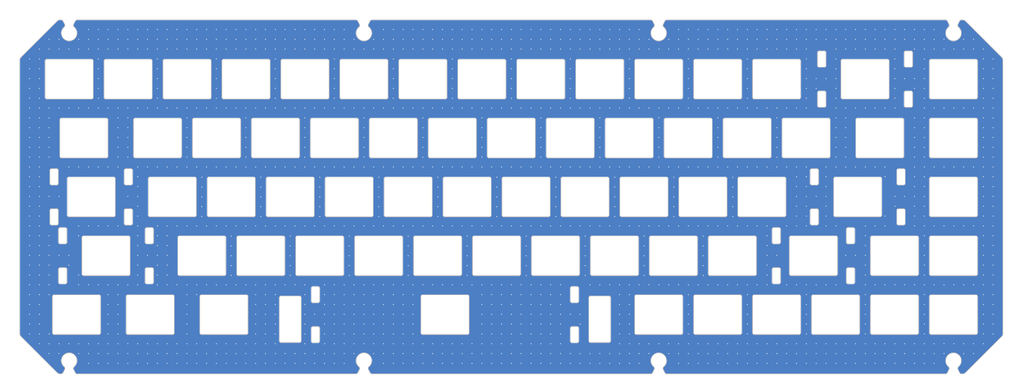
<source format=kicad_pcb>
(kicad_pcb (version 20240108) (generator "pcbnew") (generator_version "8.0")
  (layers (0 "F.Cu" signal) (31 "B.Cu" signal) (34 "B.Paste" user) (35 "F.Paste" user) (36 "B.SilkS" user "B.Silkscreen") (37 "F.SilkS" user "F.Silkscreen") (38 "B.Mask" user) (39 "F.Mask" user) (44 "Edge.Cuts" user))
  (net 0 "")
  (net 1 "GND")
  (gr_line (start 307.25 126.9213) (end 307.25 138.7213) (stroke (width 0.2)) (layer "Edge.Cuts"))
  (gr_arc (start 116.0375 101.1213) (mid 115.683947 100.974853) (end 115.5375 100.6213) (stroke (width 0.2)) (layer "Edge.Cuts"))
  (gr_arc (start 299.39375 101.1213) (mid 299.040229 100.974836) (end 298.89375 100.6213) (stroke (width 0.2)) (layer "Edge.Cuts"))
  (gr_arc (start 92.4375 88.3213) (mid 92.791053 88.467747) (end 92.9375 88.8213) (stroke (width 0.2)) (layer "Edge.Cuts"))
  (gr_line (start 330.35 101.1213) (end 344.85 101.1213) (stroke (width 0.2)) (layer "Edge.Cuts"))
  (gr_arc (start 301.775 63.0213) (mid 301.421447 62.874853) (end 301.275 62.5213) (stroke (width 0.2)) (layer "Edge.Cuts"))
  (gr_arc (start 130.59875 128.9464) (mid 130.245229 128.799936) (end 130.09875 128.4464) (stroke (width 0.2)) (layer "Edge.Cuts"))
  (gr_arc (start 235.8125 119.6713) (mid 235.666053 120.024853) (end 235.3125 120.1713) (stroke (width 0.2)) (layer "Edge.Cuts"))
  (gr_line (start 295.86 52.7463) (end 294.19 52.7463) (stroke (width 0.2)) (layer "Edge.Cuts"))
  (gr_line (start 353.6 50.5426) (end 353.6 138.9) (stroke (width 0.2)) (layer "Edge.Cuts"))
  (gr_arc (start 71.82875 98.5963) (mid 72.182271 98.742764) (end 72.32875 99.0963) (stroke (width 0.2)) (layer "Edge.Cuts"))
  (gr_arc (start 50.435699 38.892911) (mid 50.49919 39.381228) (end 50.246122 39.80365) (stroke (width 0.2)) (layer "Edge.Cuts"))
  (gr_line (start 71.50625 107.8713) (end 71.50625 119.6713) (stroke (width 0.2)) (layer "Edge.Cuts"))
  (gr_line (start 319.80875 103.8063) (end 321.47875 103.8063) (stroke (width 0.2)) (layer "Edge.Cuts"))
  (gr_arc (start 326.3 138.7213) (mid 326.153553 139.074853) (end 325.8 139.2213) (stroke (width 0.2)) (layer "Edge.Cuts"))
  (gr_line (start 125.5625 107.3713) (end 140.0625 107.3713) (stroke (width 0.2)) (layer "Edge.Cuts"))
  (gr_line (start 299.39375 101.1213) (end 313.89375 101.1213) (stroke (width 0.2)) (layer "Edge.Cuts"))
  (gr_line (start 353.161 139.9607) (end 341.54 151.5819) (stroke (width 0.2)) (layer "Edge.Cuts"))
  (gr_arc (start 106.0125 107.8713) (mid 106.158947 107.517747) (end 106.5125 107.3713) (stroke (width 0.2)) (layer "Edge.Cuts"))
  (gr_arc (start 150.0875 100.6213) (mid 149.941053 100.974853) (end 149.5875 101.1213) (stroke (width 0.2)) (layer "Edge.Cuts"))
  (gr_line (start 69.65875 99.0963) (end 69.65875 103.3063) (stroke (width 0.2)) (layer "Edge.Cuts"))
  (gr_line (start 49.236 152.0213) (end 48.971 152.0213) (stroke (width 0.2)) (layer "Edge.Cuts"))
  (gr_arc (start 44.1 50.7213) (mid 44.246447 50.367747) (end 44.6 50.2213) (stroke (width 0.2)) (layer "Edge.Cuts"))
  (gr_arc (start 319.80875 90.8463) (mid 319.455229 90.699836) (end 319.30875 90.3463) (stroke (width 0.2)) (layer "Edge.Cuts"))
  (gr_line (start 273.2 63.0213) (end 287.7 63.0213) (stroke (width 0.2)) (layer "Edge.Cuts"))
  (gr_line (start 253.65 126.9213) (end 253.65 138.7213) (stroke (width 0.2)) (layer "Edge.Cuts"))
  (gr_line (start 329.85 107.8713) (end 329.85 119.6713) (stroke (width 0.2)) (layer "Edge.Cuts"))
  (gr_arc (start 121.5125 119.6713) (mid 121.366053 120.024853) (end 121.0125 120.1713) (stroke (width 0.2)) (layer "Edge.Cuts"))
  (gr_arc (start 35.85042 50.5426) (mid 35.964559 49.96876) (end 36.2896 49.482274) (stroke (width 0.2)) (layer "Edge.Cuts"))
  (gr_arc (start 220.8125 120.1713) (mid 220.458947 120.024853) (end 220.3125 119.6713) (stroke (width 0.2)) (layer "Edge.Cuts"))
  (gr_line (start 229.8375 88.8213) (end 229.8375 100.6213) (stroke (width 0.2)) (layer "Edge.Cuts"))
  (gr_line (start 300.10625 107.8713) (end 300.10625 119.6713) (stroke (width 0.2)) (layer "Edge.Cuts"))
  (gr_arc (start 279.02125 105.1863) (mid 279.167694 104.832729) (end 279.52125 104.6863) (stroke (width 0.2)) (layer "Edge.Cuts"))
  (gr_arc (start 273.2 63.0213) (mid 272.846447 62.874853) (end 272.7 62.5213) (stroke (width 0.2)) (layer "Edge.Cuts"))
  (gr_line (start 163.6625 120.1713) (end 178.1625 120.1713) (stroke (width 0.2)) (layer "Edge.Cuts"))
  (gr_line (start 70.15875 103.8063) (end 71.82875 103.8063) (stroke (width 0.2)) (layer "Edge.Cuts"))
  (gr_line (start 330.35 107.3713) (end 344.85 107.3713) (stroke (width 0.2)) (layer "Edge.Cuts"))
  (gr_line (start 76.92125 117.6463) (end 78.59125 117.6463) (stroke (width 0.2)) (layer "Edge.Cuts"))
  (gr_line (start 53.264 38.8927) (end 53.793 37.8357) (stroke (width 0.2)) (layer "Edge.Cuts"))
  (gr_line (start 196.5 50.7213) (end 196.5 62.5213) (stroke (width 0.2)) (layer "Edge.Cuts"))
  (gr_arc (start 149.5875 88.3213) (mid 149.941053 88.467747) (end 150.0875 88.8213) (stroke (width 0.2)) (layer "Edge.Cuts"))
  (gr_arc (start 229.8375 88.8213) (mid 229.983947 88.467747) (end 230.3375 88.3213) (stroke (width 0.2)) (layer "Edge.Cuts"))
  (gr_arc (start 154.1375 101.1213) (mid 153.783947 100.974853) (end 153.6375 100.6213) (stroke (width 0.2)) (layer "Edge.Cuts"))
  (gr_arc (start 145.15732 151.606711) (mid 144.880798 151.909288) (end 144.4865 152.0213) (stroke (width 0.2)) (layer "Edge.Cuts"))
  (gr_arc (start 244.8375 88.3213) (mid 245.191053 88.467747) (end 245.3375 88.8213) (stroke (width 0.2)) (layer "Edge.Cuts"))
  (gr_arc (start 63.15 50.7213) (mid 63.296447 50.367747) (end 63.65 50.2213) (stroke (width 0.2)) (layer "Edge.Cuts"))
  (gr_arc (start 234.6 50.7213) (mid 234.746447 50.367747) (end 235.1 50.2213) (stroke (width 0.2)) (layer "Edge.Cuts"))
  (gr_line (start 191.7375 88.8213) (end 191.7375 100.6213) (stroke (width 0.2)) (layer "Edge.Cuts"))
  (gr_line (start 166.04375 139.2213) (end 180.54375 139.2213) (stroke (width 0.2)) (layer "Edge.Cuts"))
  (gr_arc (start 325.8 126.4213) (mid 326.153553 126.567747) (end 326.3 126.9213) (stroke (width 0.2)) (layer "Edge.Cuts"))
  (gr_arc (start 192.95 62.5213) (mid 192.803553 62.874853) (end 192.45 63.0213) (stroke (width 0.2)) (layer "Edge.Cuts"))
  (gr_arc (start 311.3 139.2213) (mid 310.946447 139.074853) (end 310.8 138.7213) (stroke (width 0.2)) (layer "Edge.Cuts"))
  (gr_arc (start 244.9635 152.0213) (mid 244.569196 151.909284) (end 244.292673 151.606698) (stroke (width 0.2)) (layer "Edge.Cuts"))
  (gr_arc (start 214.31875 141.9063) (mid 213.965229 141.759836) (end 213.81875 141.4063) (stroke (width 0.2)) (layer "Edge.Cuts"))
  (gr_arc (start 234.6 126.9213) (mid 234.746447 126.567747) (end 235.1 126.4213) (stroke (width 0.2)) (layer "Edge.Cuts"))
  (gr_arc (start 47.82875 98.5963) (mid 48.182303 98.742747) (end 48.32875 99.0963) (stroke (width 0.2)) (layer "Edge.Cuts"))
  (gr_line (start 263.175 69.7713) (end 263.175 81.5713) (stroke (width 0.2)) (layer "Edge.Cuts"))
  (gr_arc (start 76.42125 105.1863) (mid 76.567694 104.832729) (end 76.92125 104.6863) (stroke (width 0.2)) (layer "Edge.Cuts"))
  (gr_arc (start 310.8 107.8713) (mid 310.946447 107.517747) (end 311.3 107.3713) (stroke (width 0.2)) (layer "Edge.Cuts"))
  (gr_line (start 211.2875 101.1213) (end 225.7875 101.1213) (stroke (width 0.2)) (layer "Edge.Cuts"))
  (gr_arc (start 287.7 50.2213) (mid 288.053553 50.367747) (end 288.2 50.7213) (stroke (width 0.2)) (layer "Edge.Cuts"))
  (gr_arc (start 168.6375 88.3213) (mid 168.991053 88.467747) (end 169.1375 88.8213) (stroke (width 0.2)) (layer "Edge.Cuts"))
  (gr_arc (start 70.79375 139.2213) (mid 70.440229 139.074836) (end 70.29375 138.7213) (stroke (width 0.2)) (layer "Edge.Cuts"))
  (gr_arc (start 263.8875 88.3213) (mid 264.241053 88.467747) (end 264.3875 88.8213) (stroke (width 0.2)) (layer "Edge.Cuts"))
  (gr_line (start 330.35 120.1713) (end 344.85 120.1713) (stroke (width 0.2)) (layer "Edge.Cuts"))
  (gr_line (start 82.2 50.7213) (end 82.2 62.5213) (stroke (width 0.2)) (layer "Edge.Cuts"))
  (gr_arc (start 216.2625 107.3713) (mid 216.616053 107.517747) (end 216.7625 107.8713) (stroke (width 0.2)) (layer "Edge.Cuts"))
  (gr_arc (start 66.74375 100.6213) (mid 66.597306 100.974871) (end 66.24375 101.1213) (stroke (width 0.2)) (layer "Edge.Cuts"))
  (gr_line (start 78.59125 104.6863) (end 76.92125 104.6863) (stroke (width 0.2)) (layer "Edge.Cuts"))
  (gr_arc (start 282.9375 88.3213) (mid 283.291053 88.467747) (end 283.4375 88.8213) (stroke (width 0.2)) (layer "Edge.Cuts"))
  (gr_arc (start 145.325 81.5713) (mid 145.178553 81.924853) (end 144.825 82.0713) (stroke (width 0.2)) (layer "Edge.Cuts"))
  (gr_line (start 267.9375 88.8213) (end 267.9375 100.6213) (stroke (width 0.2)) (layer "Edge.Cuts"))
  (gr_arc (start 178.1625 107.3713) (mid 178.516053 107.517747) (end 178.6625 107.8713) (stroke (width 0.2)) (layer "Edge.Cuts"))
  (gr_arc (start 50.59125 117.6463) (mid 50.944771 117.792764) (end 51.09125 118.1463) (stroke (width 0.2)) (layer "Edge.Cuts"))
  (gr_line (start 101.25 50.7213) (end 101.25 62.5213) (stroke (width 0.2)) (layer "Edge.Cuts"))
  (gr_line (start 56.00625 107.8713) (end 56.00625 119.6713) (stroke (width 0.2)) (layer "Edge.Cuts"))
  (gr_line (start 44.6 50.2213) (end 59.1 50.2213) (stroke (width 0.2)) (layer "Edge.Cuts"))
  (gr_arc (start 258.9125 120.1713) (mid 258.558947 120.024853) (end 258.4125 119.6713) (stroke (width 0.2)) (layer "Edge.Cuts"))
  (gr_line (start 121.5125 107.8713) (end 121.5125 119.6713) (stroke (width 0.2)) (layer "Edge.Cuts"))
  (gr_line (start 319.30875 90.3463) (end 319.30875 86.1363) (stroke (width 0.2)) (layer "Edge.Cuts"))
  (gr_line (start 220.29375 141.8213) (end 226.29375 141.8213) (stroke (width 0.2)) (layer "Edge.Cuts"))
  (gr_line (start 94.60625 126.4213) (end 109.10625 126.4213) (stroke (width 0.2)) (layer "Edge.Cuts"))
  (gr_line (start 248.8875 88.8213) (end 248.8875 100.6213) (stroke (width 0.2)) (layer "Edge.Cuts"))
  (gr_line (start 239.7365 152.0213) (end 149.7135 152.0213) (stroke (width 0.2)) (layer "Edge.Cuts"))
  (gr_arc (start 51.09125 109.3963) (mid 50.944806 109.749871) (end 50.59125 109.8963) (stroke (width 0.2)) (layer "Edge.Cuts"))
  (gr_line (start 119.79375 127.3213) (end 119.79375 141.3213) (stroke (width 0.2)) (layer "Edge.Cuts"))
  (gr_line (start 132.26875 128.9464) (end 130.59875 128.9464) (stroke (width 0.2)) (layer "Edge.Cuts"))
  (gr_arc (start 180.54375 126.4213) (mid 180.897271 126.567764) (end 181.04375 126.9213) (stroke (width 0.2)) (layer "Edge.Cuts"))
  (gr_line (start 330.35 126.4213) (end 344.85 126.4213) (stroke (width 0.2)) (layer "Edge.Cuts"))
  (gr_arc (start 268.65 50.2213) (mid 269.003553 50.367747) (end 269.15 50.7213) (stroke (width 0.2)) (layer "Edge.Cuts"))
  (gr_line (start 66.74375 88.8213) (end 66.74375 100.6213) (stroke (width 0.2)) (layer "Edge.Cuts"))
  (gr_line (start 213.81875 128.4464) (end 213.81875 124.2364) (stroke (width 0.2)) (layer "Edge.Cuts"))
  (gr_line (start 139.85 50.2213) (end 154.35 50.2213) (stroke (width 0.2)) (layer "Edge.Cuts"))
  (gr_arc (start 169.1375 100.6213) (mid 168.991053 100.974853) (end 168.6375 101.1213) (stroke (width 0.2)) (layer "Edge.Cuts"))
  (gr_arc (start 322.19 65.7063) (mid 321.836447 65.559853) (end 321.69 65.2063) (stroke (width 0.2)) (layer "Edge.Cuts"))
  (gr_line (start 56.50625 107.3713) (end 71.00625 107.3713) (stroke (width 0.2)) (layer "Edge.Cuts"))
  (gr_arc (start 240.575 81.5713) (mid 240.428553 81.924853) (end 240.075 82.0713) (stroke (width 0.2)) (layer "Edge.Cuts"))
  (gr_arc (start 263.175 69.7713) (mid 263.321447 69.417747) (end 263.675 69.2713) (stroke (width 0.2)) (layer "Edge.Cuts"))
  (gr_arc (start 132.26875 136.6963) (mid 132.622271 136.842764) (end 132.76875 137.1963) (stroke (width 0.2)) (layer "Edge.Cuts"))
  (gr_arc (start 86.9625 107.8713) (mid 87.108947 107.517747) (end 87.4625 107.3713) (stroke (width 0.2)) (layer "Edge.Cuts"))
  (gr_arc (start 339.014355 150.549761) (mid 338.950706 150.061314) (end 339.203792 149.638727) (stroke (width 0.2)) (layer "Edge.Cuts"))
  (gr_line (start 231.05 50.7213) (end 231.05 62.5213) (stroke (width 0.2)) (layer "Edge.Cuts"))
  (gr_line (start 48.42125 118.1463) (end 48.42125 122.3563) (stroke (width 0.2)) (layer "Edge.Cuts"))
  (gr_arc (start 79.09125 122.3563) (mid 78.944806 122.709871) (end 78.59125 122.8563) (stroke (width 0.2)) (layer "Edge.Cuts"))
  (gr_line (start 306.5375 69.2713) (end 321.0375 69.2713) (stroke (width 0.2)) (layer "Edge.Cuts"))
  (gr_arc (start 321.69 48.0363) (mid 321.836447 47.682747) (end 322.19 47.5363) (stroke (width 0.2)) (layer "Edge.Cuts"))
  (gr_arc (start 78.59125 104.6863) (mid 78.944771 104.832764) (end 79.09125 105.1863) (stroke (width 0.2)) (layer "Edge.Cuts"))
  (gr_arc (start 279.52125 109.8963) (mid 279.167729 109.749836) (end 279.02125 109.3963) (stroke (width 0.2)) (layer "Edge.Cuts"))
  (gr_arc (start 254.15 63.0213) (mid 253.796447 62.874853) (end 253.65 62.5213) (stroke (width 0.2)) (layer "Edge.Cuts"))
  (gr_arc (start 70.15875 103.8063) (mid 69.805229 103.659836) (end 69.65875 103.3063) (stroke (width 0.2)) (layer "Edge.Cuts"))
  (gr_arc (start 97.2 50.2213) (mid 97.553553 50.367747) (end 97.7 50.7213) (stroke (width 0.2)) (layer "Edge.Cuts"))
  (gr_line (start 163.6625 107.3713) (end 178.1625 107.3713) (stroke (width 0.2)) (layer "Edge.Cuts"))
  (gr_arc (start 295.86 60.4963) (mid 296.213553 60.642747) (end 296.36 60.9963) (stroke (width 0.2)) (layer "Edge.Cuts"))
  (gr_arc (start 226.2875 100.6213) (mid 226.141053 100.974853) (end 225.7875 101.1213) (stroke (width 0.2)) (layer "Edge.Cuts"))
  (gr_arc (start 59.1 50.2213) (mid 59.453553 50.367747) (end 59.6 50.7213) (stroke (width 0.2)) (layer "Edge.Cuts"))
  (gr_arc (start 196.5 50.7213) (mid 196.646447 50.367747) (end 197 50.2213) (stroke (width 0.2)) (layer "Edge.Cuts"))
  (gr_line (start 106.5125 120.1713) (end 121.0125 120.1713) (stroke (width 0.2)) (layer "Edge.Cuts"))
  (gr_arc (start 71.00625 107.3713) (mid 71.359771 107.517764) (end 71.50625 107.8713) (stroke (width 0.2)) (layer "Edge.Cuts"))
  (gr_arc (start 298.89375 88.8213) (mid 299.040194 88.467729) (end 299.39375 88.3213) (stroke (width 0.2)) (layer "Edge.Cuts"))
  (gr_line (start 56.50625 120.1713) (end 71.00625 120.1713) (stroke (width 0.2)) (layer "Edge.Cuts"))
  (gr_line (start 148.5142 38.8929) (end 149.0427 37.8359) (stroke (width 0.2)) (layer "Edge.Cuts"))
  (gr_line (start 145.1573 37.8359) (end 145.6858 38.8929) (stroke (width 0.2)) (layer "Edge.Cuts"))
  (gr_arc (start 273.9125 119.6713) (mid 273.766053 120.024853) (end 273.4125 120.1713) (stroke (width 0.2)) (layer "Edge.Cuts"))
  (gr_line (start 201.7625 120.1713) (end 216.2625 120.1713) (stroke (width 0.2)) (layer "Edge.Cuts"))
  (gr_line (start 294.19 60.4963) (end 295.86 60.4963) (stroke (width 0.2)) (layer "Edge.Cuts"))
  (gr_line (start 243.7642 38.8929) (end 244.2927 37.8359) (stroke (width 0.2)) (layer "Edge.Cuts"))
  (gr_line (start 48.8625 69.7713) (end 48.8625 81.5713) (stroke (width 0.2)) (layer "Edge.Cuts"))
  (gr_arc (start 306.75 126.4213) (mid 307.103553 126.567747) (end 307.25 126.9213) (stroke (width 0.2)) (layer "Edge.Cuts"))
  (gr_arc (start 281.69125 109.3963) (mid 281.544806 109.749871) (end 281.19125 109.8963) (stroke (width 0.2)) (layer "Edge.Cuts"))
  (gr_arc (start 305.19125 117.6463) (mid 305.544771 117.792764) (end 305.69125 118.1463) (stroke (width 0.2)) (layer "Edge.Cuts"))
  (gr_arc (start 213.81875 137.1963) (mid 213.965194 136.842729) (end 214.31875 136.6963) (stroke (width 0.2)) (layer "Edge.Cuts"))
  (gr_line (start 126.79375 127.3213) (end 126.79375 141.3213) (stroke (width 0.2)) (layer "Edge.Cuts"))
  (gr_arc (start 187.6875 88.3213) (mid 188.041053 88.467747) (end 188.1875 88.8213) (stroke (width 0.2)) (layer "Edge.Cuts"))
  (gr_arc (start 120.3 50.7213) (mid 120.446447 50.367747) (end 120.8 50.2213) (stroke (width 0.2)) (layer "Edge.Cuts"))
  (gr_line (start 303.02125 109.3963) (end 303.02125 105.1863) (stroke (width 0.2)) (layer "Edge.Cuts"))
  (gr_arc (start 239.8625 120.1713) (mid 239.508947 120.024853) (end 239.3625 119.6713) (stroke (width 0.2)) (layer "Edge.Cuts"))
  (gr_arc (start 291.75 126.9213) (mid 291.896447 126.567747) (end 292.25 126.4213) (stroke (width 0.2)) (layer "Edge.Cuts"))
  (gr_arc (start 322.19 52.7463) (mid 321.836447 52.599853) (end 321.69 52.2463) (stroke (width 0.2)) (layer "Edge.Cuts"))
  (gr_line (start 345.35 69.7713) (end 345.35 81.5713) (stroke (width 0.2)) (layer "Edge.Cuts"))
  (gr_arc (start 166.04375 139.2213) (mid 165.690229 139.074836) (end 165.54375 138.7213) (stroke (width 0.2)) (layer "Edge.Cuts"))
  (gr_line (start 281.69125 109.3963) (end 281.69125 105.1863) (stroke (width 0.2)) (layer "Edge.Cuts"))
  (gr_arc (start 145.496159 149.638986) (mid 145.749247 150.061391) (end 145.68582 150.549711) (stroke (width 0.2)) (layer "Edge.Cuts"))
  (gr_arc (start 132.76875 128.4464) (mid 132.622306 128.799971) (end 132.26875 128.9464) (stroke (width 0.2)) (layer "Edge.Cuts"))
  (gr_arc (start 177.95 63.0213) (mid 177.596447 62.874853) (end 177.45 62.5213) (stroke (width 0.2)) (layer "Edge.Cuts"))
  (gr_arc (start 159.1125 107.3713) (mid 159.466053 107.517747) (end 159.6125 107.8713) (stroke (width 0.2)) (layer "Edge.Cuts"))
  (gr_line (start 319.80875 98.5963) (end 321.47875 98.5963) (stroke (width 0.2)) (layer "Edge.Cuts"))
  (gr_line (start 187.475 69.2713) (end 201.975 69.2713) (stroke (width 0.2)) (layer "Edge.Cuts"))
  (gr_line (start 149.0427 151.6067) (end 148.5142 150.5497) (stroke (width 0.2)) (layer "Edge.Cuts"))
  (gr_line (start 293.47875 90.8463) (end 291.80875 90.8463) (stroke (width 0.2)) (layer "Edge.Cuts"))
  (gr_line (start 49.3625 69.2713) (end 63.8625 69.2713) (stroke (width 0.2)) (layer "Edge.Cuts"))
  (gr_arc (start 335.65674 151.60687) (mid 335.380222 151.909335) (end 334.986 152.0213) (stroke (width 0.2)) (layer "Edge.Cuts"))
  (gr_arc (start 259.625 81.5713) (mid 259.478553 81.924853) (end 259.125 82.0713) (stroke (width 0.2)) (layer "Edge.Cuts"))
  (gr_line (start 235.8125 107.8713) (end 235.8125 119.6713) (stroke (width 0.2)) (layer "Edge.Cuts"))
  (gr_line (start 115.5375 88.8213) (end 115.5375 100.6213) (stroke (width 0.2)) (layer "Edge.Cuts"))
  (gr_arc (start 48.42125 118.1463) (mid 48.567697 117.792747) (end 48.92125 117.6463) (stroke (width 0.2)) (layer "Edge.Cuts"))
  (gr_line (start 235.1 50.2213) (end 249.6 50.2213) (stroke (width 0.2)) (layer "Edge.Cuts"))
  (gr_arc (start 63.65 63.0213) (mid 63.296447 62.874853) (end 63.15 62.5213) (stroke (width 0.2)) (layer "Edge.Cuts"))
  (gr_arc (start 148.703869 39.803604) (mid 148.45078 39.381212) (end 148.514203 38.892902) (stroke (width 0.2)) (layer "Edge.Cuts"))
  (gr_arc (start 96.4875 88.8213) (mid 96.633947 88.467747) (end 96.9875 88.3213) (stroke (width 0.2)) (layer "Edge.Cuts"))
  (gr_line (start 206.525 82.0713) (end 221.025 82.0713) (stroke (width 0.2)) (layer "Edge.Cuts"))
  (gr_line (start 61.98125 126.9213) (end 61.98125 138.7213) (stroke (width 0.2)) (layer "Edge.Cuts"))
  (gr_arc (start 303.52125 109.8963) (mid 303.167729 109.749836) (end 303.02125 109.3963) (stroke (width 0.2)) (layer "Edge.Cuts"))
  (gr_line (start 173.9 50.7213) (end 173.9 62.5213) (stroke (width 0.2)) (layer "Edge.Cuts"))
  (gr_line (start 288.2 126.9213) (end 288.2 138.7213) (stroke (width 0.2)) (layer "Edge.Cuts"))
  (gr_arc (start 330.35 101.1213) (mid 329.996447 100.974853) (end 329.85 100.6213) (stroke (width 0.2)) (layer "Edge.Cuts"))
  (gr_line (start 132.26875 123.7364) (end 130.59875 123.7364) (stroke (width 0.2)) (layer "Edge.Cuts"))
  (gr_arc (start 254.8625 119.6713) (mid 254.716053 120.024853) (end 254.3625 120.1713) (stroke (width 0.2)) (layer "Edge.Cuts"))
  (gr_line (start 311.3 120.1713) (end 325.8 120.1713) (stroke (width 0.2)) (layer "Edge.Cuts"))
  (gr_line (start 166.04375 126.4213) (end 180.54375 126.4213) (stroke (width 0.2)) (layer "Edge.Cuts"))
  (gr_line (start 129.825 69.7713) (end 129.825 81.5713) (stroke (width 0.2)) (layer "Edge.Cuts"))
  (gr_arc (start 94.10625 126.9213) (mid 94.252694 126.567729) (end 94.60625 126.4213) (stroke (width 0.2)) (layer "Edge.Cuts"))
  (gr_arc (start 126.79375 141.3213) (mid 126.647306 141.674871) (end 126.29375 141.8213) (stroke (width 0.2)) (layer "Edge.Cuts"))
  (gr_line (start 329.85 88.8213) (end 329.85 100.6213) (stroke (width 0.2)) (layer "Edge.Cuts"))
  (gr_arc (start 49.3625 82.0713) (mid 49.008947 81.924853) (end 48.8625 81.5713) (stroke (width 0.2)) (layer "Edge.Cuts"))
  (gr_line (start 177.95 63.0213) (end 192.45 63.0213) (stroke (width 0.2)) (layer "Edge.Cuts"))
  (gr_line (start 87.4625 107.3713) (end 101.9625 107.3713) (stroke (width 0.2)) (layer "Edge.Cuts"))
  (gr_line (start 281.19125 104.6863) (end 279.52125 104.6863) (stroke (width 0.2)) (layer "Edge.Cuts"))
  (gr_line (start 120.8 50.2213) (end 135.3 50.2213) (stroke (width 0.2)) (layer "Edge.Cuts"))
  (gr_arc (start 272.7 50.7213) (mid 272.846447 50.367747) (end 273.2 50.2213) (stroke (width 0.2)) (layer "Edge.Cuts"))
  (gr_line (start 53.793 151.6069) (end 53.264 150.5497) (stroke (width 0.2)) (layer "Edge.Cuts"))
  (gr_arc (start 323.86 60.4963) (mid 324.213553 60.642747) (end 324.36 60.9963) (stroke (width 0.2)) (layer "Edge.Cuts"))
  (gr_line (start 106.5125 107.3713) (end 121.0125 107.3713) (stroke (width 0.2)) (layer "Edge.Cuts"))
  (gr_line (start 202.475 69.7713) (end 202.475 81.5713) (stroke (width 0.2)) (layer "Edge.Cuts"))
  (gr_arc (start 339.203903 39.803659) (mid 337.59998 44.22127) (end 335.996127 39.803634) (stroke (width 0.2)) (layer "Edge.Cuts"))
  (gr_line (start 44.1 50.7213) (end 44.1 62.5213) (stroke (width 0.2)) (layer "Edge.Cuts"))
  (gr_line (start 120.29375 141.8213) (end 126.29375 141.8213) (stroke (width 0.2)) (layer "Edge.Cuts"))
  (gr_arc (start 92.9375 100.6213) (mid 92.791053 100.974853) (end 92.4375 101.1213) (stroke (width 0.2)) (layer "Edge.Cuts"))
  (gr_line (start 285.10625 120.1713) (end 299.60625 120.1713) (stroke (width 0.2)) (layer "Edge.Cuts"))
  (gr_arc (start 297.725 81.5713) (mid 297.578553 81.924853) (end 297.225 82.0713) (stroke (width 0.2)) (layer "Edge.Cuts"))
  (gr_line (start 88.175 69.7713) (end 88.175 81.5713) (stroke (width 0.2)) (layer "Edge.Cuts"))
  (gr_arc (start 254.3625 107.3713) (mid 254.716053 107.517747) (end 254.8625 107.8713) (stroke (width 0.2)) (layer "Edge.Cuts"))
  (gr_arc (start 72.32875 90.3463) (mid 72.182306 90.699871) (end 71.82875 90.8463) (stroke (width 0.2)) (layer "Edge.Cuts"))
  (gr_line (start 321.69 60.9963) (end 321.69 65.2063) (stroke (width 0.2)) (layer "Edge.Cuts"))
  (gr_arc (start 115.5375 88.8213) (mid 115.683947 88.467747) (end 116.0375 88.3213) (stroke (width 0.2)) (layer "Edge.Cuts"))
  (gr_line (start 295.86 47.5363) (end 294.19 47.5363) (stroke (width 0.2)) (layer "Edge.Cuts"))
  (gr_arc (start 295.86 47.5363) (mid 296.213553 47.682747) (end 296.36 48.0363) (stroke (width 0.2)) (layer "Edge.Cuts"))
  (gr_arc (start 336.185642 38.892873) (mid 336.249162 39.38119) (end 335.996102 39.803622) (stroke (width 0.2)) (layer "Edge.Cuts"))
  (gr_arc (start 130.09875 124.2364) (mid 130.245194 123.882829) (end 130.59875 123.7364) (stroke (width 0.2)) (layer "Edge.Cuts"))
  (gr_arc (start 201.2625 107.8713) (mid 201.408947 107.517747) (end 201.7625 107.3713) (stroke (width 0.2)) (layer "Edge.Cuts"))
  (gr_arc (start 140.0625 107.3713) (mid 140.416053 107.517747) (end 140.5625 107.8713) (stroke (width 0.2)) (layer "Edge.Cuts"))
  (gr_line (start 51.74375 101.1213) (end 66.24375 101.1213) (stroke (width 0.2)) (layer "Edge.Cuts"))
  (gr_arc (start 240.935836 38.892872) (mid 240.99927 39.381206) (end 240.746179 39.803626) (stroke (width 0.2)) (layer "Edge.Cuts"))
  (gr_arc (start 56.00625 107.8713) (mid 56.152694 107.517729) (end 56.50625 107.3713) (stroke (width 0.2)) (layer "Edge.Cuts"))
  (gr_arc (start 330.35 82.0713) (mid 329.996447 81.924853) (end 329.85 81.5713) (stroke (width 0.2)) (layer "Edge.Cuts"))
  (gr_line (start 76.42125 109.3963) (end 76.42125 105.1863) (stroke (width 0.2)) (layer "Edge.Cuts"))
  (gr_line (start 329.85 126.9213) (end 329.85 138.7213) (stroke (width 0.2)) (layer "Edge.Cuts"))
  (gr_line (start 323.86 52.7463) (end 322.19 52.7463) (stroke (width 0.2)) (layer "Edge.Cuts"))
  (gr_arc (start 299.60625 107.3713) (mid 299.959771 107.517764) (end 300.10625 107.8713) (stroke (width 0.2)) (layer "Edge.Cuts"))
  (gr_arc (start 325.8 107.3713) (mid 326.153553 107.517747) (end 326.3 107.8713) (stroke (width 0.2)) (layer "Edge.Cuts"))
  (gr_line (start 197.7125 107.8713) (end 197.7125 119.6713) (stroke (width 0.2)) (layer "Edge.Cuts"))
  (gr_arc (start 110.775 69.7713) (mid 110.921447 69.417747) (end 111.275 69.2713) (stroke (width 0.2)) (layer "Edge.Cuts"))
  (gr_arc (start 254.15 139.2213) (mid 253.796447 139.074853) (end 253.65 138.7213) (stroke (width 0.2)) (layer "Edge.Cuts"))
  (gr_line (start 258.9125 107.3713) (end 273.4125 107.3713) (stroke (width 0.2)) (layer "Edge.Cuts"))
  (gr_line (start 49.3625 82.0713) (end 63.8625 82.0713) (stroke (width 0.2)) (layer "Edge.Cuts"))
  (gr_arc (start 310.8 126.9213) (mid 310.946447 126.567747) (end 311.3 126.4213) (stroke (width 0.2)) (layer "Edge.Cuts"))
  (gr_line (start 254.15 50.2213) (end 268.65 50.2213) (stroke (width 0.2)) (layer "Edge.Cuts"))
  (gr_arc (start 85.79375 138.7213) (mid 85.647306 139.074871) (end 85.29375 139.2213) (stroke (width 0.2)) (layer "Edge.Cuts"))
  (gr_arc (start 173.4 50.2213) (mid 173.753553 50.367747) (end 173.9 50.7213) (stroke (width 0.2)) (layer "Edge.Cuts"))
  (gr_arc (start 211.2875 101.1213) (mid 210.933947 100.974853) (end 210.7875 100.6213) (stroke (width 0.2)) (layer "Edge.Cuts"))
  (gr_line (start 158.9 63.0213) (end 173.4 63.0213) (stroke (width 0.2)) (layer "Edge.Cuts"))
  (gr_line (start 164.375 69.7713) (end 164.375 81.5713) (stroke (width 0.2)) (layer "Edge.Cuts"))
  (gr_line (start 132.76875 128.4464) (end 132.76875 124.2364) (stroke (width 0.2)) (layer "Edge.Cuts"))
  (gr_arc (start 272.7 126.9213) (mid 272.846447 126.567747) (end 273.2 126.4213) (stroke (width 0.2)) (layer "Edge.Cuts"))
  (gr_arc (start 305.19125 104.6863) (mid 305.544771 104.832764) (end 305.69125 105.1863) (stroke (width 0.2)) (layer "Edge.Cuts"))
  (gr_arc (start 178.6625 119.6713) (mid 178.516053 120.024853) (end 178.1625 120.1713) (stroke (width 0.2)) (layer "Edge.Cuts"))
  (gr_line (start 330.35 82.0713) (end 344.85 82.0713) (stroke (width 0.2)) (layer "Edge.Cuts"))
  (gr_arc (start 281.69125 122.3563) (mid 281.544806 122.709871) (end 281.19125 122.8563) (stroke (width 0.2)) (layer "Edge.Cuts"))
  (gr_line (start 258.4125 107.8713) (end 258.4125 119.6713) (stroke (width 0.2)) (layer "Edge.Cuts"))
  (gr_arc (start 46.15875 103.8063) (mid 45.805197 103.659853) (end 45.65875 103.3063) (stroke (width 0.2)) (layer "Edge.Cuts"))
  (gr_line (start 341.54 37.8607) (end 353.161 49.4819) (stroke (width 0.2)) (layer "Edge.Cuts"))
  (gr_line (start 148.875 69.7713) (end 148.875 81.5713) (stroke (width 0.2)) (layer "Edge.Cuts"))
  (gr_line (start 323.86 47.5363) (end 322.19 47.5363) (stroke (width 0.2)) (layer "Edge.Cuts"))
  (gr_line (start 86.9625 107.8713) (end 86.9625 119.6713) (stroke (width 0.2)) (layer "Edge.Cuts"))
  (gr_line (start 51.09125 118.1463) (end 51.09125 122.3563) (stroke (width 0.2)) (layer "Edge.Cuts"))
  (gr_line (start 321.47875 90.8463) (end 319.80875 90.8463) (stroke (width 0.2)) (layer "Edge.Cuts"))
  (gr_line (start 215.98875 128.9464) (end 214.31875 128.9464) (stroke (width 0.2)) (layer "Edge.Cuts"))
  (gr_line (start 282.225 69.7713) (end 282.225 81.5713) (stroke (width 0.2)) (layer "Edge.Cuts"))
  (gr_line (start 188.1875 88.8213) (end 188.1875 100.6213) (stroke (width 0.2)) (layer "Edge.Cuts"))
  (gr_arc (start 279.02125 118.1463) (mid 279.167694 117.792729) (end 279.52125 117.6463) (stroke (width 0.2)) (layer "Edge.Cuts"))
  (gr_arc (start 135.8 62.5213) (mid 135.653553 62.874853) (end 135.3 63.0213) (stroke (width 0.2)) (layer "Edge.Cuts"))
  (gr_line (start 322.19 65.7063) (end 323.86 65.7063) (stroke (width 0.2)) (layer "Edge.Cuts"))
  (gr_arc (start 82.7 63.0213) (mid 82.346447 62.874853) (end 82.2 62.5213) (stroke (width 0.2)) (layer "Edge.Cuts"))
  (gr_arc (start 158.9 63.0213) (mid 158.546447 62.874853) (end 158.4 62.5213) (stroke (width 0.2)) (layer "Edge.Cuts"))
  (gr_arc (start 197.7125 119.6713) (mid 197.566053 120.024853) (end 197.2125 120.1713) (stroke (width 0.2)) (layer "Edge.Cuts"))
  (gr_line (start 211.2875 88.3213) (end 225.7875 88.3213) (stroke (width 0.2)) (layer "Edge.Cuts"))
  (gr_line (start 254.15 139.2213) (end 268.65 139.2213) (stroke (width 0.2)) (layer "Edge.Cuts"))
  (gr_line (start 220.8125 107.3713) (end 235.3125 107.3713) (stroke (width 0.2)) (layer "Edge.Cuts"))
  (gr_line (start 250.1 126.9213) (end 250.1 138.7213) (stroke (width 0.2)) (layer "Edge.Cuts"))
  (gr_line (start 145.6858 150.5497) (end 145.1573 151.6067) (stroke (width 0.2)) (layer "Edge.Cuts"))
  (gr_line (start 173.1875 101.1213) (end 187.6875 101.1213) (stroke (width 0.2)) (layer "Edge.Cuts"))
  (gr_line (start 177.45 50.7213) (end 177.45 62.5213) (stroke (width 0.2)) (layer "Edge.Cuts"))
  (gr_line (start 140.5625 107.8713) (end 140.5625 119.6713) (stroke (width 0.2)) (layer "Edge.Cuts"))
  (gr_line (start 168.425 69.2713) (end 182.925 69.2713) (stroke (width 0.2)) (layer "Edge.Cuts"))
  (gr_line (start 70.79375 126.4213) (end 85.29375 126.4213) (stroke (width 0.2)) (layer "Edge.Cuts"))
  (gr_arc (start 48.92125 122.8563) (mid 48.567697 122.709853) (end 48.42125 122.3563) (stroke (width 0.2)) (layer "Edge.Cuts"))
  (gr_arc (start 300.10625 119.6713) (mid 299.959806 120.024871) (end 299.60625 120.1713) (stroke (width 0.2)) (layer "Edge.Cuts"))
  (gr_line (start 294.19 65.7063) (end 295.86 65.7063) (stroke (width 0.2)) (layer "Edge.Cuts"))
  (gr_line (start 292.25 126.4213) (end 306.75 126.4213) (stroke (width 0.2)) (layer "Edge.Cuts"))
  (gr_line (start 48.42125 109.3963) (end 48.42125 105.1863) (stroke (width 0.2)) (layer "Edge.Cuts"))
  (gr_line (start 340.479 152.0213) (end 340.214 152.0213) (stroke (width 0.2)) (layer "Edge.Cuts"))
  (gr_line (start 330.35 50.2213) (end 344.85 50.2213) (stroke (width 0.2)) (layer "Edge.Cuts"))
  (gr_line (start 163.1625 107.8713) (end 163.1625 119.6713) (stroke (width 0.2)) (layer "Edge.Cuts"))
  (gr_arc (start 293.47875 98.5963) (mid 293.832271 98.742764) (end 293.97875 99.0963) (stroke (width 0.2)) (layer "Edge.Cuts"))
  (gr_line (start 314.39375 88.8213) (end 314.39375 100.6213) (stroke (width 0.2)) (layer "Edge.Cuts"))
  (gr_line (start 214.31875 141.9063) (end 215.98875 141.9063) (stroke (width 0.2)) (layer "Edge.Cuts"))
  (gr_arc (start 131.0375 100.6213) (mid 130.891053 100.974853) (end 130.5375 101.1213) (stroke (width 0.2)) (layer "Edge.Cuts"))
  (gr_line (start 226.79375 127.3213) (end 226.79375 141.3213) (stroke (width 0.2)) (layer "Edge.Cuts"))
  (gr_line (start 259.625 69.7713) (end 259.625 81.5713) (stroke (width 0.2)) (layer "Edge.Cuts"))
  (gr_arc (start 206.7375 88.3213) (mid 207.091053 88.467747) (end 207.2375 88.8213) (stroke (width 0.2)) (layer "Edge.Cuts"))
  (gr_arc (start 48.970974 152.02128) (mid 48.396946 151.907086) (end 47.910317 151.581909) (stroke (width 0.2)) (layer "Edge.Cuts"))
  (gr_arc (start 263.675 82.0713) (mid 263.321447 81.924853) (end 263.175 81.5713) (stroke (width 0.2)) (layer "Edge.Cuts"))
  (gr_arc (start 85.29375 126.4213) (mid 85.647271 126.567764) (end 85.79375 126.9213) (stroke (width 0.2)) (layer "Edge.Cuts"))
  (gr_line (start 78.59125 109.8963) (end 76.92125 109.8963) (stroke (width 0.2)) (layer "Edge.Cuts"))
  (gr_arc (start 321.69 60.9963) (mid 321.836447 60.642747) (end 322.19 60.4963) (stroke (width 0.2)) (layer "Edge.Cuts"))
  (gr_arc (start 106.725 69.2713) (mid 107.078553 69.417747) (end 107.225 69.7713) (stroke (width 0.2)) (layer "Edge.Cuts"))
  (gr_arc (start 214.31875 128.9464) (mid 213.965229 128.799936) (end 213.81875 128.4464) (stroke (width 0.2)) (layer "Edge.Cuts"))
  (gr_arc (start 92.225 82.0713) (mid 91.871447 81.924853) (end 91.725 81.5713) (stroke (width 0.2)) (layer "Edge.Cuts"))
  (gr_line (start 96.9875 88.3213) (end 111.4875 88.3213) (stroke (width 0.2)) (layer "Edge.Cuts"))
  (gr_arc (start 314.39375 100.6213) (mid 314.247306 100.974871) (end 313.89375 101.1213) (stroke (width 0.2)) (layer "Edge.Cuts"))
  (gr_arc (start 148.875 69.7713) (mid 149.021447 69.417747) (end 149.375 69.2713) (stroke (width 0.2)) (layer "Edge.Cuts"))
  (gr_arc (start 135.3 50.2213) (mid 135.653553 50.367747) (end 135.8 50.7213) (stroke (width 0.2)) (layer "Edge.Cuts"))
  (gr_line (start 76.92125 122.8563) (end 78.59125 122.8563) (stroke (width 0.2)) (layer "Edge.Cuts"))
  (gr_line (start 340.214 37.4213) (end 340.479 37.4213) (stroke (width 0.2)) (layer "Edge.Cuts"))
  (gr_line (start 210.7875 88.8213) (end 210.7875 100.6213) (stroke (width 0.2)) (layer "Edge.Cuts"))
  (gr_line (start 268.4375 88.3213) (end 282.9375 88.3213) (stroke (width 0.2)) (layer "Edge.Cuts"))
  (gr_line (start 282.725 82.0713) (end 297.225 82.0713) (stroke (width 0.2)) (layer "Edge.Cuts"))
  (gr_arc (start 109.10625 126.4213) (mid 109.459771 126.567764) (end 109.60625 126.9213) (stroke (width 0.2)) (layer "Edge.Cuts"))
  (gr_arc (start 240.746162 149.638988) (mid 240.999249 150.061396) (end 240.935817 150.549717) (stroke (width 0.2)) (layer "Edge.Cuts"))
  (gr_line (start 293.97875 90.3463) (end 293.97875 86.1363) (stroke (width 0.2)) (layer "Edge.Cuts"))
  (gr_arc (start 293.47875 85.6363) (mid 293.832271 85.782764) (end 293.97875 86.1363) (stroke (width 0.2)) (layer "Edge.Cuts"))
  (gr_line (start 321.47875 85.6363) (end 319.80875 85.6363) (stroke (width 0.2)) (layer "Edge.Cuts"))
  (gr_line (start 169.1375 88.8213) (end 169.1375 100.6213) (stroke (width 0.2)) (layer "Edge.Cuts"))
  (gr_line (start 154.85 50.7213) (end 154.85 62.5213) (stroke (width 0.2)) (layer "Edge.Cuts"))
  (gr_arc (start 53.264337 150.54975) (mid 53.200807 150.061414) (end 53.453872 149.638962) (stroke (width 0.2)) (layer "Edge.Cuts"))
  (gr_arc (start 216.48875 141.4063) (mid 216.342306 141.759871) (end 215.98875 141.9063) (stroke (width 0.2)) (layer "Edge.Cuts"))
  (gr_arc (start 69.65875 86.1363) (mid 69.805194 85.782729) (end 70.15875 85.6363) (stroke (width 0.2)) (layer "Edge.Cuts"))
  (gr_line (start 310.8 126.9213) (end 310.8 138.7213) (stroke (width 0.2)) (layer "Edge.Cuts"))
  (gr_arc (start 49.235949 37.421196) (mid 49.630278 37.533177) (end 49.906857 37.835731) (stroke (width 0.2)) (layer "Edge.Cuts"))
  (gr_arc (start 48.42125 105.1863) (mid 48.567697 104.832747) (end 48.92125 104.6863) (stroke (width 0.2)) (layer "Edge.Cuts"))
  (gr_line (start 301.775 63.0213) (end 316.275 63.0213) (stroke (width 0.2)) (layer "Edge.Cuts"))
  (gr_arc (start 220.29375 141.8213) (mid 219.940229 141.674836) (end 219.79375 141.3213) (stroke (width 0.2)) (layer "Edge.Cuts"))
  (gr_line (start 293.47875 85.6363) (end 291.80875 85.6363) (stroke (width 0.2)) (layer "Edge.Cuts"))
  (gr_line (start 70.15875 98.5963) (end 71.82875 98.5963) (stroke (width 0.2)) (layer "Edge.Cuts"))
  (gr_arc (start 82.2 50.7213) (mid 82.346447 50.367747) (end 82.7 50.2213) (stroke (width 0.2)) (layer "Edge.Cuts"))
  (gr_line (start 182.7125 107.3713) (end 197.2125 107.3713) (stroke (width 0.2)) (layer "Edge.Cuts"))
  (gr_arc (start 288.2 138.7213) (mid 288.053553 139.074853) (end 287.7 139.2213) (stroke (width 0.2)) (layer "Edge.Cuts"))
  (gr_line (start 235.1 139.2213) (end 249.6 139.2213) (stroke (width 0.2)) (layer "Edge.Cuts"))
  (gr_arc (start 51.74375 101.1213) (mid 51.390229 100.974836) (end 51.24375 100.6213) (stroke (width 0.2)) (layer "Edge.Cuts"))
  (gr_arc (start 244.125 69.7713) (mid 244.271447 69.417747) (end 244.625 69.2713) (stroke (width 0.2)) (layer "Edge.Cuts"))
  (gr_arc (start 54.464 152.0213) (mid 54.069785 151.90934) (end 53.793267 151.606885) (stroke (width 0.2)) (layer "Edge.Cuts"))
  (gr_line (start 177.95 50.2213) (end 192.45 50.2213) (stroke (width 0.2)) (layer "Edge.Cuts"))
  (gr_line (start 135.8 50.7213) (end 135.8 62.5213) (stroke (width 0.2)) (layer "Edge.Cuts"))
  (gr_line (start 107.225 69.7713) (end 107.225 81.5713) (stroke (width 0.2)) (layer "Edge.Cuts"))
  (gr_line (start 326.3 107.8713) (end 326.3 119.6713) (stroke (width 0.2)) (layer "Edge.Cuts"))
  (gr_line (start 130.59875 141.9063) (end 132.26875 141.9063) (stroke (width 0.2)) (layer "Edge.Cuts"))
  (gr_arc (start 345.35 81.5713) (mid 345.203553 81.924853) (end 344.85 82.0713) (stroke (width 0.2)) (layer "Edge.Cuts"))
  (gr_arc (start 307.25 138.7213) (mid 307.103553 139.074853) (end 306.75 139.2213) (stroke (width 0.2)) (layer "Edge.Cuts"))
  (gr_arc (start 201.7625 120.1713) (mid 201.408947 120.024853) (end 201.2625 119.6713) (stroke (width 0.2)) (layer "Edge.Cuts"))
  (gr_arc (start 215.55 50.7213) (mid 215.696447 50.367747) (end 216.05 50.2213) (stroke (width 0.2)) (layer "Edge.Cuts"))
  (gr_arc (start 125.0625 107.8713) (mid 125.208947 107.517747) (end 125.5625 107.3713) (stroke (width 0.2)) (layer "Edge.Cuts"))
  (gr_arc (start 181.04375 138.7213) (mid 180.897306 139.074871) (end 180.54375 139.2213) (stroke (width 0.2)) (layer "Edge.Cuts"))
  (gr_line (start 173.1875 88.3213) (end 187.6875 88.3213) (stroke (width 0.2)) (layer "Edge.Cuts"))
  (gr_arc (start 101.25 50.7213) (mid 101.396447 50.367747) (end 101.75 50.2213) (stroke (width 0.2)) (layer "Edge.Cuts"))
  (gr_line (start 272.7 50.7213) (end 272.7 62.5213) (stroke (width 0.2)) (layer "Edge.Cuts"))
  (gr_arc (start 353.60002 138.9) (mid 353.485841 139.474026) (end 353.160685 139.960663) (stroke (width 0.2)) (layer "Edge.Cuts"))
  (gr_arc (start 278.175 69.2713) (mid 278.528553 69.417747) (end 278.675 69.7713) (stroke (width 0.2)) (layer "Edge.Cuts"))
  (gr_arc (start 243.953848 39.803608) (mid 243.700762 39.381209) (end 243.764187 38.892894) (stroke (width 0.2)) (layer "Edge.Cuts"))
  (gr_line (start 149.375 82.0713) (end 163.875 82.0713) (stroke (width 0.2)) (layer "Edge.Cuts"))
  (gr_line (start 46.15875 103.8063) (end 47.82875 103.8063) (stroke (width 0.2)) (layer "Edge.Cuts"))
  (gr_line (start 212 50.7213) (end 212 62.5213) (stroke (width 0.2)) (layer "Edge.Cuts"))
  (gr_arc (start 264.3875 100.6213) (mid 264.241053 100.974853) (end 263.8875 101.1213) (stroke (width 0.2)) (layer "Edge.Cuts"))
  (gr_line (start 149.375 69.2713) (end 163.875 69.2713) (stroke (width 0.2)) (layer "Edge.Cuts"))
  (gr_line (start 234.6 126.9213) (end 234.6 138.7213) (stroke (width 0.2)) (layer "Edge.Cuts"))
  (gr_arc (start 329.85 69.7713) (mid 329.996447 69.417747) (end 330.35 69.2713) (stroke (width 0.2)) (layer "Edge.Cuts"))
  (gr_line (start 216.7625 107.8713) (end 216.7625 119.6713) (stroke (width 0.2)) (layer "Edge.Cuts"))
  (gr_arc (start 106.5125 120.1713) (mid 106.158947 120.024853) (end 106.0125 119.6713) (stroke (width 0.2)) (layer "Edge.Cuts"))
  (gr_arc (start 130.325 82.0713) (mid 129.971447 81.924853) (end 129.825 81.5713) (stroke (width 0.2)) (layer "Edge.Cuts"))
  (gr_arc (start 345.35 100.6213) (mid 345.203553 100.974853) (end 344.85 101.1213) (stroke (width 0.2)) (layer "Edge.Cuts"))
  (gr_arc (start 244.292679 37.83589) (mid 244.569201 37.533312) (end 244.9635 37.4213) (stroke (width 0.2)) (layer "Edge.Cuts"))
  (gr_line (start 192.2375 101.1213) (end 206.7375 101.1213) (stroke (width 0.2)) (layer "Edge.Cuts"))
  (gr_line (start 279.02125 109.3963) (end 279.02125 105.1863) (stroke (width 0.2)) (layer "Edge.Cuts"))
  (gr_arc (start 182.7125 120.1713) (mid 182.358947 120.024853) (end 182.2125 119.6713) (stroke (width 0.2)) (layer "Edge.Cuts"))
  (gr_arc (start 235.1 63.0213) (mid 234.746447 62.874853) (end 234.6 62.5213) (stroke (width 0.2)) (layer "Edge.Cuts"))
  (gr_line (start 330.35 69.2713) (end 344.85 69.2713) (stroke (width 0.2)) (layer "Edge.Cuts"))
  (gr_arc (start 207.2375 100.6213) (mid 207.091053 100.974853) (end 206.7375 101.1213) (stroke (width 0.2)) (layer "Edge.Cuts"))
  (gr_arc (start 167.925 69.7713) (mid 168.071447 69.417747) (end 168.425 69.2713) (stroke (width 0.2)) (layer "Edge.Cuts"))
  (gr_arc (start 230.3375 101.1213) (mid 229.983947 100.974853) (end 229.8375 100.6213) (stroke (width 0.2)) (layer "Edge.Cuts"))
  (gr_arc (start 225.7875 88.3213) (mid 226.141053 88.467747) (end 226.2875 88.8213) (stroke (width 0.2)) (layer "Edge.Cuts"))
  (gr_line (start 273.2 50.2213) (end 287.7 50.2213) (stroke (width 0.2)) (layer "Edge.Cuts"))
  (gr_arc (start 329.85 50.7213) (mid 329.996447 50.367747) (end 330.35 50.2213) (stroke (width 0.2)) (layer "Edge.Cuts"))
  (gr_line (start 220.3125 107.8713) (end 220.3125 119.6713) (stroke (width 0.2)) (layer "Edge.Cuts"))
  (gr_arc (start 305.69125 109.3963) (mid 305.544806 109.749871) (end 305.19125 109.8963) (stroke (width 0.2)) (layer "Edge.Cuts"))
  (gr_arc (start 48.32875 90.3463) (mid 48.182303 90.699853) (end 47.82875 90.8463) (stroke (width 0.2)) (layer "Edge.Cuts"))
  (gr_arc (start 76.42125 118.1463) (mid 76.567694 117.792729) (end 76.92125 117.6463) (stroke (width 0.2)) (layer "Edge.Cuts"))
  (gr_arc (start 97.7 62.5213) (mid 97.553553 62.874853) (end 97.2 63.0213) (stroke (width 0.2)) (layer "Edge.Cuts"))
  (gr_line (start 182.2125 107.8713) (end 182.2125 119.6713) (stroke (width 0.2)) (layer "Edge.Cuts"))
  (gr_arc (start 344.85 69.2713) (mid 345.203553 69.417747) (end 345.35 69.7713) (stroke (width 0.2)) (layer "Edge.Cuts"))
  (gr_arc (start 215.98875 136.6963) (mid 216.342271 136.842764) (end 216.48875 137.1963) (stroke (width 0.2)) (layer "Edge.Cuts"))
  (gr_line (start 158.9 50.2213) (end 173.4 50.2213) (stroke (width 0.2)) (layer "Edge.Cuts"))
  (gr_line (start 135.0875 101.1213) (end 149.5875 101.1213) (stroke (width 0.2)) (layer "Edge.Cuts"))
  (gr_line (start 235.1 63.0213) (end 249.6 63.0213) (stroke (width 0.2)) (layer "Edge.Cuts"))
  (gr_arc (start 59.6 62.5213) (mid 59.453553 62.874853) (end 59.1 63.0213) (stroke (width 0.2)) (layer "Edge.Cuts"))
  (gr_arc (start 187.475 82.0713) (mid 187.121447 81.924853) (end 186.975 81.5713) (stroke (width 0.2)) (layer "Edge.Cuts"))
  (gr_line (start 144.4865 152.0213) (end 54.464 152.0213) (stroke (width 0.2)) (layer "Edge.Cuts"))
  (gr_arc (start 287.7 126.4213) (mid 288.053553 126.567747) (end 288.2 126.9213) (stroke (width 0.2)) (layer "Edge.Cuts"))
  (gr_line (start 240.9358 150.5497) (end 240.4073 151.6067) (stroke (width 0.2)) (layer "Edge.Cuts"))
  (gr_line (start 321.69 52.2463) (end 321.69 48.0363) (stroke (width 0.2)) (layer "Edge.Cuts"))
  (gr_line (start 36.29 49.4823) (end 47.91 37.8606) (stroke (width 0.2)) (layer "Edge.Cuts"))
  (gr_line (start 273.2 126.4213) (end 287.7 126.4213) (stroke (width 0.2)) (layer "Edge.Cuts"))
  (gr_arc (start 63.8625 69.2713) (mid 64.216053 69.417747) (end 64.3625 69.7713) (stroke (width 0.2)) (layer "Edge.Cuts"))
  (gr_line (start 46.98125 139.2213) (end 61.48125 139.2213) (stroke (width 0.2)) (layer "Edge.Cuts"))
  (gr_line (start 106.0125 107.8713) (end 106.0125 119.6713) (stroke (width 0.2)) (layer "Edge.Cuts"))
  (gr_arc (start 206.025 69.7713) (mid 206.171447 69.417747) (end 206.525 69.2713) (stroke (width 0.2)) (layer "Edge.Cuts"))
  (gr_line (start 130.59875 136.6963) (end 132.26875 136.6963) (stroke (width 0.2)) (layer "Edge.Cuts"))
  (gr_line (start 316.775 50.7213) (end 316.775 62.5213) (stroke (width 0.2)) (layer "Edge.Cuts"))
  (gr_line (start 273.2 139.2213) (end 287.7 139.2213) (stroke (width 0.2)) (layer "Edge.Cuts"))
  (gr_arc (start 69.65875 99.0963) (mid 69.805194 98.742729) (end 70.15875 98.5963) (stroke (width 0.2)) (layer "Edge.Cuts"))
  (gr_line (start 253.65 50.7213) (end 253.65 62.5213) (stroke (width 0.2)) (layer "Edge.Cuts"))
  (gr_arc (start 216.05 63.0213) (mid 215.696447 62.874853) (end 215.55 62.5213) (stroke (width 0.2)) (layer "Edge.Cuts"))
  (gr_line (start 77.4375 88.8213) (end 77.4375 100.6213) (stroke (width 0.2)) (layer "Edge.Cuts"))
  (gr_line (start 46.15875 98.5963) (end 47.82875 98.5963) (stroke (width 0.2)) (layer "Edge.Cuts"))
  (gr_arc (start 321.97875 90.3463) (mid 321.832306 90.699871) (end 321.47875 90.8463) (stroke (width 0.2)) (layer "Edge.Cuts"))
  (gr_line (start 145.325 69.7713) (end 145.325 81.5713) (stroke (width 0.2)) (layer "Edge.Cuts"))
  (gr_line (start 335.657 37.8357) (end 336.186 38.8929) (stroke (width 0.2)) (layer "Edge.Cuts"))
  (gr_line (start 330.35 63.0213) (end 344.85 63.0213) (stroke (width 0.2)) (layer "Edge.Cuts"))
  (gr_arc (start 61.48125 126.4213) (mid 61.834771 126.567764) (end 61.98125 126.9213) (stroke (width 0.2)) (layer "Edge.Cuts"))
  (gr_arc (start 240.746154 149.639002) (mid 242.350011 145.221319) (end 243.953829 149.639016) (stroke (width 0.2)) (layer "Edge.Cuts"))
  (gr_line (start 263.675 69.2713) (end 278.175 69.2713) (stroke (width 0.2)) (layer "Edge.Cuts"))
  (gr_arc (start 344.85 126.4213) (mid 345.203553 126.567747) (end 345.35 126.9213) (stroke (width 0.2)) (layer "Edge.Cuts"))
  (gr_arc (start 111.9875 100.6213) (mid 111.841053 100.974853) (end 111.4875 101.1213) (stroke (width 0.2)) (layer "Edge.Cuts"))
  (gr_arc (start 210.7875 88.8213) (mid 210.933947 88.467747) (end 211.2875 88.3213) (stroke (width 0.2)) (layer "Edge.Cuts"))
  (gr_line (start 116.0375 88.3213) (end 130.5375 88.3213) (stroke (width 0.2)) (layer "Edge.Cuts"))
  (gr_line (start 183.425 69.7713) (end 183.425 81.5713) (stroke (width 0.2)) (layer "Edge.Cuts"))
  (gr_arc (start 44.6 63.0213) (mid 44.246447 62.874853) (end 44.1 62.5213) (stroke (width 0.2)) (layer "Edge.Cuts"))
  (gr_arc (start 294.19 52.7463) (mid 293.836447 52.599853) (end 293.69 52.2463) (stroke (width 0.2)) (layer "Edge.Cuts"))
  (gr_line (start 165.54375 126.9213) (end 165.54375 138.7213) (stroke (width 0.2)) (layer "Edge.Cuts"))
  (gr_line (start 72.32875 90.3463) (end 72.32875 86.1363) (stroke (width 0.2)) (layer "Edge.Cuts"))
  (gr_arc (start 329.85 88.8213) (mid 329.996447 88.467747) (end 330.35 88.3213) (stroke (width 0.2)) (layer "Edge.Cuts"))
  (gr_arc (start 116.75 62.5213) (mid 116.603553 62.874853) (end 116.25 63.0213) (stroke (width 0.2)) (layer "Edge.Cuts"))
  (gr_line (start 186.975 69.7713) (end 186.975 81.5713) (stroke (width 0.2)) (layer "Edge.Cuts"))
  (gr_arc (start 321.47875 98.5963) (mid 321.832271 98.742764) (end 321.97875 99.0963) (stroke (width 0.2)) (layer "Edge.Cuts"))
  (gr_arc (start 126.29375 126.8213) (mid 126.647271 126.967764) (end 126.79375 127.3213) (stroke (width 0.2)) (layer "Edge.Cuts"))
  (gr_arc (start 296.36 65.2063) (mid 296.213553 65.559853) (end 295.86 65.7063) (stroke (width 0.2)) (layer "Edge.Cuts"))
  (gr_arc (start 249.3875 101.1213) (mid 249.033947 100.974853) (end 248.8875 100.6213) (stroke (width 0.2)) (layer "Edge.Cuts"))
  (gr_line (start 324.36 52.2463) (end 324.36 48.0363) (stroke (width 0.2)) (layer "Edge.Cuts"))
  (gr_line (start 220.8125 120.1713) (end 235.3125 120.1713) (stroke (width 0.2)) (layer "Edge.Cuts"))
  (gr_arc (start 330.35 120.1713) (mid 329.996447 120.024853) (end 329.85 119.6713) (stroke (width 0.2)) (layer "Edge.Cuts"))
  (gr_arc (start 48.32875 103.3063) (mid 48.182303 103.659853) (end 47.82875 103.8063) (stroke (width 0.2)) (layer "Edge.Cuts"))
  (gr_arc (start 50.246048 149.638877) (mid 50.499045 150.061186) (end 50.435596 150.549373) (stroke (width 0.2)) (layer "Edge.Cuts"))
  (gr_arc (start 211.5 50.2213) (mid 211.853553 50.367747) (end 212 50.7213) (stroke (width 0.2)) (layer "Edge.Cuts"))
  (gr_line (start 120.3 50.7213) (end 120.3 62.5213) (stroke (width 0.2)) (layer "Edge.Cuts"))
  (gr_line (start 345.35 107.8713) (end 345.35 119.6713) (stroke (width 0.2)) (layer "Edge.Cuts"))
  (gr_line (start 291.80875 98.5963) (end 293.47875 98.5963) (stroke (width 0.2)) (layer "Edge.Cuts"))
  (gr_arc (start 319.30875 99.0963) (mid 319.455194 98.742729) (end 319.80875 98.5963) (stroke (width 0.2)) (layer "Edge.Cuts"))
  (gr_arc (start 53.793291 37.835668) (mid 54.069807 37.533247) (end 54.464 37.4213) (stroke (width 0.2)) (layer "Edge.Cuts"))
  (gr_line (start 345.35 50.7213) (end 345.35 62.5213) (stroke (width 0.2)) (layer "Edge.Cuts"))
  (gr_line (start 45.65875 99.0963) (end 45.65875 103.3063) (stroke (width 0.2)) (layer "Edge.Cuts"))
  (gr_line (start 109.60625 126.9213) (end 109.60625 138.7213) (stroke (width 0.2)) (layer "Edge.Cuts"))
  (gr_line (start 269.15 50.7213) (end 269.15 62.5213) (stroke (width 0.2)) (layer "Edge.Cuts"))
  (gr_line (start 77.9375 101.1213) (end 92.4375 101.1213) (stroke (width 0.2)) (layer "Edge.Cuts"))
  (gr_arc (start 253.65 50.7213) (mid 253.796447 50.367747) (end 254.15 50.2213) (stroke (width 0.2)) (layer "Edge.Cuts"))
  (gr_line (start 144.6125 107.3713) (end 159.1125 107.3713) (stroke (width 0.2)) (layer "Edge.Cuts"))
  (gr_line (start 73.175 69.2713) (end 87.675 69.2713) (stroke (width 0.2)) (layer "Edge.Cuts"))
  (gr_arc (start 335.996449 149.638922) (mid 337.599806 145.22157) (end 339.203849 149.638673) (stroke (width 0.2)) (layer "Edge.Cuts"))
  (gr_arc (start 120.8 63.0213) (mid 120.446447 62.874853) (end 120.3 62.5213) (stroke (width 0.2)) (layer "Edge.Cuts"))
  (gr_line (start 225.575 82.0713) (end 240.075 82.0713) (stroke (width 0.2)) (layer "Edge.Cuts"))
  (gr_arc (start 212 62.5213) (mid 211.853553 62.874853) (end 211.5 63.0213) (stroke (width 0.2)) (layer "Edge.Cuts"))
  (gr_line (start 291.80875 103.8063) (end 293.47875 103.8063) (stroke (width 0.2)) (layer "Edge.Cuts"))
  (gr_line (start 92.9375 88.8213) (end 92.9375 100.6213) (stroke (width 0.2)) (layer "Edge.Cuts"))
  (gr_arc (start 225.575 82.0713) (mid 225.221447 81.924853) (end 225.075 81.5713) (stroke (width 0.2)) (layer "Edge.Cuts"))
  (gr_line (start 301.275 50.7213) (end 301.275 62.5213) (stroke (width 0.2)) (layer "Edge.Cuts"))
  (gr_line (start 48.971 37.4212) (end 49.236 37.4212) (stroke (width 0.2)) (layer "Edge.Cuts"))
  (gr_arc (start 148.514204 150.549712) (mid 148.450772 150.0614) (end 148.703856 149.639001) (stroke (width 0.2)) (layer "Edge.Cuts"))
  (gr_line (start 168.425 82.0713) (end 182.925 82.0713) (stroke (width 0.2)) (layer "Edge.Cuts"))
  (gr_line (start 206.025 69.7713) (end 206.025 81.5713) (stroke (width 0.2)) (layer "Edge.Cuts"))
  (gr_line (start 64.3625 69.7713) (end 64.3625 81.5713) (stroke (width 0.2)) (layer "Edge.Cuts"))
  (gr_arc (start 231.05 62.5213) (mid 230.903553 62.874853) (end 230.55 63.0213) (stroke (width 0.2)) (layer "Edge.Cuts"))
  (gr_arc (start 202.475 81.5713) (mid 202.328553 81.924853) (end 201.975 82.0713) (stroke (width 0.2)) (layer "Edge.Cuts"))
  (gr_line (start 154.1375 101.1213) (end 168.6375 101.1213) (stroke (width 0.2)) (layer "Edge.Cuts"))
  (gr_arc (start 101.75 63.0213) (mid 101.396447 62.874853) (end 101.25 62.5213) (stroke (width 0.2)) (layer "Edge.Cuts"))
  (gr_arc (start 344.85 107.3713) (mid 345.203553 107.517747) (end 345.35 107.8713) (stroke (width 0.2)) (layer "Edge.Cuts"))
  (gr_line (start 303.02125 118.1463) (end 303.02125 122.3563) (stroke (width 0.2)) (layer "Edge.Cuts"))
  (gr_line (start 47.82875 85.6363) (end 46.15875 85.6363) (stroke (width 0.2)) (layer "Edge.Cuts"))
  (gr_arc (start 293.97875 90.3463) (mid 293.832306 90.699871) (end 293.47875 90.8463) (stroke (width 0.2)) (layer "Edge.Cuts"))
  (gr_arc (start 165.54375 126.9213) (mid 165.690194 126.567729) (end 166.04375 126.4213) (stroke (width 0.2)) (layer "Edge.Cuts"))
  (gr_line (start 319.30875 99.0963) (end 319.30875 103.3063) (stroke (width 0.2)) (layer "Edge.Cuts"))
  (gr_line (start 330.35 88.3213) (end 344.85 88.3213) (stroke (width 0.2)) (layer "Edge.Cuts"))
  (gr_line (start 263.675 82.0713) (end 278.175 82.0713) (stroke (width 0.2)) (layer "Edge.Cuts"))
  (gr_line (start 101.75 50.2213) (end 116.25 50.2213) (stroke (width 0.2)) (layer "Edge.Cuts"))
  (gr_line (start 96.9875 101.1213) (end 111.4875 101.1213) (stroke (width 0.2)) (layer "Edge.Cuts"))
  (gr_arc (start 49.906778 151.606764) (mid 49.630257 151.909297) (end 49.235987 152.021286) (stroke (width 0.2)) (layer "Edge.Cuts"))
  (gr_arc (start 221.525 81.5713) (mid 221.378553 81.924853) (end 221.025 82.0713) (stroke (width 0.2)) (layer "Edge.Cuts"))
  (gr_arc (start 132.76875 141.4063) (mid 132.622306 141.759871) (end 132.26875 141.9063) (stroke (width 0.2)) (layer "Edge.Cuts"))
  (gr_line (start 329.85 69.7713) (end 329.85 81.5713) (stroke (width 0.2)) (layer "Edge.Cuts"))
  (gr_arc (start 121.0125 107.3713) (mid 121.366053 107.517747) (end 121.5125 107.8713) (stroke (width 0.2)) (layer "Edge.Cuts"))
  (gr_arc (start 46.15875 90.8463) (mid 45.805197 90.699853) (end 45.65875 90.3463) (stroke (width 0.2)) (layer "Edge.Cuts"))
  (gr_line (start 339.014 38.8929) (end 339.543 37.8357) (stroke (width 0.2)) (layer "Edge.Cuts"))
  (gr_line (start 130.09875 128.4464) (end 130.09875 124.2364) (stroke (width 0.2)) (layer "Edge.Cuts"))
  (gr_arc (start 130.5375 88.3213) (mid 130.891053 88.467747) (end 131.0375 88.8213) (stroke (width 0.2)) (layer "Edge.Cuts"))
  (gr_arc (start 278.675 81.5713) (mid 278.528553 81.924853) (end 278.175 82.0713) (stroke (width 0.2)) (layer "Edge.Cuts"))
  (gr_line (start 324.36 60.9963) (end 324.36 65.2063) (stroke (width 0.2)) (layer "Edge.Cuts"))
  (gr_arc (start 149.375 82.0713) (mid 149.021447 81.924853) (end 148.875 81.5713) (stroke (width 0.2)) (layer "Edge.Cuts"))
  (gr_line (start 283.4375 88.8213) (end 283.4375 100.6213) (stroke (width 0.2)) (layer "Edge.Cuts"))
  (gr_arc (start 340.214 152.0213) (mid 339.819868 151.909391) (end 339.543355 151.607061) (stroke (width 0.2)) (layer "Edge.Cuts"))
  (gr_arc (start 345.35 119.6713) (mid 345.203553 120.024853) (end 344.85 120.1713) (stroke (width 0.2)) (layer "Edge.Cuts"))
  (gr_line (start 240.4073 37.8359) (end 240.9358 38.8929) (stroke (width 0.2)) (layer "Edge.Cuts"))
  (gr_arc (start 341.539657 151.581935) (mid 341.053025 151.907098) (end 340.479 152.02128) (stroke (width 0.2)) (layer "Edge.Cuts"))
  (gr_line (start 329.85 50.7213) (end 329.85 62.5213) (stroke (width 0.2)) (layer "Edge.Cuts"))
  (gr_arc (start 321.0375 69.2713) (mid 321.391053 69.417747) (end 321.5375 69.7713) (stroke (width 0.2)) (layer "Edge.Cuts"))
  (gr_arc (start 72.675 69.7713) (mid 72.821447 69.417747) (end 73.175 69.2713) (stroke (width 0.2)) (layer "Edge.Cuts"))
  (gr_line (start 221.525 69.7713) (end 221.525 81.5713) (stroke (width 0.2)) (layer "Edge.Cuts"))
  (gr_line (start 116.75 50.7213) (end 116.75 62.5213) (stroke (width 0.2)) (layer "Edge.Cuts"))
  (gr_arc (start 164.375 81.5713) (mid 164.228553 81.924853) (end 163.875 82.0713) (stroke (width 0.2)) (layer "Edge.Cuts"))
  (gr_line (start 63.65 50.2213) (end 78.15 50.2213) (stroke (width 0.2)) (layer "Edge.Cuts"))
  (gr_arc (start 297.225 69.2713) (mid 297.578553 69.417747) (end 297.725 69.7713) (stroke (width 0.2)) (layer "Edge.Cuts"))
  (gr_arc (start 116.25 50.2213) (mid 116.603553 50.367747) (end 116.75 50.7213) (stroke (width 0.2)) (layer "Edge.Cuts"))
  (gr_arc (start 197 63.0213) (mid 196.646447 62.874853) (end 196.5 62.5213) (stroke (width 0.2)) (layer "Edge.Cuts"))
  (gr_line (start 125.0625 107.8713) (end 125.0625 119.6713) (stroke (width 0.2)) (layer "Edge.Cuts"))
  (gr_arc (start 305.69125 122.3563) (mid 305.544806 122.709871) (end 305.19125 122.8563) (stroke (width 0.2)) (layer "Edge.Cuts"))
  (gr_arc (start 163.875 69.2713) (mid 164.228553 69.417747) (end 164.375 69.7713) (stroke (width 0.2)) (layer "Edge.Cuts"))
  (gr_arc (start 72.32875 103.3063) (mid 72.182306 103.659871) (end 71.82875 103.8063) (stroke (width 0.2)) (layer "Edge.Cuts"))
  (gr_line (start 72.32875 99.0963) (end 72.32875 103.3063) (stroke (width 0.2)) (layer "Edge.Cuts"))
  (gr_line (start 85.79375 126.9213) (end 85.79375 138.7213) (stroke (width 0.2)) (layer "Edge.Cuts"))
  (gr_line (start 288.2 50.7213) (end 288.2 62.5213) (stroke (width 0.2)) (layer "Edge.Cuts"))
  (gr_line (start 182.7125 120.1713) (end 197.2125 120.1713) (stroke (width 0.2)) (layer "Edge.Cuts"))
  (gr_arc (start 313.89375 88.3213) (mid 314.247271 88.467764) (end 314.39375 88.8213) (stroke (width 0.2)) (layer "Edge.Cuts"))
  (gr_arc (start 172.6875 88.8213) (mid 172.833947 88.467747) (end 173.1875 88.3213) (stroke (width 0.2)) (layer "Edge.Cuts"))
  (gr_arc (start 296.36 52.2463) (mid 296.213553 52.599853) (end 295.86 52.7463) (stroke (width 0.2)) (layer "Edge.Cuts"))
  (gr_line (start 258.9125 120.1713) (end 273.4125 120.1713) (stroke (width 0.2)) (layer "Edge.Cuts"))
  (gr_arc (start 319.30875 86.1363) (mid 319.455194 85.782729) (end 319.80875 85.6363) (stroke (width 0.2)) (layer "Edge.Cuts"))
  (gr_arc (start 139.85 63.0213) (mid 139.496447 62.874853) (end 139.35 62.5213) (stroke (width 0.2)) (layer "Edge.Cuts"))
  (gr_arc (start 73.175 82.0713) (mid 72.821447 81.924853) (end 72.675 81.5713) (stroke (width 0.2)) (layer "Edge.Cuts"))
  (gr_arc (start 163.1625 107.8713) (mid 163.308947 107.517747) (end 163.6625 107.3713) (stroke (width 0.2)) (layer "Edge.Cuts"))
  (gr_line (start 326.3 126.9213) (end 326.3 138.7213) (stroke (width 0.2)) (layer "Edge.Cuts"))
  (gr_line (start 230.3375 101.1213) (end 244.8375 101.1213) (stroke (width 0.2)) (layer "Edge.Cuts"))
  (gr_line (start 48.92125 117.6463) (end 50.59125 117.6463) (stroke (width 0.2)) (layer "Edge.Cuts"))
  (gr_arc (start 239.7365 37.4213) (mid 240.130795 37.53331) (end 240.407317 37.835882) (stroke (width 0.2)) (layer "Edge.Cuts"))
  (gr_arc (start 240.407317 151.606717) (mid 240.130795 151.90929) (end 239.7365 152.0213) (stroke (width 0.2)) (layer "Edge.Cuts"))
  (gr_arc (start 294.19 65.7063) (mid 293.836447 65.559853) (end 293.69 65.2063) (stroke (width 0.2)) (layer "Edge.Cuts"))
  (gr_line (start 101.75 63.0213) (end 116.25 63.0213) (stroke (width 0.2)) (layer "Edge.Cuts"))
  (gr_line (start 299.39375 88.3213) (end 313.89375 88.3213) (stroke (width 0.2)) (layer "Edge.Cuts"))
  (gr_arc (start 243.764195 150.549687) (mid 243.700778 150.061388) (end 243.953858 149.639003) (stroke (width 0.2)) (layer "Edge.Cuts"))
  (gr_arc (start 226.79375 141.3213) (mid 226.647306 141.674871) (end 226.29375 141.8213) (stroke (width 0.2)) (layer "Edge.Cuts"))
  (gr_arc (start 268.65 126.4213) (mid 269.003553 126.567747) (end 269.15 126.9213) (stroke (width 0.2)) (layer "Edge.Cuts"))
  (gr_arc (start 216.7625 119.6713) (mid 216.616053 120.024853) (end 216.2625 120.1713) (stroke (width 0.2)) (layer "Edge.Cuts"))
  (gr_line (start 134.5875 88.8213) (end 134.5875 100.6213) (stroke (width 0.2)) (layer "Edge.Cuts"))
  (gr_arc (start 206.525 82.0713) (mid 206.171447 81.924853) (end 206.025 81.5713) (stroke (width 0.2)) (layer "Edge.Cuts"))
  (gr_line (start 158.4 50.7213) (end 158.4 62.5213) (stroke (width 0.2)) (layer "Edge.Cuts"))
  (gr_arc (start 335.99604 149.638939) (mid 336.249145 150.061374) (end 336.185636 150.549718) (stroke (width 0.2)) (layer "Edge.Cuts"))
  (gr_line (start 244.625 82.0713) (end 259.125 82.0713) (stroke (width 0.2)) (layer "Edge.Cuts"))
  (gr_arc (start 144.6125 120.1713) (mid 144.258947 120.024853) (end 144.1125 119.6713) (stroke (width 0.2)) (layer "Edge.Cuts"))
  (gr_arc (start 51.09125 122.3563) (mid 50.944806 122.709871) (end 50.59125 122.8563) (stroke (width 0.2)) (layer "Edge.Cuts"))
  (gr_arc (start 345.35 62.5213) (mid 345.203553 62.874853) (end 344.85 63.0213) (stroke (width 0.2)) (layer "Edge.Cuts"))
  (gr_arc (start 339.543262 37.835727) (mid 339.81978 37.533265) (end 340.214 37.421301) (stroke (width 0.2)) (layer "Edge.Cuts"))
  (gr_arc (start 258.4125 107.8713) (mid 258.558947 107.517747) (end 258.9125 107.3713) (stroke (width 0.2)) (layer "Edge.Cuts"))
  (gr_line (start 345.35 126.9213) (end 345.35 138.7213) (stroke (width 0.2)) (layer "Edge.Cuts"))
  (gr_line (start 78.65 50.7213) (end 78.65 62.5213) (stroke (width 0.2)) (layer "Edge.Cuts"))
  (gr_line (start 76.42125 118.1463) (end 76.42125 122.3563) (stroke (width 0.2)) (layer "Edge.Cuts"))
  (gr_arc (start 192.45 50.2213) (mid 192.803553 50.367747) (end 192.95 50.7213) (stroke (width 0.2)) (layer "Edge.Cuts"))
  (gr_arc (start 177.45 50.7213) (mid 177.596447 50.367747) (end 177.95 50.2213) (stroke (width 0.2)) (layer "Edge.Cuts"))
  (gr_line (start 311.3 139.2213) (end 325.8 139.2213) (stroke (width 0.2)) (layer "Edge.Cuts"))
  (gr_arc (start 249.6 50.2213) (mid 249.953553 50.367747) (end 250.1 50.7213) (stroke (width 0.2)) (layer "Edge.Cuts"))
  (gr_line (start 272.7 126.9213) (end 272.7 138.7213) (stroke (width 0.2)) (layer "Edge.Cuts"))
  (gr_line (start 303.52125 122.8563) (end 305.19125 122.8563) (stroke (width 0.2)) (layer "Edge.Cuts"))
  (gr_line (start 144.1125 107.8713) (end 144.1125 119.6713) (stroke (width 0.2)) (layer "Edge.Cuts"))
  (gr_line (start 240.575 69.7713) (end 240.575 81.5713) (stroke (width 0.2)) (layer "Edge.Cuts"))
  (gr_line (start 44.6 63.0213) (end 59.1 63.0213) (stroke (width 0.2)) (layer "Edge.Cuts"))
  (gr_line (start 63.15 50.7213) (end 63.15 62.5213) (stroke (width 0.2)) (layer "Edge.Cuts"))
  (gr_arc (start 48.8625 69.7713) (mid 49.008947 69.417747) (end 49.3625 69.2713) (stroke (width 0.2)) (layer "Edge.Cuts"))
  (gr_arc (start 306.5375 82.0713) (mid 306.183947 81.924853) (end 306.0375 81.5713) (stroke (width 0.2)) (layer "Edge.Cuts"))
  (gr_arc (start 244.625 82.0713) (mid 244.271447 81.924853) (end 244.125 81.5713) (stroke (width 0.2)) (layer "Edge.Cuts"))
  (gr_line (start 139.85 63.0213) (end 154.35 63.0213) (stroke (width 0.2)) (layer "Edge.Cuts"))
  (gr_line (start 167.925 69.7713) (end 167.925 81.5713) (stroke (width 0.2)) (layer "Edge.Cuts"))
  (gr_line (start 282.725 69.2713) (end 297.225 69.2713) (stroke (width 0.2)) (layer "Edge.Cuts"))
  (gr_line (start 269.15 126.9213) (end 269.15 138.7213) (stroke (width 0.2)) (layer "Edge.Cuts"))
  (gr_arc (start 168.425 82.0713) (mid 168.071447 81.924853) (end 167.925 81.5713) (stroke (width 0.2)) (layer "Edge.Cuts"))
  (gr_line (start 279.52125 122.8563) (end 281.19125 122.8563) (stroke (width 0.2)) (layer "Edge.Cuts"))
  (gr_arc (start 77.9375 101.1213) (mid 77.583947 100.974853) (end 77.4375 100.6213) (stroke (width 0.2)) (layer "Edge.Cuts"))
  (gr_line (start 215.55 50.7213) (end 215.55 62.5213) (stroke (width 0.2)) (layer "Edge.Cuts"))
  (gr_line (start 35.85 138.9) (end 35.85 50.5426) (stroke (width 0.2)) (layer "Edge.Cuts"))
  (gr_line (start 82.7 63.0213) (end 97.2 63.0213) (stroke (width 0.2)) (layer "Edge.Cuts"))
  (gr_arc (start 45.65875 86.1363) (mid 45.805197 85.782747) (end 46.15875 85.6363) (stroke (width 0.2)) (layer "Edge.Cuts"))
  (gr_arc (start 107.225 81.5713) (mid 107.078553 81.924853) (end 106.725 82.0713) (stroke (width 0.2)) (layer "Edge.Cuts"))
  (gr_line (start 284.60625 107.8713) (end 284.60625 119.6713) (stroke (width 0.2)) (layer "Edge.Cuts"))
  (gr_arc (start 339.203887 39.803622) (mid 338.95083 39.381188) (end 339.014351 38.892871) (stroke (width 0.2)) (layer "Edge.Cuts"))
  (gr_arc (start 76.92125 109.8963) (mid 76.567729 109.749836) (end 76.42125 109.3963) (stroke (width 0.2)) (layer "Edge.Cuts"))
  (gr_arc (start 235.1 139.2213) (mid 234.746447 139.074853) (end 234.6 138.7213) (stroke (width 0.2)) (layer "Edge.Cuts"))
  (gr_line (start 292.25 139.2213) (end 306.75 139.2213) (stroke (width 0.2)) (layer "Edge.Cuts"))
  (gr_line (start 321.97875 90.3463) (end 321.97875 86.1363) (stroke (width 0.2)) (layer "Edge.Cuts"))
  (gr_arc (start 126.275 81.5713) (mid 126.128553 81.924853) (end 125.775 82.0713) (stroke (width 0.2)) (layer "Edge.Cuts"))
  (gr_line (start 47.82875 90.8463) (end 46.15875 90.8463) (stroke (width 0.2)) (layer "Edge.Cuts"))
  (gr_arc (start 329.85 107.8713) (mid 329.996447 107.517747) (end 330.35 107.3713) (stroke (width 0.2)) (layer "Edge.Cuts"))
  (gr_arc (start 149.7135 152.0213) (mid 149.319207 151.909291) (end 149.042685 151.606721) (stroke (width 0.2)) (layer "Edge.Cuts"))
  (gr_arc (start 284.60625 107.8713) (mid 284.752694 107.517729) (end 285.10625 107.3713) (stroke (width 0.2)) (layer "Edge.Cuts"))
  (gr_line (start 216.48875 128.4464) (end 216.48875 124.2364) (stroke (width 0.2)) (layer "Edge.Cuts"))
  (gr_line (start 132.76875 137.1963) (end 132.76875 141.4063) (stroke (width 0.2)) (layer "Edge.Cuts"))
  (gr_arc (start 145.496161 149.638994) (mid 147.100009 145.22133) (end 148.703826 149.639005) (stroke (width 0.2)) (layer "Edge.Cuts"))
  (gr_line (start 197 50.2213) (end 211.5 50.2213) (stroke (width 0.2)) (layer "Edge.Cuts"))
  (gr_line (start 239.8625 107.3713) (end 254.3625 107.3713) (stroke (width 0.2)) (layer "Edge.Cuts"))
  (gr_line (start 116.0375 101.1213) (end 130.5375 101.1213) (stroke (width 0.2)) (layer "Edge.Cuts"))
  (gr_arc (start 321.5375 81.5713) (mid 321.391053 81.924853) (end 321.0375 82.0713) (stroke (width 0.2)) (layer "Edge.Cuts"))
  (gr_arc (start 78.15 50.2213) (mid 78.503553 50.367747) (end 78.65 50.7213) (stroke (width 0.2)) (layer "Edge.Cuts"))
  (gr_line (start 94.60625 139.2213) (end 109.10625 139.2213) (stroke (width 0.2)) (layer "Edge.Cuts"))
  (gr_arc (start 109.60625 138.7213) (mid 109.459806 139.074871) (end 109.10625 139.2213) (stroke (width 0.2)) (layer "Edge.Cuts"))
  (gr_arc (start 125.5625 120.1713) (mid 125.208947 120.024853) (end 125.0625 119.6713) (stroke (width 0.2)) (layer "Edge.Cuts"))
  (gr_line (start 298.89375 88.8213) (end 298.89375 100.6213) (stroke (width 0.2)) (layer "Edge.Cuts"))
  (gr_arc (start 303.02125 105.1863) (mid 303.167694 104.832729) (end 303.52125 104.6863) (stroke (width 0.2)) (layer "Edge.Cuts"))
  (gr_arc (start 134.5875 88.8213) (mid 134.733947 88.467747) (end 135.0875 88.3213) (stroke (width 0.2)) (layer "Edge.Cuts"))
  (gr_line (start 59.6 50.7213) (end 59.6 62.5213) (stroke (width 0.2)) (layer "Edge.Cuts"))
  (gr_line (start 244.9635 37.4213) (end 334.986 37.4213) (stroke (width 0.2)) (layer "Edge.Cuts"))
  (gr_arc (start 188.1875 100.6213) (mid 188.041053 100.974853) (end 187.6875 101.1213) (stroke (width 0.2)) (layer "Edge.Cuts"))
  (gr_arc (start 47.910239 37.860613) (mid 48.396869 37.535427) (end 48.970898 37.42121) (stroke (width 0.2)) (layer "Edge.Cuts"))
  (gr_line (start 187.475 82.0713) (end 201.975 82.0713) (stroke (width 0.2)) (layer "Edge.Cuts"))
  (gr_line (start 201.7625 107.3713) (end 216.2625 107.3713) (stroke (width 0.2)) (layer "Edge.Cuts"))
  (gr_arc (start 53.453854 39.803581) (mid 53.200759 39.381076) (end 53.26432 38.892683) (stroke (width 0.2)) (layer "Edge.Cuts"))
  (gr_arc (start 353.160685 49.481937) (mid 353.48584 49.968575) (end 353.60002 50.5426) (stroke (width 0.2)) (layer "Edge.Cuts"))
  (gr_arc (start 87.4625 120.1713) (mid 87.108947 120.024853) (end 86.9625 119.6713) (stroke (width 0.2)) (layer "Edge.Cuts"))
  (gr_line (start 268.4375 101.1213) (end 282.9375 101.1213) (stroke (width 0.2)) (layer "Edge.Cuts"))
  (gr_arc (start 329.85 126.9213) (mid 329.996447 126.567747) (end 330.35 126.4213) (stroke (width 0.2)) (layer "Edge.Cuts"))
  (gr_line (start 94.10625 126.9213) (end 94.10625 138.7213) (stroke (width 0.2)) (layer "Edge.Cuts"))
  (gr_line (start 47.91 151.5819) (end 36.29 139.9603) (stroke (width 0.2)) (layer "Edge.Cuts"))
  (gr_arc (start 344.85 50.2213) (mid 345.203553 50.367747) (end 345.35 50.7213) (stroke (width 0.2)) (layer "Edge.Cuts"))
  (gr_line (start 293.97875 99.0963) (end 293.97875 103.3063) (stroke (width 0.2)) (layer "Edge.Cuts"))
  (gr_line (start 230.3375 88.3213) (end 244.8375 88.3213) (stroke (width 0.2)) (layer "Edge.Cuts"))
  (gr_line (start 96.4875 88.8213) (end 96.4875 100.6213) (stroke (width 0.2)) (layer "Edge.Cuts"))
  (gr_arc (start 91.725 69.7713) (mid 91.871447 69.417747) (end 92.225 69.2713) (stroke (width 0.2)) (layer "Edge.Cuts"))
  (gr_arc (start 64.3625 81.5713) (mid 64.216053 81.924853) (end 63.8625 82.0713) (stroke (width 0.2)) (layer "Edge.Cuts"))
  (gr_arc (start 163.6625 120.1713) (mid 163.308947 120.024853) (end 163.1625 119.6713) (stroke (width 0.2)) (layer "Edge.Cuts"))
  (gr_line (start 345.35 88.8213) (end 345.35 100.6213) (stroke (width 0.2)) (layer "Edge.Cuts"))
  (gr_arc (start 239.3625 107.8713) (mid 239.508947 107.517747) (end 239.8625 107.3713) (stroke (width 0.2)) (layer "Edge.Cuts"))
  (gr_line (start 149.7135 37.4213) (end 239.7365 37.4213) (stroke (width 0.2)) (layer "Edge.Cuts"))
  (gr_arc (start 125.775 69.2713) (mid 126.128553 69.417747) (end 126.275 69.7713) (stroke (width 0.2)) (layer "Edge.Cuts"))
  (gr_line (start 92.225 69.2713) (end 106.725 69.2713) (stroke (width 0.2)) (layer "Edge.Cuts"))
  (gr_line (start 201.2625 107.8713) (end 201.2625 119.6713) (stroke (width 0.2)) (layer "Edge.Cuts"))
  (gr_arc (start 345.35 138.7213) (mid 345.203553 139.074853) (end 344.85 139.2213) (stroke (width 0.2)) (layer "Edge.Cuts"))
  (gr_arc (start 311.3 120.1713) (mid 310.946447 120.024853) (end 310.8 119.6713) (stroke (width 0.2)) (layer "Edge.Cuts"))
  (gr_line (start 245.3375 88.8213) (end 245.3375 100.6213) (stroke (width 0.2)) (layer "Edge.Cuts"))
  (gr_line (start 72.675 69.7713) (end 72.675 81.5713) (stroke (width 0.2)) (layer "Edge.Cuts"))
  (gr_arc (start 282.725 82.0713) (mid 282.371447 81.924853) (end 282.225 81.5713) (stroke (width 0.2)) (layer "Edge.Cuts"))
  (gr_arc (start 273.4125 107.3713) (mid 273.766053 107.517747) (end 273.9125 107.8713) (stroke (width 0.2)) (layer "Edge.Cuts"))
  (gr_line (start 281.69125 118.1463) (end 281.69125 122.3563) (stroke (width 0.2)) (layer "Edge.Cuts"))
  (gr_line (start 334.986 152.0213) (end 244.9635 152.0213) (stroke (width 0.2)) (layer "Edge.Cuts"))
  (gr_arc (start 70.15875 90.8463) (mid 69.805229 90.699836) (end 69.65875 90.3463) (stroke (width 0.2)) (layer "Edge.Cuts"))
  (gr_arc (start 323.86 47.5363) (mid 324.213553 47.682747) (end 324.36 48.0363) (stroke (width 0.2)) (layer "Edge.Cuts"))
  (gr_line (start 234.6 50.7213) (end 234.6 62.5213) (stroke (width 0.2)) (layer "Edge.Cuts"))
  (gr_arc (start 144.1125 107.8713) (mid 144.258947 107.517747) (end 144.6125 107.3713) (stroke (width 0.2)) (layer "Edge.Cuts"))
  (gr_line (start 77.9375 88.3213) (end 92.4375 88.3213) (stroke (width 0.2)) (layer "Edge.Cuts"))
  (gr_line (start 254.15 63.0213) (end 268.65 63.0213) (stroke (width 0.2)) (layer "Edge.Cuts"))
  (gr_line (start 197 63.0213) (end 211.5 63.0213) (stroke (width 0.2)) (layer "Edge.Cuts"))
  (gr_arc (start 243.953816 39.803613) (mid 242.350028 44.22125) (end 240.74614 39.803649) (stroke (width 0.2)) (layer "Edge.Cuts"))
  (gr_arc (start 120.29375 141.8213) (mid 119.940229 141.674836) (end 119.79375 141.3213) (stroke (width 0.2)) (layer "Edge.Cuts"))
  (gr_line (start 70.29375 126.9213) (end 70.29375 138.7213) (stroke (width 0.2)) (layer "Edge.Cuts"))
  (gr_arc (start 88.175 81.5713) (mid 88.028553 81.924853) (end 87.675 82.0713) (stroke (width 0.2)) (layer "Edge.Cuts"))
  (gr_line (start 321.97875 99.0963) (end 321.97875 103.3063) (stroke (width 0.2)) (layer "Edge.Cuts"))
  (gr_line (start 220.29375 126.8213) (end 226.29375 126.8213) (stroke (width 0.2)) (layer "Edge.Cuts"))
  (gr_arc (start 153.6375 88.8213) (mid 153.783947 88.467747) (end 154.1375 88.3213) (stroke (width 0.2)) (layer "Edge.Cuts"))
  (gr_line (start 48.32875 99.0963) (end 48.32875 103.3063) (stroke (width 0.2)) (layer "Edge.Cuts"))
  (gr_arc (start 303.02125 118.1463) (mid 303.167694 117.792729) (end 303.52125 117.6463) (stroke (width 0.2)) (layer "Edge.Cuts"))
  (gr_arc (start 154.35 50.2213) (mid 154.703553 50.367747) (end 154.85 50.7213) (stroke (width 0.2)) (layer "Edge.Cuts"))
  (gr_arc (start 213.81875 124.2364) (mid 213.965194 123.882829) (end 214.31875 123.7364) (stroke (width 0.2)) (layer "Edge.Cuts"))
  (gr_arc (start 259.125 69.2713) (mid 259.478553 69.417747) (end 259.625 69.7713) (stroke (width 0.2)) (layer "Edge.Cuts"))
  (gr_line (start 48.92125 122.8563) (end 50.59125 122.8563) (stroke (width 0.2)) (layer "Edge.Cuts"))
  (gr_arc (start 340.479 37.42132) (mid 341.053025 37.535502) (end 341.539657 37.860665) (stroke (width 0.2)) (layer "Edge.Cuts"))
  (gr_arc (start 182.2125 107.8713) (mid 182.358947 107.517747) (end 182.7125 107.3713) (stroke (width 0.2)) (layer "Edge.Cuts"))
  (gr_arc (start 269.15 138.7213) (mid 269.003553 139.074853) (end 268.65 139.2213) (stroke (width 0.2)) (layer "Edge.Cuts"))
  (gr_line (start 226.2875 88.8213) (end 226.2875 100.6213) (stroke (width 0.2)) (layer "Edge.Cuts"))
  (gr_arc (start 248.8875 88.8213) (mid 249.033947 88.467747) (end 249.3875 88.3213) (stroke (width 0.2)) (layer "Edge.Cuts"))
  (gr_arc (start 51.24375 88.8213) (mid 51.390194 88.467729) (end 51.74375 88.3213) (stroke (width 0.2)) (layer "Edge.Cuts"))
  (gr_arc (start 191.7375 88.8213) (mid 191.883947 88.467747) (end 192.2375 88.3213) (stroke (width 0.2)) (layer "Edge.Cuts"))
  (gr_arc (start 144.4865 37.4213) (mid 144.880798 37.533311) (end 145.15732 37.835888) (stroke (width 0.2)) (layer "Edge.Cuts"))
  (gr_arc (start 79.09125 109.3963) (mid 78.944806 109.749871) (end 78.59125 109.8963) (stroke (width 0.2)) (layer "Edge.Cuts"))
  (gr_arc (start 293.69 48.0363) (mid 293.836447 47.682747) (end 294.19 47.5363) (stroke (width 0.2)) (layer "Edge.Cuts"))
  (gr_line (start 51.09125 109.3963) (end 51.09125 105.1863) (stroke (width 0.2)) (layer "Edge.Cuts"))
  (gr_arc (start 291.80875 103.8063) (mid 291.455229 103.659836) (end 291.30875 103.3063) (stroke (width 0.2)) (layer "Edge.Cuts"))
  (gr_line (start 296.36 60.9963) (end 296.36 65.2063) (stroke (width 0.2)) (layer "Edge.Cuts"))
  (gr_line (start 92.225 82.0713) (end 106.725 82.0713) (stroke (width 0.2)) (layer "Edge.Cuts"))
  (gr_line (start 244.2927 151.6067) (end 243.7642 150.5497) (stroke (width 0.2)) (layer "Edge.Cuts"))
  (gr_arc (start 197.2125 107.3713) (mid 197.566053 107.517747) (end 197.7125 107.8713) (stroke (width 0.2)) (layer "Edge.Cuts"))
  (gr_line (start 281.19125 109.8963) (end 279.52125 109.8963) (stroke (width 0.2)) (layer "Edge.Cuts"))
  (gr_line (start 249.3875 88.3213) (end 263.8875 88.3213) (stroke (width 0.2)) (layer "Edge.Cuts"))
  (gr_line (start 264.3875 88.8213) (end 264.3875 100.6213) (stroke (width 0.2)) (layer "Edge.Cuts"))
  (gr_line (start 219.79375 127.3213) (end 219.79375 141.3213) (stroke (width 0.2)) (layer "Edge.Cuts"))
  (gr_arc (start 129.825 69.7713) (mid 129.971447 69.417747) (end 130.325 69.2713) (stroke (width 0.2)) (layer "Edge.Cuts"))
  (gr_arc (start 324.36 65.2063) (mid 324.213553 65.559853) (end 323.86 65.7063) (stroke (width 0.2)) (layer "Edge.Cuts"))
  (gr_line (start 322.19 60.4963) (end 323.86 60.4963) (stroke (width 0.2)) (layer "Edge.Cuts"))
  (gr_arc (start 292.25 139.2213) (mid 291.896447 139.074853) (end 291.75 138.7213) (stroke (width 0.2)) (layer "Edge.Cuts"))
  (gr_line (start 51.24375 88.8213) (end 51.24375 100.6213) (stroke (width 0.2)) (layer "Edge.Cuts"))
  (gr_line (start 285.10625 107.3713) (end 299.60625 107.3713) (stroke (width 0.2)) (layer "Edge.Cuts"))
  (gr_line (start 50.436 150.5494) (end 49.907 151.6068) (stroke (width 0.2)) (layer "Edge.Cuts"))
  (gr_arc (start 316.275 50.2213) (mid 316.628553 50.367747) (end 316.775 50.7213) (stroke (width 0.2)) (layer "Edge.Cuts"))
  (gr_arc (start 148.703829 39.803584) (mid 147.100033 44.22128) (end 145.496121 39.803626) (stroke (width 0.2)) (layer "Edge.Cuts"))
  (gr_line (start 249.3875 101.1213) (end 263.8875 101.1213) (stroke (width 0.2)) (layer "Edge.Cuts"))
  (gr_arc (start 71.82875 85.6363) (mid 72.182271 85.782764) (end 72.32875 86.1363) (stroke (width 0.2)) (layer "Edge.Cuts"))
  (gr_arc (start 135.0875 101.1213) (mid 134.733947 100.974853) (end 134.5875 100.6213) (stroke (width 0.2)) (layer "Edge.Cuts"))
  (gr_line (start 130.09875 137.1963) (end 130.09875 141.4063) (stroke (width 0.2)) (layer "Edge.Cuts"))
  (gr_arc (start 291.30875 86.1363) (mid 291.455194 85.782729) (end 291.80875 85.6363) (stroke (width 0.2)) (layer "Edge.Cuts"))
  (gr_arc (start 61.98125 138.7213) (mid 61.834806 139.074871) (end 61.48125 139.2213) (stroke (width 0.2)) (layer "Edge.Cuts"))
  (gr_arc (start 293.69 60.9963) (mid 293.836447 60.642747) (end 294.19 60.4963) (stroke (width 0.2)) (layer "Edge.Cuts"))
  (gr_line (start 50.59125 109.8963) (end 48.92125 109.8963) (stroke (width 0.2)) (layer "Edge.Cuts"))
  (gr_line (start 178.6625 107.8713) (end 178.6625 119.6713) (stroke (width 0.2)) (layer "Edge.Cuts"))
  (gr_line (start 301.775 50.2213) (end 316.275 50.2213) (stroke (width 0.2)) (layer "Edge.Cuts"))
  (gr_line (start 111.275 82.0713) (end 125.775 82.0713) (stroke (width 0.2)) (layer "Edge.Cuts"))
  (gr_arc (start 269.15 62.5213) (mid 269.003553 62.874853) (end 268.65 63.0213) (stroke (width 0.2)) (layer "Edge.Cuts"))
  (gr_line (start 216.05 50.2213) (end 230.55 50.2213) (stroke (width 0.2)) (layer "Edge.Cuts"))
  (gr_arc (start 250.1 62.5213) (mid 249.953553 62.874853) (end 249.6 63.0213) (stroke (width 0.2)) (layer "Edge.Cuts"))
  (gr_line (start 311.3 126.4213) (end 325.8 126.4213) (stroke (width 0.2)) (layer "Edge.Cuts"))
  (gr_line (start 244.125 69.7713) (end 244.125 81.5713) (stroke (width 0.2)) (layer "Edge.Cuts"))
  (gr_arc (start 291.30875 99.0963) (mid 291.455194 98.742729) (end 291.80875 98.5963) (stroke (width 0.2)) (layer "Edge.Cuts"))
  (gr_line (start 239.8625 120.1713) (end 254.3625 120.1713) (stroke (width 0.2)) (layer "Edge.Cuts"))
  (gr_arc (start 219.79375 127.3213) (mid 219.940194 126.967729) (end 220.29375 126.8213) (stroke (width 0.2)) (layer "Edge.Cuts"))
  (gr_arc (start 321.97875 103.3063) (mid 321.832306 103.659871) (end 321.47875 103.8063) (stroke (width 0.2)) (layer "Edge.Cuts"))
  (gr_line (start 154.1375 88.3213) (end 168.6375 88.3213) (stroke (width 0.2)) (layer "Edge.Cuts"))
  (gr_arc (start 149.042679 37.83589) (mid 149.319201 37.533312) (end 149.7135 37.4213) (stroke (width 0.2)) (layer "Edge.Cuts"))
  (gr_line (start 111.275 69.2713) (end 125.775 69.2713) (stroke (width 0.2)) (layer "Edge.Cuts"))
  (gr_line (start 296.36 52.2463) (end 296.36 48.0363) (stroke (width 0.2)) (layer "Edge.Cuts"))
  (gr_line (start 111.9875 88.8213) (end 111.9875 100.6213) (stroke (width 0.2)) (layer "Edge.Cuts"))
  (gr_arc (start 144.825 69.2713) (mid 145.178553 69.417747) (end 145.325 69.7713) (stroke (width 0.2)) (layer "Edge.Cuts"))
  (gr_arc (start 249.6 126.4213) (mid 249.953553 126.567747) (end 250.1 126.9213) (stroke (width 0.2)) (layer "Edge.Cuts"))
  (gr_arc (start 281.19125 117.6463) (mid 281.544771 117.792764) (end 281.69125 118.1463) (stroke (width 0.2)) (layer "Edge.Cuts"))
  (gr_arc (start 273.2 139.2213) (mid 272.846447 139.074853) (end 272.7 138.7213) (stroke (width 0.2)) (layer "Edge.Cuts"))
  (gr_arc (start 221.025 69.2713) (mid 221.378553 69.417747) (end 221.525 69.7713) (stroke (width 0.2)) (layer "Edge.Cuts"))
  (gr_arc (start 303.52125 122.8563) (mid 303.167729 122.709836) (end 303.02125 122.3563) (stroke (width 0.2)) (layer "Edge.Cuts"))
  (gr_arc (start 78.65 62.5213) (mid 78.503553 62.874853) (end 78.15 63.0213) (stroke (width 0.2)) (layer "Edge.Cuts"))
  (gr_arc (start 282.225 69.7713) (mid 282.371447 69.417747) (end 282.725 69.2713) (stroke (width 0.2)) (layer "Edge.Cuts"))
  (gr_line (start 63.65 63.0213) (end 78.15 63.0213) (stroke (width 0.2)) (layer "Edge.Cuts"))
  (gr_arc (start 285.10625 120.1713) (mid 284.752729 120.024836) (end 284.60625 119.6713) (stroke (width 0.2)) (layer "Edge.Cuts"))
  (gr_arc (start 78.59125 117.6463) (mid 78.944771 117.792764) (end 79.09125 118.1463) (stroke (width 0.2)) (layer "Edge.Cuts"))
  (gr_line (start 71.82875 85.6363) (end 70.15875 85.6363) (stroke (width 0.2)) (layer "Edge.Cuts"))
  (gr_arc (start 215.98875 123.7364) (mid 216.342271 123.882864) (end 216.48875 124.2364) (stroke (width 0.2)) (layer "Edge.Cuts"))
  (gr_arc (start 66.24375 88.3213) (mid 66.597271 88.467764) (end 66.74375 88.8213) (stroke (width 0.2)) (layer "Edge.Cuts"))
  (gr_arc (start 159.6125 119.6713) (mid 159.466053 120.024853) (end 159.1125 120.1713) (stroke (width 0.2)) (layer "Edge.Cuts"))
  (gr_line (start 82.7 50.2213) (end 97.2 50.2213) (stroke (width 0.2)) (layer "Edge.Cuts"))
  (gr_arc (start 192.2375 101.1213) (mid 191.883947 100.974853) (end 191.7375 100.6213) (stroke (width 0.2)) (layer "Edge.Cuts"))
  (gr_line (start 130.325 69.2713) (end 144.825 69.2713) (stroke (width 0.2)) (layer "Edge.Cuts"))
  (gr_arc (start 56.50625 120.1713) (mid 56.152729 120.024836) (end 56.00625 119.6713) (stroke (width 0.2)) (layer "Edge.Cuts"))
  (gr_arc (start 267.9375 88.8213) (mid 268.083947 88.467747) (end 268.4375 88.3213) (stroke (width 0.2)) (layer "Edge.Cuts"))
  (gr_line (start 291.75 126.9213) (end 291.75 138.7213) (stroke (width 0.2)) (layer "Edge.Cuts"))
  (gr_arc (start 330.35 63.0213) (mid 329.996447 62.874853) (end 329.85 62.5213) (stroke (width 0.2)) (layer "Edge.Cuts"))
  (gr_line (start 254.8625 107.8713) (end 254.8625 119.6713) (stroke (width 0.2)) (layer "Edge.Cuts"))
  (gr_arc (start 77.4375 88.8213) (mid 77.583947 88.467747) (end 77.9375 88.3213) (stroke (width 0.2)) (layer "Edge.Cuts"))
  (gr_arc (start 291.80875 90.8463) (mid 291.455229 90.699836) (end 291.30875 90.3463) (stroke (width 0.2)) (layer "Edge.Cuts"))
  (gr_line (start 311.3 107.3713) (end 325.8 107.3713) (stroke (width 0.2)) (layer "Edge.Cuts"))
  (gr_arc (start 48.92125 109.8963) (mid 48.567697 109.749853) (end 48.42125 109.3963) (stroke (width 0.2)) (layer "Edge.Cuts"))
  (gr_line (start 49.907 37.8357) (end 50.436 38.8929) (stroke (width 0.2)) (layer "Edge.Cuts"))
  (gr_arc (start 139.35 50.7213) (mid 139.496447 50.367747) (end 139.85 50.2213) (stroke (width 0.2)) (layer "Edge.Cuts"))
  (gr_arc (start 173.9 62.5213) (mid 173.753553 62.874853) (end 173.4 63.0213) (stroke (width 0.2)) (layer "Edge.Cuts"))
  (gr_arc (start 288.2 62.5213) (mid 288.053553 62.874853) (end 287.7 63.0213) (stroke (width 0.2)) (layer "Edge.Cuts"))
  (gr_line (start 125.5625 120.1713) (end 140.0625 120.1713) (stroke (width 0.2)) (layer "Edge.Cuts"))
  (gr_line (start 305.19125 109.8963) (end 303.52125 109.8963) (stroke (width 0.2)) (layer "Edge.Cuts"))
  (gr_arc (start 281.19125 104.6863) (mid 281.544771 104.832764) (end 281.69125 105.1863) (stroke (width 0.2)) (layer "Edge.Cuts"))
  (gr_arc (start 36.289607 139.960319) (mid 35.964568 139.473836) (end 35.85043 138.9) (stroke (width 0.2)) (layer "Edge.Cuts"))
  (gr_arc (start 245.3375 100.6213) (mid 245.191053 100.974853) (end 244.8375 101.1213) (stroke (width 0.2)) (layer "Edge.Cuts"))
  (gr_line (start 339.543 151.607) (end 339.014 150.5497) (stroke (width 0.2)) (layer "Edge.Cuts"))
  (gr_line (start 120.8 63.0213) (end 135.3 63.0213) (stroke (width 0.2)) (layer "Edge.Cuts"))
  (gr_arc (start 268.4375 101.1213) (mid 268.083947 100.974853) (end 267.9375 100.6213) (stroke (width 0.2)) (layer "Edge.Cuts"))
  (gr_arc (start 330.35 139.2213) (mid 329.996447 139.074853) (end 329.85 138.7213) (stroke (width 0.2)) (layer "Edge.Cuts"))
  (gr_arc (start 240.075 69.2713) (mid 240.428553 69.417747) (end 240.575 69.7713) (stroke (width 0.2)) (layer "Edge.Cuts"))
  (gr_line (start 310.8 107.8713) (end 310.8 119.6713) (stroke (width 0.2)) (layer "Edge.Cuts"))
  (gr_line (start 225.575 69.2713) (end 240.075 69.2713) (stroke (width 0.2)) (layer "Edge.Cuts"))
  (gr_line (start 131.0375 88.8213) (end 131.0375 100.6213) (stroke (width 0.2)) (layer "Edge.Cuts"))
  (gr_arc (start 326.3 119.6713) (mid 326.153553 120.024853) (end 325.8 120.1713) (stroke (width 0.2)) (layer "Edge.Cuts"))
  (gr_line (start 216.48875 137.1963) (end 216.48875 141.4063) (stroke (width 0.2)) (layer "Edge.Cuts"))
  (gr_line (start 305.69125 109.3963) (end 305.69125 105.1863) (stroke (width 0.2)) (layer "Edge.Cuts"))
  (gr_line (start 79.09125 118.1463) (end 79.09125 122.3563) (stroke (width 0.2)) (layer "Edge.Cuts"))
  (gr_arc (start 182.925 69.2713) (mid 183.278553 69.417747) (end 183.425 69.7713) (stroke (width 0.2)) (layer "Edge.Cuts"))
  (gr_line (start 297.725 69.7713) (end 297.725 81.5713) (stroke (width 0.2)) (layer "Edge.Cuts"))
  (gr_line (start 214.31875 136.6963) (end 215.98875 136.6963) (stroke (width 0.2)) (layer "Edge.Cuts"))
  (gr_line (start 321.5375 69.7713) (end 321.5375 81.5713) (stroke (width 0.2)) (layer "Edge.Cuts"))
  (gr_arc (start 201.975 69.2713) (mid 202.328553 69.417747) (end 202.475 69.7713) (stroke (width 0.2)) (layer "Edge.Cuts"))
  (gr_arc (start 334.986 37.4213) (mid 335.38022 37.533263) (end 335.656738 37.835725) (stroke (width 0.2)) (layer "Edge.Cuts"))
  (gr_line (start 46.48125 126.9213) (end 46.48125 138.7213) (stroke (width 0.2)) (layer "Edge.Cuts"))
  (gr_line (start 51.74375 88.3213) (end 66.24375 88.3213) (stroke (width 0.2)) (layer "Edge.Cuts"))
  (gr_arc (start 183.425 81.5713) (mid 183.278553 81.924853) (end 182.925 82.0713) (stroke (width 0.2)) (layer "Edge.Cuts"))
  (gr_line (start 144.6125 120.1713) (end 159.1125 120.1713) (stroke (width 0.2)) (layer "Edge.Cuts"))
  (gr_line (start 150.0875 88.8213) (end 150.0875 100.6213) (stroke (width 0.2)) (layer "Edge.Cuts"))
  (gr_line (start 293.69 52.2463) (end 293.69 48.0363) (stroke (width 0.2)) (layer "Edge.Cuts"))
  (gr_line (start 79.09125 109.3963) (end 79.09125 105.1863) (stroke (width 0.2)) (layer "Edge.Cuts"))
  (gr_line (start 305.19125 104.6863) (end 303.52125 104.6863) (stroke (width 0.2)) (layer "Edge.Cuts"))
  (gr_arc (start 140.5625 119.6713) (mid 140.416053 120.024853) (end 140.0625 120.1713) (stroke (width 0.2)) (layer "Edge.Cuts"))
  (gr_line (start 207.2375 88.8213) (end 207.2375 100.6213) (stroke (width 0.2)) (layer "Edge.Cuts"))
  (gr_line (start 130.325 82.0713) (end 144.825 82.0713) (stroke (width 0.2)) (layer "Edge.Cuts"))
  (gr_line (start 279.02125 118.1463) (end 279.02125 122.3563) (stroke (width 0.2)) (layer "Edge.Cuts"))
  (gr_line (start 303.52125 117.6463) (end 305.19125 117.6463) (stroke (width 0.2)) (layer "Edge.Cuts"))
  (gr_line (start 120.29375 126.8213) (end 126.29375 126.8213) (stroke (width 0.2)) (layer "Edge.Cuts"))
  (gr_arc (start 96.9875 101.1213) (mid 96.633947 100.974853) (end 96.4875 100.6213) (stroke (width 0.2)) (layer "Edge.Cuts"))
  (gr_arc (start 50.246073 149.638895) (mid 51.850017 145.22135) (end 53.4539 149.638917) (stroke (width 0.2)) (layer "Edge.Cuts"))
  (gr_arc (start 306.0375 69.7713) (mid 306.183947 69.417747) (end 306.5375 69.2713) (stroke (width 0.2)) (layer "Edge.Cuts"))
  (gr_line (start 135.0875 88.3213) (end 149.5875 88.3213) (stroke (width 0.2)) (layer "Edge.Cuts"))
  (gr_line (start 153.6375 88.8213) (end 153.6375 100.6213) (stroke (width 0.2)) (layer "Edge.Cuts"))
  (gr_line (start 278.675 69.7713) (end 278.675 81.5713) (stroke (width 0.2)) (layer "Edge.Cuts"))
  (gr_line (start 91.725 69.7713) (end 91.725 81.5713) (stroke (width 0.2)) (layer "Edge.Cuts"))
  (gr_line (start 254.15 126.4213) (end 268.65 126.4213) (stroke (width 0.2)) (layer "Edge.Cuts"))
  (gr_arc (start 76.92125 122.8563) (mid 76.567729 122.709836) (end 76.42125 122.3563) (stroke (width 0.2)) (layer "Edge.Cuts"))
  (gr_arc (start 119.79375 127.3213) (mid 119.940194 126.967729) (end 120.29375 126.8213) (stroke (width 0.2)) (layer "Edge.Cuts"))
  (gr_line (start 139.35 50.7213) (end 139.35 62.5213) (stroke (width 0.2)) (layer "Edge.Cuts"))
  (gr_line (start 239.3625 107.8713) (end 239.3625 119.6713) (stroke (width 0.2)) (layer "Edge.Cuts"))
  (gr_arc (start 94.60625 139.2213) (mid 94.252729 139.074836) (end 94.10625 138.7213) (stroke (width 0.2)) (layer "Edge.Cuts"))
  (gr_arc (start 173.1875 101.1213) (mid 172.833947 100.974853) (end 172.6875 100.6213) (stroke (width 0.2)) (layer "Edge.Cuts"))
  (gr_line (start 54.464 37.4213) (end 144.4865 37.4213) (stroke (width 0.2)) (layer "Edge.Cuts"))
  (gr_line (start 97.7 50.7213) (end 97.7 62.5213) (stroke (width 0.2)) (layer "Edge.Cuts"))
  (gr_arc (start 235.3125 107.3713) (mid 235.666053 107.517747) (end 235.8125 107.8713) (stroke (width 0.2)) (layer "Edge.Cuts"))
  (gr_line (start 244.625 69.2713) (end 259.125 69.2713) (stroke (width 0.2)) (layer "Edge.Cuts"))
  (gr_arc (start 293.97875 103.3063) (mid 293.832306 103.659871) (end 293.47875 103.8063) (stroke (width 0.2)) (layer "Edge.Cuts"))
  (gr_arc (start 50.59125 104.6863) (mid 50.944771 104.832764) (end 51.09125 105.1863) (stroke (width 0.2)) (layer "Edge.Cuts"))
  (gr_arc (start 225.075 69.7713) (mid 225.221447 69.417747) (end 225.575 69.2713) (stroke (width 0.2)) (layer "Edge.Cuts"))
  (gr_arc (start 186.975 69.7713) (mid 187.121447 69.417747) (end 187.475 69.2713) (stroke (width 0.2)) (layer "Edge.Cuts"))
  (gr_arc (start 321.47875 85.6363) (mid 321.832271 85.782764) (end 321.97875 86.1363) (stroke (width 0.2)) (layer "Edge.Cuts"))
  (gr_arc (start 132.26875 123.7364) (mid 132.622271 123.882864) (end 132.76875 124.2364) (stroke (width 0.2)) (layer "Edge.Cuts"))
  (gr_line (start 235.1 126.4213) (end 249.6 126.4213) (stroke (width 0.2)) (layer "Edge.Cuts"))
  (gr_line (start 206.525 69.2713) (end 221.025 69.2713) (stroke (width 0.2)) (layer "Edge.Cuts"))
  (gr_line (start 71.82875 90.8463) (end 70.15875 90.8463) (stroke (width 0.2)) (layer "Edge.Cuts"))
  (gr_arc (start 216.48875 128.4464) (mid 216.342306 128.799971) (end 215.98875 128.9464) (stroke (width 0.2)) (layer "Edge.Cuts"))
  (gr_line (start 336.186 150.5497) (end 335.657 151.6069) (stroke (width 0.2)) (layer "Edge.Cuts"))
  (gr_line (start 192.95 50.7213) (end 192.95 62.5213) (stroke (width 0.2)) (layer "Edge.Cuts"))
  (gr_arc (start 301.275 50.7213) (mid 301.421447 50.367747) (end 301.775 50.2213) (stroke (width 0.2)) (layer "Edge.Cuts"))
  (gr_line (start 87.4625 120.1713) (end 101.9625 120.1713) (stroke (width 0.2)) (layer "Edge.Cuts"))
  (gr_line (start 192.2375 88.3213) (end 206.7375 88.3213) (stroke (width 0.2)) (layer "Edge.Cuts"))
  (gr_arc (start 70.29375 126.9213) (mid 70.440194 126.567729) (end 70.79375 126.4213) (stroke (width 0.2)) (layer "Edge.Cuts"))
  (gr_line (start 330.35 139.2213) (end 344.85 139.2213) (stroke (width 0.2)) (layer "Edge.Cuts"))
  (gr_line (start 159.6125 107.8713) (end 159.6125 119.6713) (stroke (width 0.2)) (layer "Edge.Cuts"))
  (gr_line (start 45.65875 90.3463) (end 45.65875 86.1363) (stroke (width 0.2)) (layer "Edge.Cuts"))
  (gr_arc (start 111.275 82.0713) (mid 110.921447 81.924853) (end 110.775 81.5713) (stroke (width 0.2)) (layer "Edge.Cuts"))
  (gr_line (start 73.175 82.0713) (end 87.675 82.0713) (stroke (width 0.2)) (layer "Edge.Cuts"))
  (gr_line (start 225.075 69.7713) (end 225.075 81.5713) (stroke (width 0.2)) (layer "Edge.Cuts"))
  (gr_line (start 110.775 69.7713) (end 110.775 81.5713) (stroke (width 0.2)) (layer "Edge.Cuts"))
  (gr_arc (start 101.9625 107.3713) (mid 102.316053 107.517747) (end 102.4625 107.8713) (stroke (width 0.2)) (layer "Edge.Cuts"))
  (gr_line (start 291.30875 99.0963) (end 291.30875 103.3063) (stroke (width 0.2)) (layer "Edge.Cuts"))
  (gr_line (start 293.69 60.9963) (end 293.69 65.2063) (stroke (width 0.2)) (layer "Edge.Cuts"))
  (gr_line (start 306.5375 82.0713) (end 321.0375 82.0713) (stroke (width 0.2)) (layer "Edge.Cuts"))
  (gr_line (start 69.65875 90.3463) (end 69.65875 86.1363) (stroke (width 0.2)) (layer "Edge.Cuts"))
  (gr_arc (start 319.80875 103.8063) (mid 319.455229 103.659836) (end 319.30875 103.3063) (stroke (width 0.2)) (layer "Edge.Cuts"))
  (gr_line (start 273.9125 107.8713) (end 273.9125 119.6713) (stroke (width 0.2)) (layer "Edge.Cuts"))
  (gr_arc (start 230.55 50.2213) (mid 230.903553 50.367747) (end 231.05 50.7213) (stroke (width 0.2)) (layer "Edge.Cuts"))
  (gr_line (start 48.32875 90.3463) (end 48.32875 86.1363) (stroke (width 0.2)) (layer "Edge.Cuts"))
  (gr_line (start 213.81875 137.1963) (end 213.81875 141.4063) (stroke (width 0.2)) (layer "Edge.Cuts"))
  (gr_line (start 305.69125 118.1463) (end 305.69125 122.3563) (stroke (width 0.2)) (layer "Edge.Cuts"))
  (gr_arc (start 53.453863 39.803626) (mid 51.850006 44.22127) (end 50.246127 39.803634) (stroke (width 0.2)) (layer "Edge.Cuts"))
  (gr_arc (start 71.50625 119.6713) (mid 71.359806 120.024871) (end 71.00625 120.1713) (stroke (width 0.2)) (layer "Edge.Cuts"))
  (gr_line (start 279.52125 117.6463) (end 281.19125 117.6463) (stroke (width 0.2)) (layer "Edge.Cuts"))
  (gr_line (start 250.1 50.7213) (end 250.1 62.5213) (stroke (width 0.2)) (layer "Edge.Cuts"))
  (gr_arc (start 130.59875 141.9063) (mid 130.245229 141.759836) (end 130.09875 141.4063) (stroke (width 0.2)) (layer "Edge.Cuts"))
  (gr_arc (start 45.65875 99.0963) (mid 45.805197 98.742747) (end 46.15875 98.5963) (stroke (width 0.2)) (layer "Edge.Cuts"))
  (gr_line (start 50.59125 104.6863) (end 48.92125 104.6863) (stroke (width 0.2)) (layer "Edge.Cuts"))
  (gr_arc (start 253.65 126.9213) (mid 253.796447 126.567747) (end 254.15 126.4213) (stroke (width 0.2)) (layer "Edge.Cuts"))
  (gr_arc (start 102.4625 119.6713) (mid 102.316053 120.024853) (end 101.9625 120.1713) (stroke (width 0.2)) (layer "Edge.Cuts"))
  (gr_line (start 102.4625 107.8713) (end 102.4625 119.6713) (stroke (width 0.2)) (layer "Edge.Cuts"))
  (gr_line (start 216.05 63.0213) (end 230.55 63.0213) (stroke (width 0.2)) (layer "Edge.Cuts"))
  (gr_line (start 215.98875 123.7364) (end 214.31875 123.7364) (stroke (width 0.2)) (layer "Edge.Cuts"))
  (gr_arc (start 344.85 88.3213) (mid 345.203553 88.467747) (end 345.35 88.8213) (stroke (width 0.2)) (layer "Edge.Cuts"))
  (gr_arc (start 87.675 69.2713) (mid 88.028553 69.417747) (end 88.175 69.7713) (stroke (width 0.2)) (layer "Edge.Cuts"))
  (gr_line (start 291.30875 90.3463) (end 291.30875 86.1363) (stroke (width 0.2)) (layer "Edge.Cuts"))
  (gr_arc (start 130.09875 137.1963) (mid 130.245194 136.842729) (end 130.59875 136.6963) (stroke (width 0.2)) (layer "Edge.Cuts"))
  (gr_line (start 181.04375 126.9213) (end 181.04375 138.7213) (stroke (width 0.2)) (layer "Edge.Cuts"))
  (gr_arc (start 111.4875 88.3213) (mid 111.841053 88.467747) (end 111.9875 88.8213) (stroke (width 0.2)) (layer "Edge.Cuts"))
  (gr_arc (start 47.82875 85.6363) (mid 48.182303 85.782747) (end 48.32875 86.1363) (stroke (width 0.2)) (layer "Edge.Cuts"))
  (gr_arc (start 316.775 62.5213) (mid 316.628553 62.874853) (end 316.275 63.0213) (stroke (width 0.2)) (layer "Edge.Cuts"))
  (gr_arc (start 158.4 50.7213) (mid 158.546447 50.367747) (end 158.9 50.2213) (stroke (width 0.2)) (layer "Edge.Cuts"))
  (gr_line (start 70.79375 139.2213) (end 85.29375 139.2213) (stroke (width 0.2)) (layer "Edge.Cuts"))
  (gr_arc (start 226.29375 126.8213) (mid 226.647271 126.967764) (end 226.79375 127.3213) (stroke (width 0.2)) (layer "Edge.Cuts"))
  (gr_line (start 46.98125 126.4213) (end 61.48125 126.4213) (stroke (width 0.2)) (layer "Edge.Cuts"))
  (gr_arc (start 46.48125 126.9213) (mid 46.627697 126.567747) (end 46.98125 126.4213) (stroke (width 0.2)) (layer "Edge.Cuts"))
  (gr_arc (start 145.685819 38.892889) (mid 145.749247 39.381206) (end 145.496162 39.80361) (stroke (width 0.2)) (layer "Edge.Cuts"))
  (gr_arc (start 220.3125 107.8713) (mid 220.458947 107.517747) (end 220.8125 107.3713) (stroke (width 0.2)) (layer "Edge.Cuts"))
  (gr_line (start 172.6875 88.8213) (end 172.6875 100.6213) (stroke (width 0.2)) (layer "Edge.Cuts"))
  (gr_arc (start 154.85 62.5213) (mid 154.703553 62.874853) (end 154.35 63.0213) (stroke (width 0.2)) (layer "Edge.Cuts"))
  (gr_arc (start 283.4375 100.6213) (mid 283.291053 100.974853) (end 282.9375 101.1213) (stroke (width 0.2)) (layer "Edge.Cuts"))
  (gr_arc (start 46.98125 139.2213) (mid 46.627697 139.074853) (end 46.48125 138.7213) (stroke (width 0.2)) (layer "Edge.Cuts"))
  (gr_line (start 306.0375 69.7713) (end 306.0375 81.5713) (stroke (width 0.2)) (layer "Edge.Cuts"))
  (gr_line (start 126.275 69.7713) (end 126.275 81.5713) (stroke (width 0.2)) (layer "Edge.Cuts"))
  (gr_arc (start 279.52125 122.8563) (mid 279.167729 122.709836) (end 279.02125 122.3563) (stroke (width 0.2)) (layer "Edge.Cuts"))
  (gr_arc (start 250.1 138.7213) (mid 249.953553 139.074853) (end 249.6 139.2213) (stroke (width 0.2)) (layer "Edge.Cuts"))
  (gr_arc (start 324.36 52.2463) (mid 324.213553 52.599853) (end 323.86 52.7463) (stroke (width 0.2)) (layer "Edge.Cuts"))
  (via (at 94.705 94.7163) (size 0.6) (drill 0.3) (layers "F.Cu" "B.Cu") (net 1))
  (via (at 344.0725 65.9738) (size 0.6) (drill 0.3) (layers "F.Cu" "B.Cu") (net 1))
  (via (at 86.695 104.1038) (size 0.6) (drill 0.3) (layers "F.Cu" "B.Cu") (net 1))
  (via (at 344.0725 145.4113) (size 0.6) (drill 0.3) (layers "F.Cu" "B.Cu") (net 1))
  (via (at 140.7125 135.8788) (size 0.6) (drill 0.3) (layers "F.Cu" "B.Cu") (net 1))
  (via (at 232.86 56.4413) (size 0.6) (drill 0.3) (layers "F.Cu" "B.Cu") (net 1))
  (via (at 150.245 104.1038) (size 0.6) (drill 0.3) (layers "F.Cu" "B.Cu") (net 1))
  (via (at 185.1975 46.9088) (size 0.6) (drill 0.3) (layers "F.Cu" "B.Cu") (net 1))
  (via (at 140.7125 148.5888) (size 0.6) (drill 0.3) (layers "F.Cu" "B.Cu") (net 1))
  (via (at 312.2975 46.9088) (size 0.6) (drill 0.3) (layers "F.Cu" "B.Cu") (net 1))
  (via (at 61.275 123.1688) (size 0.6) (drill 0.3) (layers "F.Cu" "B.Cu") (net 1))
  (via (at 258.28 65.9738) (size 0.6) (drill 0.3) (layers "F.Cu" "B.Cu") (net 1))
  (via (at 86.695 148.5888) (size 0.6) (drill 0.3) (layers "F.Cu" "B.Cu") (net 1))
  (via (at 209.095 97.8938) (size 0.6) (drill 0.3) (layers "F.Cu" "B.Cu") (net 1))
  (via (at 331.3625 142.2338) (size 0.6) (drill 0.3) (layers "F.Cu" "B.Cu") (net 1))
  (via (at 331.3625 148.5888) (size 0.6) (drill 0.3) (layers "F.Cu" "B.Cu") (net 1))
  (via (at 185.1975 85.0388) (size 0.6) (drill 0.3) (layers "F.Cu" "B.Cu") (net 1))
  (via (at 80.34 148.5888) (size 0.6) (drill 0.3) (layers "F.Cu" "B.Cu") (net 1))
  (via (at 328.185 50.0863) (size 0.6) (drill 0.3) (layers "F.Cu" "B.Cu") (net 1))
  (via (at 94.705 101.0713) (size 0.6) (drill 0.3) (layers "F.Cu" "B.Cu") (net 1))
  (via (at 334.54 123.1688) (size 0.6) (drill 0.3) (layers "F.Cu" "B.Cu") (net 1))
  (via (at 42.21 69.1513) (size 0.6) (drill 0.3) (layers "F.Cu" "B.Cu") (net 1))
  (via (at 286.8775 123.1688) (size 0.6) (drill 0.3) (layers "F.Cu" "B.Cu") (net 1))
  (via (at 251.925 85.0388) (size 0.6) (drill 0.3) (layers "F.Cu" "B.Cu") (net 1))
  (via (at 134.3575 104.1038) (size 0.6) (drill 0.3) (layers "F.Cu" "B.Cu") (net 1))
  (via (at 299.5875 43.7313) (size 0.6) (drill 0.3) (layers "F.Cu" "B.Cu") (net 1))
  (via (at 73.985 123.1688) (size 0.6) (drill 0.3) (layers "F.Cu" "B.Cu") (net 1))
  (via (at 64.4525 132.7013) (size 0.6) (drill 0.3) (layers "F.Cu" "B.Cu") (net 1))
  (via (at 223.3275 40.5538) (size 0.6) (drill 0.3) (layers "F.Cu" "B.Cu") (net 1))
  (via (at 242.3925 75.5063) (size 0.6) (drill 0.3) (layers "F.Cu" "B.Cu") (net 1))
  (via (at 123.27 107.4113) (size 0.6) (drill 0.3) (layers "F.Cu" "B.Cu") (net 1))
  (via (at 51.7425 85.0388) (size 0.6) (drill 0.3) (layers "F.Cu" "B.Cu") (net 1))
  (via (at 226.505 104.1038) (size 0.6) (drill 0.3) (layers "F.Cu" "B.Cu") (net 1))
  (via (at 188.375 148.5888) (size 0.6) (drill 0.3) (layers "F.Cu" "B.Cu") (net 1))
  (via (at 290.055 132.7013) (size 0.6) (drill 0.3) (layers "F.Cu" "B.Cu") (net 1))
  (via (at 204.2625 135.8788) (size 0.6) (drill 0.3) (layers "F.Cu" "B.Cu") (net 1))
  (via (at 207.44 148.5888) (size 0.6) (drill 0.3) (layers "F.Cu" "B.Cu") (net 1))
  (via (at 201.085 139.0563) (size 0.6) (drill 0.3) (layers "F.Cu" "B.Cu") (net 1))
  (via (at 153.4225 135.8788) (size 0.6) (drill 0.3) (layers "F.Cu" "B.Cu") (net 1))
  (via (at 236.0375 65.9738) (size 0.6) (drill 0.3) (layers "F.Cu" "B.Cu") (net 1))
  (via (at 321.83 123.1688) (size 0.6) (drill 0.3) (layers "F.Cu" "B.Cu") (net 1))
  (via (at 73.985 40.5538) (size 0.6) (drill 0.3) (layers "F.Cu" "B.Cu") (net 1))
  (via (at 115.2925 139.0563) (size 0.6) (drill 0.3) (layers "F.Cu" "B.Cu") (net 1))
  (via (at 213.795 50.0863) (size 0.6) (drill 0.3) (layers "F.Cu" "B.Cu") (net 1))
  (via (at 258.28 85.0388) (size 0.6) (drill 0.3) (layers "F.Cu" "B.Cu") (net 1))
  (via (at 191.5525 43.7313) (size 0.6) (drill 0.3) (layers "F.Cu" "B.Cu") (net 1))
  (via (at 197.9075 65.9738) (size 0.6) (drill 0.3) (layers "F.Cu" "B.Cu") (net 1))
  (via (at 190.03 94.7163) (size 0.6) (drill 0.3) (layers "F.Cu" "B.Cu") (net 1))
  (via (at 45.3875 123.1688) (size 0.6) (drill 0.3) (layers "F.Cu" "B.Cu") (net 1))
  (via (at 128.0025 145.4113) (size 0.6) (drill 0.3) (layers "F.Cu" "B.Cu") (net 1))
  (via (at 350.4275 56.4413) (size 0.6) (drill 0.3) (layers "F.Cu" "B.Cu") (net 1))
  (via (at 131.18 40.5538) (size 0.6) (drill 0.3) (layers "F.Cu" "B.Cu") (net 1))
  (via (at 347.25 50.0863) (size 0.6) (drill 0.3) (layers "F.Cu" "B.Cu") (net 1))
  (via (at 302.765 65.9738) (size 0.6) (drill 0.3) (layers "F.Cu" "B.Cu") (net 1))
  (via (at 118.47 139.0563) (size 0.6) (drill 0.3) (layers "F.Cu" "B.Cu") (net 1))
  (via (at 159.7775 135.8788) (size 0.6) (drill 0.3) (layers "F.Cu" "B.Cu") (net 1))
  (via (at 112.115 46.9088) (size 0.6) (drill 0.3) (layers "F.Cu" "B.Cu") (net 1))
  (via (at 228.16 97.8938) (size 0.6) (drill 0.3) (layers "F.Cu" "B.Cu") (net 1))
  (via (at 266.29 91.5388) (size 0.6) (drill 0.3) (layers "F.Cu" "B.Cu") (net 1))
  (via (at 172.4875 85.0388) (size 0.6) (drill 0.3) (layers "F.Cu" "B.Cu") (net 1))
  (via (at 251.925 132.7013) (size 0.6) (drill 0.3) (layers "F.Cu" "B.Cu") (net 1))
  (via (at 45.3875 139.0563) (size 0.6) (drill 0.3) (layers "F.Cu" "B.Cu") (net 1))
  (via (at 191.5525 139.0563) (size 0.6) (drill 0.3) (layers "F.Cu" "B.Cu") (net 1))
  (via (at 315.475 43.7313) (size 0.6) (drill 0.3) (layers "F.Cu" "B.Cu") (net 1))
  (via (at 266.29 94.7163) (size 0.6) (drill 0.3) (layers "F.Cu" "B.Cu") (net 1))
  (via (at 251.925 53.2638) (size 0.6) (drill 0.3) (layers "F.Cu" "B.Cu") (net 1))
  (via (at 216.9725 65.9738) (size 0.6) (drill 0.3) (layers "F.Cu" "B.Cu") (net 1))
  (via (at 232.86 132.7013) (size 0.6) (drill 0.3) (layers "F.Cu" "B.Cu") (net 1))
  (via (at 325.0075 85.0388) (size 0.6) (drill 0.3) (layers "F.Cu" "B.Cu") (net 1))
  (via (at 201.085 85.0388) (size 0.6) (drill 0.3) (layers "F.Cu" "B.Cu") (net 1))
  (via (at 118.47 46.9088) (size 0.6) (drill 0.3) (layers "F.Cu" "B.Cu") (net 1))
  (via (at 128.0025 142.2338) (size 0.6) (drill 0.3) (layers "F.Cu" "B.Cu") (net 1))
  (via (at 153.4225 123.1688) (size 0.6) (drill 0.3) (layers "F.Cu" "B.Cu") (net 1))
  (via (at 118.47 132.7013) (size 0.6) (drill 0.3) (layers "F.Cu" "B.Cu") (net 1))
  (via (at 328.185 139.0563) (size 0.6) (drill 0.3) (layers "F.Cu" "B.Cu") (net 1))
  (via (at 128.0025 43.7313) (size 0.6) (drill 0.3) (layers "F.Cu" "B.Cu") (net 1))
  (via (at 255.1025 145.4113) (size 0.6) (drill 0.3) (layers "F.Cu" "B.Cu") (net 1))
  (via (at 143.89 104.1038) (size 0.6) (drill 0.3) (layers "F.Cu" "B.Cu") (net 1))
  (via (at 309.12 40.5538) (size 0.6) (drill 0.3) (layers "F.Cu" "B.Cu") (net 1))
  (via (at 108.9375 148.5888) (size 0.6) (drill 0.3) (layers "F.Cu" "B.Cu") (net 1))
  (via (at 256.725 116.9438) (size 0.6) (drill 0.3) (layers "F.Cu" "B.Cu") (net 1))
  (via (at 350.4275 110.4588) (size 0.6) (drill 0.3) (layers "F.Cu" "B.Cu") (net 1))
  (via (at 147.0675 85.0388) (size 0.6) (drill 0.3) (layers "F.Cu" "B.Cu") (net 1))
  (via (at 261.4575 85.0388) (size 0.6) (drill 0.3) (layers "F.Cu" "B.Cu") (net 1))
  (via (at 207.44 135.8788) (size 0.6) (drill 0.3) (layers "F.Cu" "B.Cu") (net 1))
  (via (at 318.6525 56.4413) (size 0.6) (drill 0.3) (layers "F.Cu" "B.Cu") (net 1))
  (via (at 70.8075 78.6838) (size 0.6) (drill 0.3) (layers "F.Cu" "B.Cu") (net 1))
  (via (at 347.25 78.6838) (size 0.6) (drill 0.3) (layers "F.Cu" "B.Cu") (net 1))
  (via (at 266.29 97.8938) (size 0.6) (drill 0.3) (layers "F.Cu" "B.Cu") (net 1))
  (via (at 108.9375 145.4113) (size 0.6) (drill 0.3) (layers "F.Cu" "B.Cu") (net 1))
  (via (at 93.05 46.9088) (size 0.6) (drill 0.3) (layers "F.Cu" "B.Cu") (net 1))
  (via (at 150.245 139.0563) (size 0.6) (drill 0.3) (layers "F.Cu" "B.Cu") (net 1))
  (via (at 350.4275 62.7963) (size 0.6) (drill 0.3) (layers "F.Cu" "B.Cu") (net 1))
  (via (at 290.055 97.7488) (size 0.6) (drill 0.3) (layers "F.Cu" "B.Cu") (net 1))
  (via (at 161.4 113.7663) (size 0.6) (drill 0.3) (layers "F.Cu" "B.Cu") (net 1))
  (via (at 162.955 129.5238) (size 0.6) (drill 0.3) (layers "F.Cu" "B.Cu") (net 1))
  (via (at 169.31 142.2338) (size 0.6) (drill 0.3) (layers "F.Cu" "B.Cu") (net 1))
  (via (at 185.1975 142.2338) (size 0.6) (drill 0.3) (layers "F.Cu" "B.Cu") (net 1))
  (via (at 325.0075 81.8613) (size 0.6) (drill 0.3) (layers "F.Cu" "B.Cu") (net 1))
  (via (at 112.115 123.1688) (size 0.6) (drill 0.3) (layers "F.Cu" "B.Cu") (net 1))
  (via (at 229.6825 123.1688) (size 0.6) (drill 0.3) (layers "F.Cu" "B.Cu") (net 1))
  (via (at 267.8125 43.7313) (size 0.6) (drill 0.3) (layers "F.Cu" "B.Cu") (net 1))
  (via (at 89.8725 132.7013) (size 0.6) (drill 0.3) (layers "F.Cu" "B.Cu") (net 1))
  (via (at 182.02 123.1688) (size 0.6) (drill 0.3) (layers "F.Cu" "B.Cu") (net 1))
  (via (at 286.8775 88.2163) (size 0.6) (drill 0.3) (layers "F.Cu" "B.Cu") (net 1))
  (via (at 237.66 116.9438) (size 0.6) (drill 0.3) (layers "F.Cu" "B.Cu") (net 1))
  (via (at 256.725 110.5888) (size 0.6) (drill 0.3) (layers "F.Cu" "B.Cu") (net 1))
  (via (at 239.215 46.9088) (size 0.6) (drill 0.3) (layers "F.Cu" "B.Cu") (net 1))
  (via (at 182.02 46.9088) (size 0.6) (drill 0.3) (layers "F.Cu" "B.Cu") (net 1))
  (via (at 137.535 65.9738) (size 0.6) (drill 0.3) (layers "F.Cu" "B.Cu") (net 1))
  (via (at 280.5225 85.0388) (size 0.6) (drill 0.3) (layers "F.Cu" "B.Cu") (net 1))
  (via (at 172.4875 40.5538) (size 0.6) (drill 0.3) (layers "F.Cu" "B.Cu") (net 1))
  (via (at 143.89 129.5238) (size 0.6) (drill 0.3) (layers "F.Cu" "B.Cu") (net 1))
  (via (at 337.7175 104.1038) (size 0.6) (drill 0.3) (layers "F.Cu" "B.Cu") (net 1))
  (via (at 191.5525 40.5538) (size 0.6) (drill 0.3) (layers "F.Cu" "B.Cu") (net 1))
  (via (at 137.535 46.9088) (size 0.6) (drill 0.3) (layers "F.Cu" "B.Cu") (net 1))
  (via (at 54.92 107.2813) (size 0.6) (drill 0.3) (layers "F.Cu" "B.Cu") (net 1))
  (via (at 124.825 65.9738) (size 0.6) (drill 0.3) (layers "F.Cu" "B.Cu") (net 1))
  (via (at 67.63 78.6838) (size 0.6) (drill 0.3) (layers "F.Cu" "B.Cu") (net 1))
  (via (at 325.0075 145.4113) (size 0.6) (drill 0.3) (layers "F.Cu" "B.Cu") (net 1))
  (via (at 64.4525 43.7313) (size 0.6) (drill 0.3) (layers "F.Cu" "B.Cu") (net 1))
  (via (at 166.1325 148.5888) (size 0.6) (drill 0.3) (layers "F.Cu" "B.Cu") (net 1))
  (via (at 315.475 104.1038) (size 0.6) (drill 0.3) (layers "F.Cu" "B.Cu") (net 1))
  (via (at 229.6825 40.5538) (size 0.6) (drill 0.3) (layers "F.Cu" "B.Cu") (net 1))
  (via (at 237.66 113.7663) (size 0.6) (drill 0.3) (layers "F.Cu" "B.Cu") (net 1))
  (via (at 347.25 104.1038) (size 0.6) (drill 0.3) (layers "F.Cu" "B.Cu") (net 1))
  (via (at 232.86 135.8788) (size 0.6) (drill 0.3) (layers "F.Cu" "B.Cu") (net 1))
  (via (at 210.6175 126.3463) (size 0.6) (drill 0.3) (layers "F.Cu" "B.Cu") (net 1))
  (via (at 39.0325 116.8138) (size 0.6) (drill 0.3) (layers "F.Cu" "B.Cu") (net 1))
  (via (at 312.2975 43.7313) (size 0.6) (drill 0.3) (layers "F.Cu" "B.Cu") (net 1))
  (via (at 218.595 116.9438) (size 0.6) (drill 0.3) (layers "F.Cu" "B.Cu") (net 1))
  (via (at 175.665 50.0863) (size 0.6) (drill 0.3) (layers "F.Cu" "B.Cu") (net 1))
  (via (at 248.7475 145.4113) (size 0.6) (drill 0.3) (layers "F.Cu" "B.Cu") (net 1))
  (via (at 153.4225 142.2338) (size 0.6) (drill 0.3) (layers "F.Cu" "B.Cu") (net 1))
  (via (at 39.0325 126.3463) (size 0.6) (drill 0.3) (layers "F.Cu" "B.Cu") (net 1))
  (via (at 39.0325 56.4413) (size 0.6) (drill 0.3) (layers "F.Cu" "B.Cu") (net 1))
  (via (at 290.055 123.1688) (size 0.6) (drill 0.3) (layers "F.Cu" "B.Cu") (net 1))
  (via (at 113.77 88.3613) (size 0.6) (drill 0.3) (layers "F.Cu" "B.Cu") (net 1))
  (via (at 151.9 97.8938) (size 0.6) (drill 0.3) (layers "F.Cu" "B.Cu") (net 1))
  (via (at 199.53 110.5888) (size 0.6) (drill 0.3) (layers "F.Cu" "B.Cu") (net 1))
  (via (at 105.76 123.1688) (size 0.6) (drill 0.3) (layers "F.Cu" "B.Cu") (net 1))
  (via (at 280.5225 40.5538) (size 0.6) (drill 0.3) (layers "F.Cu" "B.Cu") (net 1))
  (via (at 140.7125 126.3463) (size 0.6) (drill 0.3) (layers "F.Cu" "B.Cu") (net 1))
  (via (at 197.9075 145.4113) (size 0.6) (drill 0.3) (layers "F.Cu" "B.Cu") (net 1))
  (via (at 118.47 126.3463) (size 0.6) (drill 0.3) (layers "F.Cu" "B.Cu") (net 1))
  (via (at 258.28 142.2338) (size 0.6) (drill 0.3) (layers "F.Cu" "B.Cu") (net 1))
  (via (at 45.3875 113.6363) (size 0.6) (drill 0.3) (layers "F.Cu" "B.Cu") (net 1))
  (via (at 64.4525 85.0388) (size 0.6) (drill 0.3) (layers "F.Cu" "B.Cu") (net 1))
  (via (at 73.985 113.6363) (size 0.6) (drill 0.3) (layers "F.Cu" "B.Cu") (net 1))
  (via (at 99.405 43.7313) (size 0.6) (drill 0.3) (layers "F.Cu" "B.Cu") (net 1))
  (via (at 159.7775 85.0388) (size 0.6) (drill 0.3) (layers "F.Cu" "B.Cu") (net 1))
  (via (at 270.99 123.1688) (size 0.6) (drill 0.3) (layers "F.Cu" "B.Cu") (net 1))
  (via (at 245.57 142.2338) (size 0.6) (drill 0.3) (layers "F.Cu" "B.Cu") (net 1))
  (via (at 185.1975 65.9738) (size 0.6) (drill 0.3) (layers "F.Cu" "B.Cu") (net 1))
  (via (at 251.925 123.1688) (size 0.6) (drill 0.3) (layers "F.Cu" "B.Cu") (net 1))
  (via (at 236.0375 123.1688) (size 0.6) (drill 0.3) (layers "F.Cu" "B.Cu") (net 1))
  (via (at 302.765 46.9088) (size 0.6) (drill 0.3) (layers "F.Cu" "B.Cu") (net 1))
  (via (at 255.1025 142.2338) (size 0.6) (drill 0.3) (layers "F.Cu" "B.Cu") (net 1))
  (via (at 328.185 72.3288) (size 0.6) (drill 0.3) (layers "F.Cu" "B.Cu") (net 1))
  (via (at 270.99 104.1038) (size 0.6) (drill 0.3) (layers "F.Cu" "B.Cu") (net 1))
  (via (at 236.0375 43.7313) (size 0.6) (drill 0.3) (layers "F.Cu" "B.Cu") (net 1))
  (via (at 166.1325 81.8613) (size 0.6) (drill 0.3) (layers "F.Cu" "B.Cu") (net 1))
  (via (at 245.57 104.1038) (size 0.6) (drill 0.3) (layers "F.Cu" "B.Cu") (net 1))
  (via (at 39.0325 97.7488) (size 0.6) (drill 0.3) (layers "F.Cu" "B.Cu") (net 1))
  (via (at 207.44 104.1038) (size 0.6) (drill 0.3) (layers "F.Cu" "B.Cu") (net 1))
  (via (at 210.6175 104.1038) (size 0.6) (drill 0.3) (layers "F.Cu" "B.Cu") (net 1))
  (via (at 258.28 148.5888) (size 0.6) (drill 0.3) (layers "F.Cu" "B.Cu") (net 1))
  (via (at 220.15 85.0388) (size 0.6) (drill 0.3) (layers "F.Cu" "B.Cu") (net 1))
  (via (at 242.3925 46.9088) (size 0.6) (drill 0.3) (layers "F.Cu" "B.Cu") (net 1))
  (via (at 124.825 148.5888) (size 0.6) (drill 0.3) (layers "F.Cu" "B.Cu") (net 1))
  (via (at 216.9725 145.4113) (size 0.6) (drill 0.3) (layers "F.Cu" "B.Cu") (net 1))
  (via (at 61.275 46.9088) (size 0.6) (drill 0.3) (layers "F.Cu" "B.Cu") (net 1))
  (via (at 178.8425 123.1688) (size 0.6) (drill 0.3) (layers "F.Cu" "B.Cu") (net 1))
  (via (at 188.375 43.7313) (size 0.6) (drill 0.3) (layers "F.Cu" "B.Cu") (net 1))
  (via (at 207.44 129.5238) (size 0.6) (drill 0.3) (layers "F.Cu" "B.Cu") (net 1))
  (via (at 334.54 142.2338) (size 0.6) (drill 0.3) (layers "F.Cu" "B.Cu") (net 1))
  (via (at 232.86 46.9088) (size 0.6) (drill 0.3) (layers "F.Cu" "B.Cu") (net 1))
  (via (at 67.63 40.5538) (size 0.6) (drill 0.3) (layers "F.Cu" "B.Cu") (net 1))
  (via (at 118.47 62.7963) (size 0.6) (drill 0.3) (layers "F.Cu" "B.Cu") (net 1))
  (via (at 302.765 85.0388) (size 0.6) (drill 0.3) (layers "F.Cu" "B.Cu") (net 1))
  (via (at 61.275 142.2338) (size 0.6) (drill 0.3) (layers "F.Cu" "B.Cu") (net 1))
  (via (at 42.21 97.7488) (size 0.6) (drill 0.3) (layers "F.Cu" "B.Cu") (net 1))
  (via (at 137.535 50.0863) (size 0.6) (drill 0.3) (layers "F.Cu" "B.Cu") (net 1))
  (via (at 309.12 116.8138) (size 0.6) (drill 0.3) (layers "F.Cu" "B.Cu") (net 1))
  (via (at 344.0725 46.9088) (size 0.6) (drill 0.3) (layers "F.Cu" "B.Cu") (net 1))
  (via (at 309.12 119.9913) (size 0.6) (drill 0.3) (layers "F.Cu" "B.Cu") (net 1))
  (via (at 325.0075 91.3938) (size 0.6) (drill 0.3) (layers "F.Cu" "B.Cu") (net 1))
  (via (at 331.3625 85.0388) (size 0.6) (drill 0.3) (layers "F.Cu" "B.Cu") (net 1))
  (via (at 159.7775 40.5538) (size 0.6) (drill 0.3) (layers "F.Cu" "B.Cu") (net 1))
  (via (at 131.18 43.7313) (size 0.6) (drill 0.3) (layers "F.Cu" "B.Cu") (net 1))
  (via (at 137.535 123.1688) (size 0.6) (drill 0.3) (layers "F.Cu" "B.Cu") (net 1))
  (via (at 112.115 126.3463) (size 0.6) (drill 0.3) (layers "F.Cu" "B.Cu") (net 1))
  (via (at 220.15 46.9088) (size 0.6) (drill 0.3) (layers "F.Cu" "B.Cu") (net 1))
  (via (at 156.6 135.8788) (size 0.6) (drill 0.3) (layers "F.Cu" "B.Cu") (net 1))
  (via (at 325.0075 56.4413) (size 0.6) (drill 0.3) (layers "F.Cu" "B.Cu") (net 1))
  (via (at 118.47 104.1038) (size 0.6) (drill 0.3) (layers "F.Cu" "B.Cu") (net 1))
  (via (at 70.8075 40.5538) (size 0.6) (drill 0.3) (layers "F.Cu" "B.Cu") (net 1))
  (via (at 347.25 126.3463) (size 0.6) (drill 0.3) (layers "F.Cu" "B.Cu") (net 1))
  (via (at 232.86 142.2338) (size 0.6) (drill 0.3) (layers "F.Cu" "B.Cu") (net 1))
  (via (at 194.73 85.0388) (size 0.6) (drill 0.3) (layers "F.Cu" "B.Cu") (net 1))
  (via (at 89.8725 126.3463) (size 0.6) (drill 0.3) (layers "F.Cu" "B.Cu") (net 1))
  (via (at 80.34 145.4113) (size 0.6) (drill 0.3) (layers "F.Cu" "B.Cu") (net 1))
  (via (at 42.21 113.6363) (size 0.6) (drill 0.3) (layers "F.Cu" "B.Cu") (net 1))
  (via (at 143.89 85.0388) (size 0.6) (drill 0.3) (layers "F.Cu" "B.Cu") (net 1))
  (via (at 283.7 85.0388) (size 0.6) (drill 0.3) (layers "F.Cu" "B.Cu") (net 1))
  (via (at 153.4225 145.4113) (size 0.6) (drill 0.3) (layers "F.Cu" "B.Cu") (net 1))
  (via (at 328.185 132.7013) (size 0.6) (drill 0.3) (layers "F.Cu" "B.Cu") (net 1))
  (via (at 102.5825 65.9738) (size 0.6) (drill 0.3) (layers "F.Cu" "B.Cu") (net 1))
  (via (at 318.6525 53.2638) (size 0.6) (drill 0.3) (layers "F.Cu" "B.Cu") (net 1))
  (via (at 99.405 56.4413) (size 0.6) (drill 0.3) (layers "F.Cu" "B.Cu") (net 1))
  (via (at 201.085 142.2338) (size 0.6) (drill 0.3) (layers "F.Cu" "B.Cu") (net 1))
  (via (at 93.05 65.9738) (size 0.6) (drill 0.3) (layers "F.Cu" "B.Cu") (net 1))
  (via (at 216.9725 43.7313) (size 0.6) (drill 0.3) (layers "F.Cu" "B.Cu") (net 1))
  (via (at 39.0325 85.0388) (size 0.6) (drill 0.3) (layers "F.Cu" "B.Cu") (net 1))
  (via (at 226.505 85.0388) (size 0.6) (drill 0.3) (layers "F.Cu" "B.Cu") (net 1))
  (via (at 283.7 104.1038) (size 0.6) (drill 0.3) (layers "F.Cu" "B.Cu") (net 1))
  (via (at 280.5225 65.9738) (size 0.6) (drill 0.3) (layers "F.Cu" "B.Cu") (net 1))
  (via (at 182.02 43.7313) (size 0.6) (drill 0.3) (layers "F.Cu" "B.Cu") (net 1))
  (via (at 293.2325 123.1688) (size 0.6) (drill 0.3) (layers "F.Cu" "B.Cu") (net 1))
  (via (at 251.925 126.3463) (size 0.6) (drill 0.3) (layers "F.Cu" "B.Cu") (net 1))
  (via (at 229.6825 142.2338) (size 0.6) (drill 0.3) (layers "F.Cu" "B.Cu") (net 1))
  (via (at 325.0075 94.5713) (size 0.6) (drill 0.3) (layers "F.Cu" "B.Cu") (net 1))
  (via (at 201.085 145.4113) (size 0.6) (drill 0.3) (layers "F.Cu" "B.Cu") (net 1))
  (via (at 280.5225 43.7313) (size 0.6) (drill 0.3) (layers "F.Cu" "B.Cu") (net 1))
  (via (at 89.8725 145.4113) (size 0.6) (drill 0.3) (layers "F.Cu" "B.Cu") (net 1))
  (via (at 96.2275 104.1038) (size 0.6) (drill 0.3) (layers "F.Cu" "B.Cu") (net 1))
  (via (at 151.9 88.3613) (size 0.6) (drill 0.3) (layers "F.Cu" "B.Cu") (net 1))
  (via (at 166.1325 72.3288) (size 0.6) (drill 0.3) (layers "F.Cu" "B.Cu") (net 1))
  (via (at 42.21 53.2638) (size 0.6) (drill 0.3) (layers "F.Cu" "B.Cu") (net 1))
  (via (at 350.4275 81.8613) (size 0.6) (drill 0.3) (layers "F.Cu" "B.Cu") (net 1))
  (via (at 67.63 148.5888) (size 0.6) (drill 0.3) (layers "F.Cu" "B.Cu") (net 1))
  (via (at 169.31 148.5888) (size 0.6) (drill 0.3) (layers "F.Cu" "B.Cu") (net 1))
  (via (at 328.185 116.8138) (size 0.6) (drill 0.3) (layers "F.Cu" "B.Cu") (net 1))
  (via (at 210.6175 46.9088) (size 0.6) (drill 0.3) (layers "F.Cu" "B.Cu") (net 1))
  (via (at 137.535 132.7013) (size 0.6) (drill 0.3) (layers "F.Cu" "B.Cu") (net 1))
  (via (at 258.28 104.1038) (size 0.6) (drill 0.3) (layers "F.Cu" "B.Cu") (net 1))
  (via (at 299.5875 85.0388) (size 0.6) (drill 0.3) (layers "F.Cu" "B.Cu") (net 1))
  (via (at 194.73 62.7963) (size 0.6) (drill 0.3) (layers "F.Cu" "B.Cu") (net 1))
  (via (at 42.21 107.2813) (size 0.6) (drill 0.3) (layers "F.Cu" "B.Cu") (net 1))
  (via (at 199.53 120.1213) (size 0.6) (drill 0.3) (layers "F.Cu" "B.Cu") (net 1))
  (via (at 67.63 46.9088) (size 0.6) (drill 0.3) (layers "F.Cu" "B.Cu") (net 1))
  (via (at 248.7475 43.7313) (size 0.6) (drill 0.3) (layers "F.Cu" "B.Cu") (net 1))
  (via (at 347.25 75.5063) (size 0.6) (drill 0.3) (layers "F.Cu" "B.Cu") (net 1))
  (via (at 175.665 62.7963) (size 0.6) (drill 0.3) (layers "F.Cu" "B.Cu") (net 1))
  (via (at 172.4875 142.2338) (size 0.6) (drill 0.3) (layers "F.Cu" "B.Cu") (net 1))
  (via (at 194.73 43.7313) (size 0.6) (drill 0.3) (layers "F.Cu" "B.Cu") (net 1))
  (via (at 115.2925 145.4113) (size 0.6) (drill 0.3) (layers "F.Cu" "B.Cu") (net 1))
  (via (at 347.25 81.8613) (size 0.6) (drill 0.3) (layers "F.Cu" "B.Cu") (net 1))
  (via (at 137.535 85.0388) (size 0.6) (drill 0.3) (layers "F.Cu" "B.Cu") (net 1))
  (via (at 118.47 145.4113) (size 0.6) (drill 0.3) (layers "F.Cu" "B.Cu") (net 1))
  (via (at 118.47 56.4413) (size 0.6) (drill 0.3) (layers "F.Cu" "B.Cu") (net 1))
  (via (at 207.44 43.7313) (size 0.6) (drill 0.3) (layers "F.Cu" "B.Cu") (net 1))
  (via (at 328.185 145.4113) (size 0.6) (drill 0.3) (layers "F.Cu" "B.Cu") (net 1))
  (via (at 280.5225 145.4113) (size 0.6) (drill 0.3) (layers "F.Cu" "B.Cu") (net 1))
  (via (at 42.21 88.2163) (size 0.6) (drill 0.3) (layers "F.Cu" "B.Cu") (net 1))
  (via (at 128.0025 126.3463) (size 0.6) (drill 0.3) (layers "F.Cu" "B.Cu") (net 1))
  (via (at 153.4225 43.7313) (size 0.6) (drill 0.3) (layers "F.Cu" "B.Cu") (net 1))
  (via (at 175.665 142.2338) (size 0.6) (drill 0.3) (layers "F.Cu" "B.Cu") (net 1))
  (via (at 299.5875 145.4113) (size 0.6) (drill 0.3) (layers "F.Cu" "B.Cu") (net 1))
  (via (at 347.25 113.6363) (size 0.6) (drill 0.3) (layers "F.Cu" "B.Cu") (net 1))
  (via (at 190.03 97.8938) (size 0.6) (drill 0.3) (layers "F.Cu" "B.Cu") (net 1))
  (via (at 347.25 129.5238) (size 0.6) (drill 0.3) (layers "F.Cu" "B.Cu") (net 1))
  (via (at 248.7475 104.1038) (size 0.6) (drill 0.3) (layers "F.Cu" "B.Cu") (net 1))
  (via (at 199.53 116.9438) (size 0.6) (drill 0.3) (layers "F.Cu" "B.Cu") (net 1))
  (via (at 267.8125 85.0388) (size 0.6) (drill 0.3) (layers "F.Cu" "B.Cu") (net 1))
  (via (at 156.6 148.5888) (size 0.6) (drill 0.3) (layers "F.Cu" "B.Cu") (net 1))
  (via (at 51.7425 113.6363) (size 0.6) (drill 0.3) (layers "F.Cu" "B.Cu") (net 1))
  (via (at 128.0025 85.0388) (size 0.6) (drill 0.3) (layers "F.Cu" "B.Cu") (net 1))
  (via (at 293.2325 145.4113) (size 0.6) (drill 0.3) (layers "F.Cu" "B.Cu") (net 1))
  (via (at 147.0675 129.5238) (size 0.6) (drill 0.3) (layers "F.Cu" "B.Cu") (net 1))
  (via (at 199.53 113.7663) (size 0.6) (drill 0.3) (layers "F.Cu" "B.Cu") (net 1))
  (via (at 350.4275 88.2163) (size 0.6) (drill 0.3) (layers "F.Cu" "B.Cu") (net 1))
  (via (at 102.5825 145.4113) (size 0.6) (drill 0.3) (layers "F.Cu" "B.Cu") (net 1))
  (via (at 143.89 46.9088) (size 0.6) (drill 0.3) (layers "F.Cu" "B.Cu") (net 1))
  (via (at 42.21 50.0863) (size 0.6) (drill 0.3) (layers "F.Cu" "B.Cu") (net 1))
  (via (at 140.7125 43.7313) (size 0.6) (drill 0.3) (layers "F.Cu" "B.Cu") (net 1))
  (via (at 39.0325 135.8788) (size 0.6) (drill 0.3) (layers "F.Cu" "B.Cu") (net 1))
  (via (at 99.405 40.5538) (size 0.6) (drill 0.3) (layers "F.Cu" "B.Cu") (net 1))
  (via (at 42.21 100.9263) (size 0.6) (drill 0.3) (layers "F.Cu" "B.Cu") (net 1))
  (via (at 350.4275 53.2638) (size 0.6) (drill 0.3) (layers "F.Cu" "B.Cu") (net 1))
  (via (at 290.055 46.9088) (size 0.6) (drill 0.3) (layers "F.Cu" "B.Cu") (net 1))
  (via (at 175.665 40.5538) (size 0.6) (drill 0.3) (layers "F.Cu" "B.Cu") (net 1))
  (via (at 121.6475 43.7313) (size 0.6) (drill 0.3) (layers "F.Cu" "B.Cu") (net 1))
  (via (at 232.86 126.3463) (size 0.6) (drill 0.3) (layers "F.Cu" "B.Cu") (net 1))
  (via (at 128.0025 69.1513) (size 0.6) (drill 0.3) (layers "F.Cu" "B.Cu") (net 1))
  (via (at 45.3875 116.8138) (size 0.6) (drill 0.3) (layers "F.Cu" "B.Cu") (net 1))
  (via (at 96.2275 40.5538) (size 0.6) (drill 0.3) (layers "F.Cu" "B.Cu") (net 1))
  (via (at 204.2625 132.7013) (size 0.6) (drill 0.3) (layers "F.Cu" "B.Cu") (net 1))
  (via (at 67.63 123.1688) (size 0.6) (drill 0.3) (layers "F.Cu" "B.Cu") (net 1))
  (via (at 328.185 43.7313) (size 0.6) (drill 0.3) (layers "F.Cu" "B.Cu") (net 1))
  (via (at 283.7 145.4113) (size 0.6) (drill 0.3) (layers "F.Cu" "B.Cu") (net 1))
  (via (at 270.99 139.0563) (size 0.6) (drill 0.3) (layers "F.Cu" "B.Cu") (net 1))
  (via (at 64.4525 145.4113) (size 0.6) (drill 0.3) (layers "F.Cu" "B.Cu") (net 1))
  (via (at 328.185 62.7963) (size 0.6) (drill 0.3) (layers "F.Cu" "B.Cu") (net 1))
  (via (at 185.1975 139.0563) (size 0.6) (drill 0.3) (layers "F.Cu" "B.Cu") (net 1))
  (via (at 140.7125 65.9738) (size 0.6) (drill 0.3) (layers "F.Cu" "B.Cu") (net 1))
  (via (at 277.345 43.7313) (size 0.6) (drill 0.3) (layers "F.Cu" "B.Cu") (net 1))
  (via (at 128.0025 81.8613) (size 0.6) (drill 0.3) (layers "F.Cu" "B.Cu") (net 1))
  (via (at 156.6 126.3463) (size 0.6) (drill 0.3) (layers "F.Cu" "B.Cu") (net 1))
  (via (at 197.9075 142.2338) (size 0.6) (drill 0.3) (layers "F.Cu" "B.Cu") (net 1))
  (via (at 161.4 120.1213) (size 0.6) (drill 0.3) (layers "F.Cu" "B.Cu") (net 1))
  (via (at 156.6 132.7013) (size 0.6) (drill 0.3) (layers "F.Cu" "B.Cu") (net 1))
  (via (at 140.7125 139.0563) (size 0.6) (drill 0.3) (layers "F.Cu" "B.Cu") (net 1))
  (via (at 131.18 104.1038) (size 0.6) (drill 0.3) (layers "F.Cu" "B.Cu") (net 1))
  (via (at 228.16 101.0713) (size 0.6) (drill 0.3) (layers "F.Cu" "B.Cu") (net 1))
  (via (at 286.8775 148.5888) (size 0.6) (drill 0.3) (layers "F.Cu" "B.Cu") (net 1))
  (via (at 70.8075 75.5063) (size 0.6) (drill 0.3) (layers "F.Cu" "B.Cu") (net 1))
  (via (at 318.6525 46.9088) (size 0.6) (drill 0.3) (layers "F.Cu" "B.Cu") (net 1))
  (via (at 137.535 62.7963) (size 0.6) (drill 0.3) (layers "F.Cu" "B.Cu") (net 1))
  (via (at 213.795 43.7313) (size 0.6) (drill 0.3) (layers "F.Cu" "B.Cu") (net 1))
  (via (at 302.765 78.6838) (size 0.6) (drill 0.3) (layers "F.Cu" "B.Cu") (net 1))
  (via (at 296.41 142.2338) (size 0.6) (drill 0.3) (layers "F.Cu" "B.Cu") (net 1))
  (via (at 207.44 145.4113) (size 0.6) (drill 0.3) (layers "F.Cu" "B.Cu") (net 1))
  (via (at 42.21 129.5238) (size 0.6) (drill 0.3) (layers "F.Cu" "B.Cu") (net 1))
  (via (at 247.225 94.7163) (size 0.6) (drill 0.3) (layers "F.Cu" "B.Cu") (net 1))
  (via (at 277.345 85.0388) (size 0.6) (drill 0.3) (layers "F.Cu" "B.Cu") (net 1))
  (via (at 54.92 65.9738) (size 0.6) (drill 0.3) (layers "F.Cu" "B.Cu") (net 1))
  (via (at 121.6475 85.0388) (size 0.6) (drill 0.3) (layers "F.Cu" "B.Cu") (net 1))
  (via (at 48.565 46.9088) (size 0.6) (drill 0.3) (layers "F.Cu" "B.Cu") (net 1))
  (via (at 210.6175 129.5238) (size 0.6) (drill 0.3) (layers "F.Cu" "B.Cu") (net 1))
  (via (at 315.475 145.4113) (size 0.6) (drill 0.3) (layers "F.Cu" "B.Cu") (net 1))
  (via (at 80.34 46.9088) (size 0.6) (drill 0.3) (layers "F.Cu" "B.Cu") (net 1))
  (via (at 328.185 88.2163) (size 0.6) (drill 0.3) (layers "F.Cu" "B.Cu") (net 1))
  (via (at 344.0725 123.1688) (size 0.6) (drill 0.3) (layers "F.Cu" "B.Cu") (net 1))
  (via (at 293.2325 56.4413) (size 0.6) (drill 0.3) (layers "F.Cu" "B.Cu") (net 1))
  (via (at 337.7175 46.9088) (size 0.6) (drill 0.3) (layers "F.Cu" "B.Cu") (net 1))
  (via (at 89.8725 148.5888) (size 0.6) (drill 0.3) (layers "F.Cu" "B.Cu") (net 1))
  (via (at 213.795 56.4413) (size 0.6) (drill 0.3) (layers "F.Cu" "B.Cu") (net 1))
  (via (at 182.02 142.2338) (size 0.6) (drill 0.3) (layers "F.Cu" "B.Cu") (net 1))
  (via (at 162.955 148.5888) (size 0.6) (drill 0.3) (layers "F.Cu" "B.Cu") (net 1))
  (via (at 115.2925 129.5238) (size 0.6) (drill 0.3) (layers "F.Cu" "B.Cu") (net 1))
  (via (at 283.7 123.1688) (size 0.6) (drill 0.3) (layers "F.Cu" "B.Cu") (net 1))
  (via (at 270.99 62.7963) (size 0.6) (drill 0.3) (layers "F.Cu" "B.Cu") (net 1))
  (via (at 61.275 50.0863) (size 0.6) (drill 0.3) (layers "F.Cu" "B.Cu") (net 1))
  (via (at 96.2275 148.5888) (size 0.6) (drill 0.3) (layers "F.Cu" "B.Cu") (net 1))
  (via (at 283.7 142.2338) (size 0.6) (drill 0.3) (layers "F.Cu" "B.Cu") (net 1))
  (via (at 115.2925 43.7313) (size 0.6) (drill 0.3) (layers "F.Cu" "B.Cu") (net 1))
  (via (at 61.275 40.5538) (size 0.6) (drill 0.3) (layers "F.Cu" "B.Cu") (net 1))
  (via (at 93.05 142.2338) (size 0.6) (drill 0.3) (layers "F.Cu" "B.Cu") (net 1))
  (via (at 318.6525 43.7313) (size 0.6) (drill 0.3) (layers "F.Cu" "B.Cu") (net 1))
  (via (at 99.405 123.1688) (size 0.6) (drill 0.3) (layers "F.Cu" "B.Cu") (net 1))
  (via (at 42.21 119.9913) (size 0.6) (drill 0.3) (layers "F.Cu" "B.Cu") (net 1))
  (via (at 162.955 135.8788) (size 0.6) (drill 0.3) (layers "F.Cu" "B.Cu") (net 1))
  (via (at 302.765 145.4113) (size 0.6) (drill 0.3) (layers "F.Cu" "B.Cu") (net 1))
  (via (at 261.4575 123.1688) (size 0.6) (drill 0.3) (layers "F.Cu" "B.Cu") (net 1))
  (via (at 204.2625 139.0563) (size 0.6) (drill 0.3) (layers "F.Cu" "B.Cu") (net 1))
  (via (at 251.925 46.9088) (size 0.6) (drill 0.3) (layers "F.Cu" "B.Cu") (net 1))
  (via (at 42.21 56.4413) (size 0.6) (drill 0.3) (layers "F.Cu" "B.Cu") (net 1))
  (via (at 70.8075 43.7313) (size 0.6) (drill 0.3) (layers "F.Cu" "B.Cu") (net 1))
  (via (at 121.6475 40.5538) (size 0.6) (drill 0.3) (layers "F.Cu" "B.Cu") (net 1))
  (via (at 180.465 110.5888) (size 0.6) (drill 0.3) (layers "F.Cu" "B.Cu") (net 1))
  (via (at 197.9075 132.7013) (size 0.6) (drill 0.3) (layers "F.Cu" "B.Cu") (net 1))
  (via (at 188.375 142.2338) (size 0.6) (drill 0.3) (layers "F.Cu" "B.Cu") (net 1))
  (via (at 328.185 100.9263) (size 0.6) (drill 0.3) (layers "F.Cu" "B.Cu") (net 1))
  (via (at 39.0325 72.3288) (size 0.6) (drill 0.3) (layers "F.Cu" "B.Cu") (net 1))
  (via (at 237.66 110.5888) (size 0.6) (drill 0.3) (layers "F.Cu" "B.Cu") (net 1))
  (via (at 325.0075 59.6188) (size 0.6) (drill 0.3) (layers "F.Cu" "B.Cu") (net 1))
  (via (at 328.185 113.6363) (size 0.6) (drill 0.3) (layers "F.Cu" "B.Cu") (net 1))
  (via (at 61.275 56.4413) (size 0.6) (drill 0.3) (layers "F.Cu" "B.Cu") (net 1))
  (via (at 89.8725 135.8788) (size 0.6) (drill 0.3) (layers "F.Cu" "B.Cu") (net 1))
  (via (at 39.0325 139.0563) (size 0.6) (drill 0.3) (layers "F.Cu" "B.Cu") (net 1))
  (via (at 42.21 142.2338) (size 0.6) (drill 0.3) (layers "F.Cu" "B.Cu") (net 1))
  (via (at 83.5175 123.1688) (size 0.6) (drill 0.3) (layers "F.Cu" "B.Cu") (net 1))
  (via (at 89.8725 123.1688) (size 0.6) (drill 0.3) (layers "F.Cu" "B.Cu") (net 1))
  (via (at 73.985 148.5888) (size 0.6) (drill 0.3) (layers "F.Cu" "B.Cu") (net 1))
  (via (at 134.3575 139.0563) (size 0.6) (drill 0.3) (layers "F.Cu" "B.Cu") (net 1))
  (via (at 201.085 104.1038) (size 0.6) (drill 0.3) (layers "F.Cu" "B.Cu") (net 1))
  (via (at 156.6 50.0863) (size 0.6) (drill 0.3) (layers "F.Cu" "B.Cu") (net 1))
  (via (at 194.73 56.4413) (size 0.6) (drill 0.3) (layers "F.Cu" "B.Cu") (net 1))
  (via (at 247.225 97.8938) (size 0.6) (drill 0.3) (layers "F.Cu" "B.Cu") (net 1))
  (via (at 123.27 113.7663) (size 0.6) (drill 0.3) (layers "F.Cu" "B.Cu") (net 1))
  (via (at 147.0675 69.1513) (size 0.6) (drill 0.3) (layers "F.Cu" "B.Cu") (net 1))
  (via (at 299.5875 50.0863) (size 0.6) (drill 0.3) (layers "F.Cu" "B.Cu") (net 1))
  (via (at 64.4525 104.1038) (size 0.6) (drill 0.3) (layers "F.Cu" "B.Cu") (net 1))
  (via (at 80.34 104.1038) (size 0.6) (drill 0.3) (layers "F.Cu" "B.Cu") (net 1))
  (via (at 159.7775 132.7013) (size 0.6) (drill 0.3) (layers "F.Cu" "B.Cu") (net 1))
  (via (at 39.0325 81.8613) (size 0.6) (drill 0.3) (layers "F.Cu" "B.Cu") (net 1))
  (via (at 242.3925 65.9738) (size 0.6) (drill 0.3) (layers "F.Cu" "B.Cu") (net 1))
  (via (at 299.5875 56.4413) (size 0.6) (drill 0.3) (layers "F.Cu" "B.Cu") (net 1))
  (via (at 251.925 139.0563) (size 0.6) (drill 0.3) (layers "F.Cu" "B.Cu") (net 1))
  (via (at 70.8075 65.9738) (size 0.6) (drill 0.3) (layers "F.Cu" "B.Cu") (net 1))
  (via (at 123.27 116.9438) (size 0.6) (drill 0.3) (layers "F.Cu" "B.Cu") (net 1))
  (via (at 299.5875 142.2338) (size 0.6) (drill 0.3) (layers "F.Cu" "B.Cu") (net 1))
  (via (at 309.12 132.7013) (size 0.6) (drill 0.3) (layers "F.Cu" "B.Cu") (net 1))
  (via (at 45.3875 110.4588) (size 0.6) (drill 0.3) (layers "F.Cu" "B.Cu") (net 1))
  (via (at 204.2625 43.7313) (size 0.6) (drill 0.3) (layers "F.Cu" "B.Cu") (net 1))
  (via (at 42.21 139.0563) (size 0.6) (drill 0.3) (layers "F.Cu" "B.Cu") (net 1))
  (via (at 42.21 72.3288) (size 0.6) (drill 0.3) (layers "F.Cu" "B.Cu") (net 1))
  (via (at 99.405 85.0388) (size 0.6) (drill 0.3) (layers "F.Cu" "B.Cu") (net 1))
  (via (at 229.6825 85.0388) (size 0.6) (drill 0.3) (layers "F.Cu" "B.Cu") (net 1))
  (via (at 143.89 123.1688) (size 0.6) (drill 0.3) (layers "F.Cu" "B.Cu") (net 1))
  (via (at 280.5225 72.3288) (size 0.6) (drill 0.3) (layers "F.Cu" "B.Cu") (net 1))
  (via (at 232.86 145.4113) (size 0.6) (drill 0.3) (layers "F.Cu" "B.Cu") (net 1))
  (via (at 274.1675 40.5538) (size 0.6) (drill 0.3) (layers "F.Cu" "B.Cu") (net 1))
  (via (at 166.1325 123.1688) (size 0.6) (drill 0.3) (layers "F.Cu" "B.Cu") (net 1))
  (via (at 194.73 135.8788) (size 0.6) (drill 0.3) (layers "F.Cu" "B.Cu") (net 1))
  (via (at 140.7125 132.7013) (size 0.6) (drill 0.3) (layers "F.Cu" "B.Cu") (net 1))
  (via (at 61.275 59.6188) (size 0.6) (drill 0.3) (layers "F.Cu" "B.Cu") (net 1))
  (via (at 134.3575 65.9738) (size 0.6) (drill 0.3) (layers "F.Cu" "B.Cu") (net 1))
  (via (at 153.4225 132.7013) (size 0.6) (drill 0.3) (layers "F.Cu" "B.Cu") (net 1))
  (via (at 67.63 145.4113) (size 0.6) (drill 0.3) (layers "F.Cu" "B.Cu") (net 1))
  (via (at 204.2625 81.8613) (size 0.6) (drill 0.3) (layers "F.Cu" "B.Cu") (net 1))
  (via (at 180.465 113.7663) (size 0.6) (drill 0.3) (layers "F.Cu" "B.Cu") (net 1))
  (via (at 350.4275 135.8788) (size 0.6) (drill 0.3) (layers "F.Cu" "B.Cu") (net 1))
  (via (at 318.6525 94.5713) (size 0.6) (drill 0.3) (layers "F.Cu" "B.Cu") (net 1))
  (via (at 70.8075 148.5888) (size 0.6) (drill 0.3) (layers "F.Cu" "B.Cu") (net 1))
  (via (at 242.3925 104.1038) (size 0.6) (drill 0.3) (layers "F.Cu" "B.Cu") (net 1))
  (via (at 347.25 110.4588) (size 0.6) (drill 0.3) (layers "F.Cu" "B.Cu") (net 1))
  (via (at 175.665 123.1688) (size 0.6) (drill 0.3) (layers "F.Cu" "B.Cu") (net 1))
  (via (at 112.115 85.0388) (size 0.6) (drill 0.3) (layers "F.Cu" "B.Cu") (net 1))
  (via (at 239.215 43.7313) (size 0.6) (drill 0.3) (layers "F.Cu" "B.Cu") (net 1))
  (via (at 286.8775 43.7313) (size 0.6) (drill 0.3) (layers "F.Cu" "B.Cu") (net 1))
  (via (at 142.335 116.9438) (size 0.6) (drill 0.3) (layers "F.Cu" "B.Cu") (net 1))
  (via (at 340.895 145.4113) (size 0.6) (drill 0.3) (layers "F.Cu" "B.Cu") (net 1))
  (via (at 229.6825 65.9738) (size 0.6) (drill 0.3) (layers "F.Cu" "B.Cu") (net 1))
  (via (at 255.1025 43.7313) (size 0.6) (drill 0.3) (layers "F.Cu" "B.Cu") (net 1))
  (via (at 172.4875 43.7313) (size 0.6) (drill 0.3) (layers "F.Cu" "B.Cu") (net 1))
  (via (at 112.115 135.8788) (size 0.6) (drill 0.3) (layers "F.Cu" "B.Cu") (net 1))
  (via (at 147.0675 126.3463) (size 0.6) (drill 0.3) (layers "F.Cu" "B.Cu") (net 1))
  (via (at 191.5525 126.3463) (size 0.6) (drill 0.3) (layers "F.Cu" "B.Cu") (net 1))
  (via (at 147.0675 72.3288) (size 0.6) (drill 0.3) (layers "F.Cu" "B.Cu") (net 1))
  (via (at 328.185 81.8613) (size 0.6) (drill 0.3) (layers "F.Cu" "B.Cu") (net 1))
  (via (at 80.34 119.9913) (size 0.6) (drill 0.3) (layers "F.Cu" "B.Cu") (net 1))
  (via (at 216.9725 46.9088) (size 0.6) (drill 0.3) (layers "F.Cu" "B.Cu") (net 1))
  (via (at 159.7775 139.0563) (size 0.6) (drill 0.3) (layers "F.Cu" "B.Cu") (net 1))
  (via (at 350.4275 59.6188) (size 0.6) (drill 0.3) (layers "F.Cu" "B.Cu") (net 1))
  (via (at 204.2625 145.4113) (size 0.6) (drill 0.3) (layers "F.Cu" "B.Cu") (net 1))
  (via (at 328.185 91.3938) (size 0.6) (drill 0.3) (layers "F.Cu" "B.Cu") (net 1))
  (via (at 67.63 43.7313) (size 0.6) (drill 0.3) (layers "F.Cu" "B.Cu") (net 1))
  (via (at 73.985 97.7488) (size 0.6) (drill 0.3) (layers "F.Cu" "B.Cu") (net 1))
  (via (at 166.1325 40.5538) (size 0.6) (drill 0.3) (layers "F.Cu" "B.Cu") (net 1))
  (via (at 162.955 123.1688) (size 0.6) (drill 0.3) (layers "F.Cu" "B.Cu") (net 1))
  (via (at 132.835 94.7163) (size 0.6) (drill 0.3) (layers "F.Cu" "B.Cu") (net 1))
  (via (at 143.89 65.9738) (size 0.6) (drill 0.3) (layers "F.Cu" "B.Cu") (net 1))
  (via (at 302.765 40.5538) (size 0.6) (drill 0.3) (layers "F.Cu" "B.Cu") (net 1))
  (via (at 283.7 148.5888) (size 0.6) (drill 0.3) (layers "F.Cu" "B.Cu") (net 1))
  (via (at 115.2925 135.8788) (size 0.6) (drill 0.3) (layers "F.Cu" "B.Cu") (net 1))
  (via (at 232.86 104.1038) (size 0.6) (drill 0.3) (layers "F.Cu" "B.Cu") (net 1))
  (via (at 188.375 65.9738) (size 0.6) (drill 0.3) (layers "F.Cu" "B.Cu") (net 1))
  (via (at 131.18 132.7013) (size 0.6) (drill 0.3) (layers "F.Cu" "B.Cu") (net 1))
  (via (at 153.4225 129.5238) (size 0.6) (drill 0.3) (layers "F.Cu" "B.Cu") (net 1))
  (via (at 286.8775 97.7488) (size 0.6) (drill 0.3) (layers "F.Cu" "B.Cu") (net 1))
  (via (at 264.635 65.9738) (size 0.6) (drill 0.3) (layers "F.Cu" "B.Cu") (net 1))
  (via (at 104.205 120.1213) (size 0.6) (drill 0.3) (layers "F.Cu" "B.Cu") (net 1))
  (via (at 277.345 104.1038) (size 0.6) (drill 0.3) (layers "F.Cu" "B.Cu") (net 1))
  (via (at 242.3925 72.3288) (size 0.6) (drill 0.3) (layers "F.Cu" "B.Cu") (net 1))
  (via (at 153.4225 46.9088) (size 0.6) (drill 0.3) (layers "F.Cu" "B.Cu") (net 1))
  (via (at 108.9375 43.7313) (size 0.6) (drill 0.3) (layers "F.Cu" "B.Cu") (net 1))
  (via (at 159.7775 65.9738) (size 0.6) (drill 0.3) (layers "F.Cu" "B.Cu") (net 1))
  (via (at 194.73 65.9738) (size 0.6) (drill 0.3) (layers "F.Cu" "B.Cu") (net 1))
  (via (at 270.99 59.6188) (size 0.6) (drill 0.3) (layers "F.Cu" "B.Cu") (net 1))
  (via (at 93.05 148.5888) (size 0.6) (drill 0.3) (layers "F.Cu" "B.Cu") (net 1))
  (via (at 191.5525 145.4113) (size 0.6) (drill 0.3) (layers "F.Cu" "B.Cu") (net 1))
  (via (at 309.12 139.0563) (size 0.6) (drill 0.3) (layers "F.Cu" "B.Cu") (net 1))
  (via (at 232.86 53.2638) (size 0.6) (drill 0.3) (layers "F.Cu" "B.Cu") (net 1))
  (via (at 93.05 126.3463) (size 0.6) (drill 0.3) (layers "F.Cu" "B.Cu") (net 1))
  (via (at 347.25 65.9738) (size 0.6) (drill 0.3) (layers "F.Cu" "B.Cu") (net 1))
  (via (at 162.955 43.7313) (size 0.6) (drill 0.3) (layers "F.Cu" "B.Cu") (net 1))
  (via (at 201.085 132.7013) (size 0.6) (drill 0.3) (layers "F.Cu" "B.Cu") (net 1))
  (via (at 39.0325 104.1038) (size 0.6) (drill 0.3) (layers "F.Cu" "B.Cu") (net 1))
  (via (at 172.4875 46.9088) (size 0.6) (drill 0.3) (layers "F.Cu" "B.Cu") (net 1))
  (via (at 58.0975 40.5538) (size 0.6) (drill 0.3) (layers "F.Cu" "B.Cu") (net 1))
  (via (at 175.665 85.0388) (size 0.6) (drill 0.3) (layers "F.Cu" "B.Cu") (net 1))
  (via (at 274.1675 142.2338) (size 0.6) (drill 0.3) (layers "F.Cu" "B.Cu") (net 1))
  (via (at 290.055 65.9738) (size 0.6) (drill 0.3) (layers "F.Cu" "B.Cu") (net 1))
  (via (at 39.0325 62.7963) (size 0.6) (drill 0.3) (layers "F.Cu" "B.Cu") (net 1))
  (via (at 99.405 104.1038) (size 0.6) (drill 0.3) (layers "F.Cu" "B.Cu") (net 1))
  (via (at 159.7775 129.5238) (size 0.6) (drill 0.3) (layers "F.Cu" "B.Cu") (net 1))
  (via (at 128.0025 65.9738) (size 0.6) (drill 0.3) (layers "F.Cu" "B.Cu") (net 1))
  (via (at 77.1625 40.5538) (size 0.6) (drill 0.3) (layers "F.Cu" "B.Cu") (net 1))
  (via (at 248.7475 65.9738) (size 0.6) (drill 0.3) (layers "F.Cu" "B.Cu") (net 1))
  (via (at 318.6525 148.5888) (size 0.6) (drill 0.3) (layers "F.Cu" "B.Cu") (net 1))
  (via (at 185.1975 72.3288) (size 0.6) (drill 0.3) (layers "F.Cu" "B.Cu") (net 1))
  (via (at 347.25 46.9088) (size 0.6) (drill 0.3) (layers "F.Cu" "B.Cu") (net 1))
  (via (at 70.8075 142.2338) (size 0.6) (drill 0.3) (layers "F.Cu" "B.Cu") (net 1))
  (via (at 277.345 148.5888) (size 0.6) (drill 0.3) (layers "F.Cu" "B.Cu") (net 1))
  (via (at 328.185 119.9913) (size 0.6) (drill 0.3) (layers "F.Cu" "B.Cu") (net 1))
  (via (at 204.2625 69.1513) (size 0.6) (drill 0.3) (layers "F.Cu" "B.Cu") (net 1))
  (via (at 207.44 142.2338) (size 0.6) (drill 0.3) (layers "F.Cu" "B.Cu") (net 1))
  (via (at 64.4525 126.3463) (size 0.6) (drill 0.3) (layers "F.Cu" "B.Cu") (net 1))
  (via (at 194.73 129.5238) (size 0.6) (drill 0.3) (layers "F.Cu" "B.Cu") (net 1))
  (via (at 226.505 123.1688) (size 0.6) (drill 0.3) (layers "F.Cu" "B.Cu") (net 1))
  (via (at 197.9075 40.5538) (size 0.6) (drill 0.3) (layers "F.Cu" "B.Cu") (net 1))
  (via (at 45.3875 46.9088) (size 0.6) (drill 0.3) (layers "F.Cu" "B.Cu") (net 1))
  (via (at 194.73 123.1688) (size 0.6) (drill 0.3) (layers "F.Cu" "B.Cu") (net 1))
  (via (at 299.5875 62.7963) (size 0.6) (drill 0.3) (layers "F.Cu" "B.Cu") (net 1))
  (via (at 191.5525 142.2338) (size 0.6) (drill 0.3) (layers "F.Cu" "B.Cu") (net 1))
  (via (at 191.5525 65.9738) (size 0.6) (drill 0.3) (layers "F.Cu" "B.Cu") (net 1))
  (via (at 134.3575 123.1688) (size 0.6) (drill 0.3) (layers "F.Cu" "B.Cu") (net 1))
  (via (at 137.535 104.1038) (size 0.6) (drill 0.3) (layers "F.Cu" "B.Cu") (net 1))
  (via (at 261.4575 69.1513) (size 0.6) (drill 0.3) (layers "F.Cu" "B.Cu") (net 1))
  (via (at 204.2625 148.5888) (size 0.6) (drill 0.3) (layers "F.Cu" "B.Cu") (net 1))
  (via (at 39.0325 65.9738) (size 0.6) (drill 0.3) (layers "F.Cu" "B.Cu") (net 1))
  (via (at 131.18 148.5888) (size 0.6) (drill 0.3) (layers "F.Cu" "B.Cu") (net 1))
  (via (at 315.475 148.5888) (size 0.6) (drill 0.3) (layers "F.Cu" "B.Cu") (net 1))
  (via (at 201.085 123.1688) (size 0.6) (drill 0.3) (layers "F.Cu" "B.Cu") (net 1))
  (via (at 80.34 50.0863) (size 0.6) (drill 0.3) (layers "F.Cu" "B.Cu") (net 1))
  (via (at 42.21 123.1688) (size 0.6) (drill 0.3) (layers "F.Cu" "B.Cu") (net 1))
  (via (at 113.77 94.7163) (size 0.6) (drill 0.3) (layers "F.Cu" "B.Cu") (net 1))
  (via (at 89.8725 142.2338) (size 0.6) (drill 0.3) (layers "F.Cu" "B.Cu") (net 1))
  (via (at 229.6825 104.1038) (size 0.6) (drill 0.3) (layers "F.Cu" "B.Cu") (net 1))
  (via (at 347.25 91.3938) (size 0.6) (drill 0.3) (layers "F.Cu" "B.Cu") (net 1))
  (via (at 73.985 46.9088) (size 0.6) (drill 0.3) (layers "F.Cu" "B.Cu") (net 1))
  (via (at 54.92 43.7313) (size 0.6) (drill 0.3) (layers "F.Cu" "B.Cu") (net 1))
  (via (at 86.695 43.7313) (size 0.6) (drill 0.3) (layers "F.Cu" "B.Cu") (net 1))
  (via (at 328.185 104.1038) (size 0.6) (drill 0.3) (layers "F.Cu" "B.Cu") (net 1))
  (via (at 283.7 65.9738) (size 0.6) (drill 0.3) (layers "F.Cu" "B.Cu") (net 1))
  (via (at 337.7175 142.2338) (size 0.6) (drill 0.3) (layers "F.Cu" "B.Cu") (net 1))
  (via (at 159.7775 148.5888) (size 0.6) (drill 0.3) (layers "F.Cu" "B.Cu") (net 1))
  (via (at 159.7775 142.2338) (size 0.6) (drill 0.3) (layers "F.Cu" "B.Cu") (net 1))
  (via (at 293.2325 43.7313) (size 0.6) (drill 0.3) (layers "F.Cu" "B.Cu") (net 1))
  (via (at 169.31 123.1688) (size 0.6) (drill 0.3) (layers "F.Cu" "B.Cu") (net 1))
  (via (at 218.595 120.1213) (size 0.6) (drill 0.3) (layers "F.Cu" "B.Cu") (net 1))
  (via (at 274.1675 104.1038) (size 0.6) (drill 0.3) (layers "F.Cu" "B.Cu") (net 1))
  (via (at 347.25 100.9263) (size 0.6) (drill 0.3) (layers "F.Cu" "B.Cu") (net 1))
  (via (at 261.4575 104.1038) (size 0.6) (drill 0.3) (layers "F.Cu" "B.Cu") (net 1))
  (via (at 162.955 104.1038) (size 0.6) (drill 0.3) (layers "F.Cu" "B.Cu") (net 1))
  (via (at 264.635 145.4113) (size 0.6) (drill 0.3) (layers "F.Cu" "B.Cu") (net 1))
  (via (at 312.2975 145.4113) (size 0.6) (drill 0.3) (layers "F.Cu" "B.Cu") (net 1))
  (via (at 255.1025 85.0388) (size 0.6) (drill 0.3) (layers "F.Cu" "B.Cu") (net 1))
  (via (at 45.3875 119.9913) (size 0.6) (drill 0.3) (layers "F.Cu" "B.Cu") (net 1))
  (via (at 105.76 85.0388) (size 0.6) (drill 0.3) (layers "F.Cu" "B.Cu") (net 1))
  (via (at 267.8125 142.2338) (size 0.6) (drill 0.3) (layers "F.Cu" "B.Cu") (net 1))
  (via (at 245.57 43.7313) (size 0.6) (drill 0.3) (layers "F.Cu" "B.Cu") (net 1))
  (via (at 99.405 62.7963) (size 0.6) (drill 0.3) (layers "F.Cu" "B.Cu") (net 1))
  (via (at 264.635 123.1688) (size 0.6) (drill 0.3) (layers "F.Cu" "B.Cu") (net 1))
  (via (at 108.9375 104.1038) (size 0.6) (drill 0.3) (layers "F.Cu" "B.Cu") (net 1))
  (via (at 350.4275 50.0863) (size 0.6) (drill 0.3) (layers "F.Cu" "B.Cu") (net 1))
  (via (at 290.055 40.5538) (size 0.6) (drill 0.3) (layers "F.Cu" "B.Cu") (net 1))
  (via (at 118.47 123.1688) (size 0.6) (drill 0.3) (layers "F.Cu" "B.Cu") (net 1))
  (via (at 251.925 40.5538) (size 0.6) (drill 0.3) (layers "F.Cu" "B.Cu") (net 1))
  (via (at 350.4275 100.9263) (size 0.6) (drill 0.3) (layers "F.Cu" "B.Cu") (net 1))
  (via (at 83.5175 104.1038) (size 0.6) (drill 0.3) (layers "F.Cu" "B.Cu") (net 1))
  (via (at 190.03 91.5388) (size 0.6) (drill 0.3) (layers "F.Cu" "B.Cu") (net 1))
  (via (at 169.31 145.4113) (size 0.6) (drill 0.3) (layers "F.Cu" "B.Cu") (net 1))
  (via (at 73.985 88.2163) (size 0.6) (drill 0.3) (layers "F.Cu" "B.Cu") (net 1))
  (via (at 248.7475 40.5538) (size 0.6) (drill 0.3) (layers "F.Cu" "B.Cu") (net 1))
  (via (at 318.6525 123.1688) (size 0.6) (drill 0.3) (layers "F.Cu" "B.Cu") (net 1))
  (via (at 77.1625 85.0388) (size 0.6) (drill 0.3) (layers "F.Cu" "B.Cu") (net 1))
  (via (at 118.47 59.6188) (size 0.6) (drill 0.3) (layers "F.Cu" "B.Cu") (net 1))
  (via (at 309.12 46.9088) (size 0.6) (drill 0.3) (layers "F.Cu" "B.Cu") (net 1))
  (via (at 137.535 40.5538) (size 0.6) (drill 0.3) (layers "F.Cu" "B.Cu") (net 1))
  (via (at 104.205 116.9438) (size 0.6) (drill 0.3) (layers "F.Cu" "B.Cu") (net 1))
  (via (at 290.055 126.3463) (size 0.6) (drill 0.3) (layers "F.Cu" "B.Cu") (net 1))
  (via (at 147.0675 104.1038) (size 0.6) (drill 0.3) (layers "F.Cu" "B.Cu") (net 1))
  (via (at 156.6 123.1688) (size 0.6) (drill 0.3) (layers "F.Cu" "B.Cu") (net 1))
  (via (at 42.21 91.3938) (size 0.6) (drill 0.3) (layers "F.Cu" "B.Cu") (net 1))
  (via (at 293.2325 59.6188) (size 0.6) (drill 0.3) (layers "F.Cu" "B.Cu") (net 1))
  (via (at 194.73 145.4113) (size 0.6) (drill 0.3) (layers "F.Cu" "B.Cu") (net 1))
  (via (at 207.44 123.1688) (size 0.6) (drill 0.3) (layers "F.Cu" "B.Cu") (net 1))
  (via (at 199.53 107.4113) (size 0.6) (drill 0.3) (layers "F.Cu" "B.Cu") (net 1))
  (via (at 89.8725 85.0388) (size 0.6) (drill 0.3) (layers "F.Cu" "B.Cu") (net 1))
  (via (at 128.0025 46.9088) (size 0.6) (drill 0.3) (layers "F.Cu" "B.Cu") (net 1))
  (via (at 255.1025 65.9738) (size 0.6) (drill 0.3) (layers "F.Cu" "B.Cu") (net 1))
  (via (at 201.085 40.5538) (size 0.6) (drill 0.3) (layers "F.Cu" "B.Cu") (net 1))
  (via (at 150.245 123.1688) (size 0.6) (drill 0.3) (layers "F.Cu" "B.Cu") (net 1))
  (via (at 51.7425 116.8138) (size 0.6) (drill 0.3) (layers "F.Cu" "B.Cu") (net 1))
  (via (at 89.8725 69.1513) (size 0.6) (drill 0.3) (layers "F.Cu" "B.Cu") (net 1))
  (via (at 150.245 145.4113) (size 0.6) (drill 0.3) (layers "F.Cu" "B.Cu") (net 1))
  (via (at 328.185 78.6838) (size 0.6) (drill 0.3) (layers "F.Cu" "B.Cu") (net 1))
  (via (at 293.2325 94.5713) (size 0.6) (drill 0.3) (layers "F.Cu" "B.Cu") (net 1))
  (via (at 143.89 142.2338) (size 0.6) (drill 0.3) (layers "F.Cu" "B.Cu") (net 1))
  (via (at 118.47 53.2638) (size 0.6) (drill 0.3) (layers "F.Cu" "B.Cu") (net 1))
  (via (at 178.8425 148.5888) (size 0.6) (drill 0.3) (layers "F.Cu" "B.Cu") (net 1))
  (via (at 150.245 132.7013) (size 0.6) (drill 0.3) (layers "F.Cu" "B.Cu") (net 1))
  (via (at 350.4275 69.1513) (size 0.6) (drill 0.3) (layers "F.Cu" "B.Cu") (net 1))
  (via (at 261.4575 46.9088) (size 0.6) (drill 0.3) (layers "F.Cu" "B.Cu") (net 1))
  (via (at 112.115 132.7013) (size 0.6) (drill 0.3) (layers "F.Cu" "B.Cu") (net 1))
  (via (at 105.76 46.9088) (size 0.6) (drill 0.3) (layers "F.Cu" "B.Cu") (net 1))
  (via (at 178.8425 40.5538) (size 0.6) (drill 0.3) (layers "F.Cu" "B.Cu") (net 1))
  (via (at 118.47 43.7313) (size 0.6) (drill 0.3) (layers "F.Cu" "B.Cu") (net 1))
  (via (at 274.1675 85.0388) (size 0.6) (drill 0.3) (layers "F.Cu" "B.Cu") (net 1))
  (via (at 147.0675 46.9088) (size 0.6) (drill 0.3) (layers "F.Cu" "B.Cu") (net 1))
  (via (at 182.02 148.5888) (size 0.6) (drill 0.3) (layers "F.Cu" "B.Cu") (net 1))
  (via (at 188.375 135.8788) (size 0.6) (drill 0.3) (layers "F.Cu" "B.Cu") (net 1))
  (via (at 166.1325 104.1038) (size 0.6) (drill 0.3) (layers "F.Cu" "B.Cu") (net 1))
  (via (at 170.965 101.0713) (size 0.6) (drill 0.3) (layers "F.Cu" "B.Cu") (net 1))
  (via (at 347.25 56.4413) (size 0.6) (drill 0.3) (layers "F.Cu" "B.Cu") (net 1))
  (via (at 194.73 132.7013) (size 0.6) (drill 0.3) (layers "F.Cu" "B.Cu") (net 1))
  (via (at 118.47 135.8788) (size 0.6) (drill 0.3) (layers "F.Cu" "B.Cu") (net 1))
  (via (at 210.6175 65.9738) (size 0.6) (drill 0.3) (layers "F.Cu" "B.Cu") (net 1))
  (via (at 185.1975 104.1038) (size 0.6) (drill 0.3) (layers "F.Cu" "B.Cu") (net 1))
  (via (at 161.4 110.5888) (size 0.6) (drill 0.3) (layers "F.Cu" "B.Cu") (net 1))
  (via (at 296.41 97.7488) (size 0.6) (drill 0.3) (layers "F.Cu" "B.Cu") (net 1))
  (via (at 93.05 43.7313) (size 0.6) (drill 0.3) (layers "F.Cu" "B.Cu") (net 1))
  (via (at 80.34 56.4413) (size 0.6) (drill 0.3) (layers "F.Cu" "B.Cu") (net 1))
  (via (at 207.44 40.5538) (size 0.6) (drill 0.3) (layers "F.Cu" "B.Cu") (net 1))
  (via (at 124.825 123.1688) (size 0.6) (drill 0.3) (layers "F.Cu" "B.Cu") (net 1))
  (via (at 118.47 50.0863) (size 0.6) (drill 0.3) (layers "F.Cu" "B.Cu") (net 1))
  (via (at 340.895 123.1688) (size 0.6) (drill 0.3) (layers "F.Cu" "B.Cu") (net 1))
  (via (at 121.6475 145.4113) (size 0.6) (drill 0.3) (layers "F.Cu" "B.Cu") (net 1))
  (via (at 347.25 116.8138) (size 0.6) (drill 0.3) (layers "F.Cu" "B.Cu") (net 1))
  (via (at 312.2975 123.1688) (size 0.6) (drill 0.3) (layers "F.Cu" "B.Cu") (net 1))
  (via (at 331.3625 65.9738) (size 0.6) (drill 0.3) (layers "F.Cu" "B.Cu") (net 1))
  (via (at 113.77 91.5388) (size 0.6) (drill 0.3) (layers "F.Cu" "B.Cu") (net 1))
  (via (at 299.5875 69.1513) (size 0.6) (drill 0.3) (layers "F.Cu" "B.Cu") (net 1))
  (via (at 312.2975 65.9738) (size 0.6) (drill 0.3) (layers "F.Cu" "B.Cu") (net 1))
  (via (at 142.335 113.7663) (size 0.6) (drill 0.3) (layers "F.Cu" "B.Cu") (net 1))
  (via (at 204.2625 129.5238) (size 0.6) (drill 0.3) (layers "F.Cu" "B.Cu") (net 1))
  (via (at 296.41 56.4413) (size 0.6) (drill 0.3) (layers "F.Cu" "B.Cu") (net 1))
  (via (at 39.0325 78.6838) (size 0.6) (drill 0.3) (layers "F.Cu" "B.Cu") (net 1))
  (via (at 121.6475 123.1688) (size 0.6) (drill 0.3) (layers "F.Cu" "B.Cu") (net 1))
  (via (at 140.7125 40.5538) (size 0.6) (drill 0.3) (layers "F.Cu" "B.Cu") (net 1))
  (via (at 223.3275 78.6838) (size 0.6) (drill 0.3) (layers "F.Cu" "B.Cu") (net 1))
  (via (at 132.835 101.0713) (size 0.6) (drill 0.3) (layers "F.Cu" "B.Cu") (net 1))
  (via (at 150.245 126.3463) (size 0.6) (drill 0.3) (layers "F.Cu" "B.Cu") (net 1))
  (via (at 218.595 110.5888) (size 0.6) (drill 0.3) (layers "F.Cu" "B.Cu") (net 1))
  (via (at 159.7775 43.7313) (size 0.6) (drill 0.3) (layers "F.Cu" "B.Cu") (net 1))
  (via (at 108.9375 65.9738) (size 0.6) (drill 0.3) (layers "F.Cu" "B.Cu") (net 1))
  (via (at 159.7775 145.4113) (size 0.6) (drill 0.3) (layers "F.Cu" "B.Cu") (net 1))
  (via (at 77.1625 145.4113) (size 0.6) (drill 0.3) (layers "F.Cu" "B.Cu") (net 1))
  (via (at 207.44 139.0563) (size 0.6) (drill 0.3) (layers "F.Cu" "B.Cu") (net 1))
  (via (at 328.185 94.5713) (size 0.6) (drill 0.3) (layers "F.Cu" "B.Cu") (net 1))
  (via (at 166.1325 65.9738) (size 0.6) (drill 0.3) (layers "F.Cu" "B.Cu") (net 1))
  (via (at 315.475 123.1688) (size 0.6) (drill 0.3) (layers "F.Cu" "B.Cu") (net 1))
  (via (at 197.9075 123.1688) (size 0.6) (drill 0.3) (layers "F.Cu" "B.Cu") (net 1))
  (via (at 156.6 43.7313) (size 0.6) (drill 0.3) (layers "F.Cu" "B.Cu") (net 1))
  (via (at 197.9075 85.0388) (size 0.6) (drill 0.3) (layers "F.Cu" "B.Cu") (net 1))
  (via (at 105.76 104.1038) (size 0.6) (drill 0.3) (layers "F.Cu" "B.Cu") (net 1))
  (via (at 340.895 65.9738) (size 0.6) (drill 0.3) (layers "F.Cu" "B.Cu") (net 1))
  (via (at 334.54 43.7313) (size 0.6) (drill 0.3) (layers "F.Cu" "B.Cu") (net 1))
  (via (at 134.3575 145.4113) (size 0.6) (drill 0.3) (layers "F.Cu" "B.Cu") (net 1))
  (via (at 325.0075 97.7488) (size 0.6) (drill 0.3) (layers "F.Cu" "B.Cu") (net 1))
  (via (at 134.3575 85.0388) (size 0.6) (drill 0.3) (layers "F.Cu" "B.Cu") (net 1))
  (via (at 178.8425 43.7313) (size 0.6) (drill 0.3) (layers "F.Cu" "B.Cu") (net 1))
  (via (at 331.3625 40.5538) (size 0.6) (drill 0.3) (layers "F.Cu" "B.Cu") (net 1))
  (via (at 290.055 53.2638) (size 0.6) (drill 0.3) (layers "F.Cu" "B.Cu") (net 1))
  (via (at 58.0975 123.1688) (size 0.6) (drill 0.3) (layers "F.Cu" "B.Cu") (net 1))
  (via (at 64.4525 129.5238) (size 0.6) (drill 0.3) (layers "F.Cu" "B.Cu") (net 1))
  (via (at 350.4275 139.0563) (size 0.6) (drill 0.3) (layers "F.Cu" "B.Cu") (net 1))
  (via (at 39.0325 59.6188) (size 0.6) (drill 0.3) (layers "F.Cu" "B.Cu") (net 1))
  (via (at 45.3875 94.5713) (size 0.6) (drill 0.3) (layers "F.Cu" "B.Cu") (net 1))
  (via (at 191.5525 123.1688) (size 0.6) (drill 0.3) (layers "F.Cu" "B.Cu") (net 1))
  (via (at 39.0325 88.2163) (size 0.6) (drill 0.3) (layers "F.Cu" "B.Cu") (net 1))
  (via (at 191.5525 132.7013) (size 0.6) (drill 0.3) (layers "F.Cu" "B.Cu") (net 1))
  (via (at 99.405 145.4113) (size 0.6) (drill 0.3) (layers "F.Cu" "B.Cu") (net 1))
  (via (at 299.5875 59.6188) (size 0.6) (drill 0.3) (layers "F.Cu" "B.Cu") (net 1))
  (via (at 261.4575 72.3288) (size 0.6) (drill 0.3) (layers "F.Cu" "B.Cu") (net 1))
  (via (at 96.2275 123.1688) (size 0.6) (drill 0.3) (layers "F.Cu" "B.Cu") (net 1))
  (via (at 309.12 85.0388) (size 0.6) (drill 0.3) (layers "F.Cu" "B.Cu") (net 1))
  (via (at 312.2975 40.5538) (size 0.6) (drill 0.3) (layers "F.Cu" "B.Cu") (net 1))
  (via (at 347.25 139.0563) (size 0.6) (drill 0.3) (layers "F.Cu" "B.Cu") (net 1))
  (via (at 185.1975 78.6838) (size 0.6) (drill 0.3) (layers "F.Cu" "B.Cu") (net 1))
  (via (at 175.665 148.5888) (size 0.6) (drill 0.3) (layers "F.Cu" "B.Cu") (net 1))
  (via (at 140.7125 129.5238) (size 0.6) (drill 0.3) (layers "F.Cu" "B.Cu") (net 1))
  (via (at 102.5825 43.7313) (size 0.6) (drill 0.3) (layers "F.Cu" "B.Cu") (net 1))
  (via (at 321.83 142.2338) (size 0.6) (drill 0.3) (layers "F.Cu" "B.Cu") (net 1))
  (via (at 112.115 139.0563) (size 0.6) (drill 0.3) (layers "F.Cu" "B.Cu") (net 1))
  (via (at 45.3875 65.9738) (size 0.6) (drill 0.3) (layers "F.Cu" "B.Cu") (net 1))
  (via (at 213.795 145.4113) (size 0.6) (drill 0.3) (layers "F.Cu" "B.Cu") (net 1))
  (via (at 242.3925 69.1513) (size 0.6) (drill 0.3) (layers "F.Cu" "B.Cu") (net 1))
  (via (at 137.535 148.5888) (size 0.6) (drill 0.3) (layers "F.Cu" "B.Cu") (net 1))
  (via (at 318.6525 50.0863) (size 0.6) (drill 0.3) (layers "F.Cu" "B.Cu") (net 1))
  (via (at 83.5175 142.2338) (size 0.6) (drill 0.3) (layers "F.Cu" "B.Cu") (net 1))
  (via (at 210.6175 139.0563) (size 0.6) (drill 0.3) (layers "F.Cu" "B.Cu") (net 1))
  (via (at 54.92 123.1688) (size 0.6) (drill 0.3) (layers "F.Cu" "B.Cu") (net 1))
  (via (at 190.03 88.3613) (size 0.6) (drill 0.3) (layers "F.Cu" "B.Cu") (net 1))
  (via (at 223.3275 81.8613) (size 0.6) (drill 0.3) (layers "F.Cu" "B.Cu") (net 1))
  (via (at 228.16 88.3613) (size 0.6) (drill 0.3) (layers "F.Cu" "B.Cu") (net 1))
  (via (at 188.375 132.7013) (size 0.6) (drill 0.3) (layers "F.Cu" "B.Cu") (net 1))
  (via (at 112.115 142.2338) (size 0.6) (drill 0.3) (layers "F.Cu" "B.Cu") (net 1))
  (via (at 245.57 46.9088) (size 0.6) (drill 0.3) (layers "F.Cu" "B.Cu") (net 1))
  (via (at 143.89 139.0563) (size 0.6) (drill 0.3) (layers "F.Cu" "B.Cu") (net 1))
  (via (at 318.6525 145.4113) (size 0.6) (drill 0.3) (layers "F.Cu" "B.Cu") (net 1))
  (via (at 128.0025 40.5538) (size 0.6) (drill 0.3) (layers "F.Cu" "B.Cu") (net 1))
  (via (at 96.2275 85.0388) (size 0.6) (drill 0.3) (layers "F.Cu" "B.Cu") (net 1))
  (via (at 197.9075 135.8788) (size 0.6) (drill 0.3) (layers "F.Cu" "B.Cu") (net 1))
  (via (at 340.895 46.9088) (size 0.6) (drill 0.3) (layers "F.Cu" "B.Cu") (net 1))
  (via (at 194.73 142.2338) (size 0.6) (drill 0.3) (layers "F.Cu" "B.Cu") (net 1))
  (via (at 328.185 110.4588) (size 0.6) (drill 0.3) (layers "F.Cu" "B.Cu") (net 1))
  (via (at 124.825 46.9088) (size 0.6) (drill 0.3) (layers "F.Cu" "B.Cu") (net 1))
  (via (at 178.8425 46.9088) (size 0.6) (drill 0.3) (layers "F.Cu" "B.Cu") (net 1))
  (via (at 210.6175 40.5538) (size 0.6) (drill 0.3) (layers "F.Cu" "B.Cu") (net 1))
  (via (at 162.955 145.4113) (size 0.6) (drill 0.3) (layers "F.Cu" "B.Cu") (net 1))
  (via (at 264.635 104.1038) (size 0.6) (drill 0.3) (layers "F.Cu" "B.Cu") (net 1))
  (via (at 67.63 135.8788) (size 0.6) (drill 0.3) (layers "F.Cu" "B.Cu") (net 1))
  (via (at 83.5175 40.5538) (size 0.6) (drill 0.3) (layers "F.Cu" "B.Cu") (net 1))
  (via (at 191.5525 85.0388) (size 0.6) (drill 0.3) (layers "F.Cu" "B.Cu") (net 1))
  (via (at 280.5225 81.8613) (size 0.6) (drill 0.3) (layers "F.Cu" "B.Cu") (net 1))
  (via (at 305.9425 65.9738) (size 0.6) (drill 0.3) (layers "F.Cu" "B.Cu") (net 1))
  (via (at 58.0975 142.2338) (size 0.6) (drill 0.3) (layers "F.Cu" "B.Cu") (net 1))
  (via (at 175.665 65.9738) (size 0.6) (drill 0.3) (layers "F.Cu" "B.Cu") (net 1))
  (via (at 274.1675 123.1688) (size 0.6) (drill 0.3) (layers "F.Cu" "B.Cu") (net 1))
  (via (at 118.47 148.5888) (size 0.6) (drill 0.3) (layers "F.Cu" "B.Cu") (net 1))
  (via (at 277.345 116.8138) (size 0.6) (drill 0.3) (layers "F.Cu" "B.Cu") (net 1))
  (via (at 305.9425 43.7313) (size 0.6) (drill 0.3) (layers "F.Cu" "B.Cu") (net 1))
  (via (at 261.4575 43.7313) (size 0.6) (drill 0.3) (layers "F.Cu" "B.Cu") (net 1))
  (via (at 286.8775 91.3938) (size 0.6) (drill 0.3) (layers "F.Cu" "B.Cu") (net 1))
  (via (at 89.8725 81.8613) (size 0.6) (drill 0.3) (layers "F.Cu" "B.Cu") (net 1))
  (via (at 264.635 142.2338) (size 0.6) (drill 0.3) (layers "F.Cu" "B.Cu") (net 1))
  (via (at 39.0325 119.9913) (size 0.6) (drill 0.3) (layers "F.Cu" "B.Cu") (net 1))
  (via (at 325.0075 72.3288) (size 0.6) (drill 0.3) (layers "F.Cu" "B.Cu") (net 1))
  (via (at 302.765 81.8613) (size 0.6) (drill 0.3) (layers "F.Cu" "B.Cu") (net 1))
  (via (at 105.76 145.4113) (size 0.6) (drill 0.3) (layers "F.Cu" "B.Cu") (net 1))
  (via (at 178.8425 145.4113) (size 0.6) (drill 0.3) (layers "F.Cu" "B.Cu") (net 1))
  (via (at 270.99 145.4113) (size 0.6) (drill 0.3) (layers "F.Cu" "B.Cu") (net 1))
  (via (at 151.9 101.0713) (size 0.6) (drill 0.3) (layers "F.Cu" "B.Cu") (net 1))
  (via (at 99.405 65.9738) (size 0.6) (drill 0.3) (layers "F.Cu" "B.Cu") (net 1))
  (via (at 305.9425 148.5888) (size 0.6) (drill 0.3) (layers "F.Cu" "B.Cu") (net 1))
  (via (at 328.185 126.3463) (size 0.6) (drill 0.3) (layers "F.Cu" "B.Cu") (net 1))
  (via (at 277.345 110.4588) (size 0.6) (drill 0.3) (layers "F.Cu" "B.Cu") (net 1))
  (via (at 123.27 120.1213) (size 0.6) (drill 0.3) (layers "F.Cu" "B.Cu") (net 1))
  (via (at 239.215 65.9738) (size 0.6) (drill 0.3) (layers "F.Cu" "B.Cu") (net 1))
  (via (at 180.465 107.4113) (size 0.6) (drill 0.3) (layers "F.Cu" "B.Cu") (net 1))
  (via (at 242.3925 78.6838) (size 0.6) (drill 0.3) (layers "F.Cu" "B.Cu") (net 1))
  (via (at 80.34 53.2638) (size 0.6) (drill 0.3) (layers "F.Cu" "B.Cu") (net 1))
  (via (at 201.085 126.3463) (size 0.6) (drill 0.3) (layers "F.Cu" "B.Cu") (net 1))
  (via (at 280.5225 75.5063) (size 0.6) (drill 0.3) (layers "F.Cu" "B.Cu") (net 1))
  (via (at 236.0375 40.5538) (size 0.6) (drill 0.3) (layers "F.Cu" "B.Cu") (net 1))
  (via (at 255.1025 46.9088) (size 0.6) (drill 0.3) (layers "F.Cu" "B.Cu") (net 1))
  (via (at 267.8125 40.5538) (size 0.6) (drill 0.3) (layers "F.Cu" "B.Cu") (net 1))
  (via (at 156.6 104.1038) (size 0.6) (drill 0.3) (layers "F.Cu" "B.Cu") (net 1))
  (via (at 147.0675 75.5063) (size 0.6) (drill 0.3) (layers "F.Cu" "B.Cu") (net 1))
  (via (at 350.4275 123.1688) (size 0.6) (drill 0.3) (layers "F.Cu" "B.Cu") (net 1))
  (via (at 80.34 62.7963) (size 0.6) (drill 0.3) (layers "F.Cu" "B.Cu") (net 1))
  (via (at 188.375 129.5238) (size 0.6) (drill 0.3) (layers "F.Cu" "B.Cu") (net 1))
  (via (at 277.345 46.9088) (size 0.6) (drill 0.3) (layers "F.Cu" "B.Cu") (net 1))
  (via (at 309.12 148.5888) (size 0.6) (drill 0.3) (layers "F.Cu" "B.Cu") (net 1))
  (via (at 191.5525 46.9088) (size 0.6) (drill 0.3) (layers "F.Cu" "B.Cu") (net 1))
  (via (at 45.3875 69.1513) (size 0.6) (drill 0.3) (layers "F.Cu" "B.Cu") (net 1))
  (via (at 264.635 46.9088) (size 0.6) (drill 0.3) (layers "F.Cu" "B.Cu") (net 1))
  (via (at 216.9725 132.7013) (size 0.6) (drill 0.3) (layers "F.Cu" "B.Cu") (net 1))
  (via (at 124.825 40.5538) (size 0.6) (drill 0.3) (layers "F.Cu" "B.Cu") (net 1))
  (via (at 309.12 65.9738) (size 0.6) (drill 0.3) (layers "F.Cu" "B.Cu") (net 1))
  (via (at 108.9375 46.9088) (size 0.6) (drill 0.3) (layers "F.Cu" "B.Cu") (net 1))
  (via (at 290.055 56.4413) (size 0.6) (drill 0.3) (layers "F.Cu" "B.Cu") (net 1))
  (via (at 261.4575 75.5063) (size 0.6) (drill 0.3) (layers "F.Cu" "B.Cu") (net 1))
  (via (at 86.695 46.9088) (size 0.6) (drill 0.3) (layers "F.Cu" "B.Cu") (net 1))
  (via (at 305.9425 85.0388) (size 0.6) (drill 0.3) (layers "F.Cu" "B.Cu") (net 1))
  (via (at 58.0975 43.7313) (size 0.6) (drill 0.3) (layers "F.Cu" "B.Cu") (net 1))
  (via (at 124.825 85.0388) (size 0.6) (drill 0.3) (layers "F.Cu" "B.Cu") (net 1))
  (via (at 248.7475 46.9088) (size 0.6) (drill 0.3) (layers "F.Cu" "B.Cu") (net 1))
  (via (at 266.29 88.3613) (size 0.6) (drill 0.3) (layers "F.Cu" "B.Cu") (net 1))
  (via (at 73.985 65.9738) (size 0.6) (drill 0.3) (layers "F.Cu" "B.Cu") (net 1))
  (via (at 105.76 65.9738) (size 0.6) (drill 0.3) (layers "F.Cu" "B.Cu") (net 1))
  (via (at 220.15 104.1038) (size 0.6) (drill 0.3) (layers "F.Cu" "B.Cu") (net 1))
  (via (at 325.0075 40.5538) (size 0.6) (drill 0.3) (layers "F.Cu" "B.Cu") (net 1))
  (via (at 309.12 135.8788) (size 0.6) (drill 0.3) (layers "F.Cu" "B.Cu") (net 1))
  (via (at 344.0725 142.2338) (size 0.6) (drill 0.3) (layers "F.Cu" "B.Cu") (net 1))
  (via (at 318.6525 40.5538) (size 0.6) (drill 0.3) (layers "F.Cu" "B.Cu") (net 1))
  (via (at 261.4575 142.2338) (size 0.6) (drill 0.3) (layers "F.Cu" "B.Cu") (net 1))
  (via (at 96.2275 46.9088) (size 0.6) (drill 0.3) (layers "F.Cu" "B.Cu") (net 1))
  (via (at 153.4225 139.0563) (size 0.6) (drill 0.3) (layers "F.Cu" "B.Cu") (net 1))
  (via (at 102.5825 123.1688) (size 0.6) (drill 0.3) (layers "F.Cu" "B.Cu") (net 1))
  (via (at 169.31 85.0388) (size 0.6) (drill 0.3) (layers "F.Cu" "B.Cu") (net 1))
  (via (at 131.18 145.4113) (size 0.6) (drill 0.3) (layers "F.Cu" "B.Cu") (net 1))
  (via (at 197.9075 46.9088) (size 0.6) (drill 0.3) (layers "F.Cu" "B.Cu") (net 1))
  (via (at 51.7425 142.2338) (size 0.6) (drill 0.3) (layers "F.Cu" "B.Cu") (net 1))
  (via (at 334.54 46.9088) (size 0.6) (drill 0.3) (layers "F.Cu" "B.Cu") (net 1))
  (via (at 194.73 126.3463) (size 0.6) (drill 0.3) (layers "F.Cu" "B.Cu") (net 1))
  (via (at 89.8725 65.9738) (size 0.6) (drill 0.3) (layers "F.Cu" "B.Cu") (net 1))
  (via (at 232.86 40.5538) (size 0.6) (drill 0.3) (layers "F.Cu" "B.Cu") (net 1))
  (via (at 185.1975 132.7013) (size 0.6) (drill 0.3) (layers "F.Cu" "B.Cu") (net 1))
  (via (at 315.475 40.5538) (size 0.6) (drill 0.3) (layers "F.Cu" "B.Cu") (net 1))
  (via (at 128.0025 104.1038) (size 0.6) (drill 0.3) (layers "F.Cu" "B.Cu") (net 1))
  (via (at 340.895 142.2338) (size 0.6) (drill 0.3) (layers "F.Cu" "B.Cu") (net 1))
  (via (at 210.6175 145.4113) (size 0.6) (drill 0.3) (layers "F.Cu" "B.Cu") (net 1))
  (via (at 128.0025 129.5238) (size 0.6) (drill 0.3) (layers "F.Cu" "B.Cu") (net 1))
  (via (at 213.795 53.2638) (size 0.6) (drill 0.3) (layers "F.Cu" "B.Cu") (net 1))
  (via (at 48.565 43.7313) (size 0.6) (drill 0.3) (layers "F.Cu" "B.Cu") (net 1))
  (via (at 270.99 65.9738) (size 0.6) (drill 0.3) (layers "F.Cu" "B.Cu") (net 1))
  (via (at 264.635 43.7313) (size 0.6) (drill 0.3) (layers "F.Cu" "B.Cu") (net 1))
  (via (at 209.095 88.3613) (size 0.6) (drill 0.3) (layers "F.Cu" "B.Cu") (net 1))
  (via (at 153.4225 104.1038) (size 0.6) (drill 0.3) (layers "F.Cu" "B.Cu") (net 1))
  (via (at 58.0975 145.4113) (size 0.6) (drill 0.3) (layers "F.Cu" "B.Cu") (net 1))
  (via (at 128.0025 75.5063) (size 0.6) (drill 0.3) (layers "F.Cu" "B.Cu") (net 1))
  (via (at 239.215 123.1688) (size 0.6) (drill 0.3) (layers "F.Cu" "B.Cu") (net 1))
  (via (at 58.0975 65.9738) (size 0.6) (drill 0.3) (layers "F.Cu" "B.Cu") (net 1))
  (via (at 42.21 94.5713) (size 0.6) (drill 0.3) (layers "F.Cu" "B.Cu") (net 1))
  (via (at 280.5225 148.5888) (size 0.6) (drill 0.3) (layers "F.Cu" "B.Cu") (net 1))
  (via (at 347.25 59.6188) (size 0.6) (drill 0.3) (layers "F.Cu" "B.Cu") (net 1))
  (via (at 159.7775 46.9088) (size 0.6) (drill 0.3) (layers "F.Cu" "B.Cu") (net 1))
  (via (at 305.9425 145.4113) (size 0.6) (drill 0.3) (layers "F.Cu" "B.Cu") (net 1))
  (via (at 54.92 104.1038) (size 0.6) (drill 0.3) (layers "F.Cu" "B.Cu") (net 1))
  (via (at 180.465 120.1213) (size 0.6) (drill 0.3) (layers "F.Cu" "B.Cu") (net 1))
  (via (at 156.6 59.6188) (size 0.6) (drill 0.3) (layers "F.Cu" "B.Cu") (net 1))
  (via (at 115.2925 126.3463) (size 0.6) (drill 0.3) (layers "F.Cu" "B.Cu") (net 1))
  (via (at 162.955 65.9738) (size 0.6) (drill 0.3) (layers "F.Cu" "B.Cu") (net 1))
  (via (at 61.275 53.2638) (size 0.6) (drill 0.3) (layers "F.Cu" "B.Cu") (net 1))
  (via (at 226.505 46.9088) (size 0.6) (drill 0.3) (layers "F.Cu" "B.Cu") (net 1))
  (via (at 210.6175 85.0388) (size 0.6) (drill 0.3) (layers "F.Cu" "B.Cu") (net 1))
  (via (at 229.6825 145.4113) (size 0.6) (drill 0.3) (layers "F.Cu" "B.Cu") (net 1))
  (via (at 328.185 107.2813) (size 0.6) (drill 0.3) (layers "F.Cu" "B.Cu") (net 1))
  (via (at 161.4 107.4113) (size 0.6) (drill 0.3) (layers "F.Cu" "B.Cu") (net 1))
  (via (at 42.21 75.5063) (size 0.6) (drill 0.3) (layers "F.Cu" "B.Cu") (net 1))
  (via (at 185.1975 81.8613) (size 0.6) (drill 0.3) (layers "F.Cu" "B.Cu") (net 1))
  (via (at 162.955 139.0563) (size 0.6) (drill 0.3) (layers "F.Cu" "B.Cu") (net 1))
  (via (at 251.925 145.4113) (size 0.6) (drill 0.3) (layers "F.Cu" "B.Cu") (net 1))
  (via (at 64.4525 40.5538) (size 0.6) (drill 0.3) (layers "F.Cu" "B.Cu") (net 1))
  (via (at 255.1025 104.1038) (size 0.6) (drill 0.3) (layers "F.Cu" "B.Cu") (net 1))
  (via (at 328.185 40.5538) (size 0.6) (drill 0.3) (layers "F.Cu" "B.Cu") (net 1))
  (via (at 277.345 65.9738) (size 0.6) (drill 0.3) (layers "F.Cu" "B.Cu") (net 1))
  (via (at 140.7125 145.4113) (size 0.6) (drill 0.3) (layers "F.Cu" "B.Cu") (net 1))
  (via (at 204.2625 40.5538) (size 0.6) (drill 0.3) (layers "F.Cu" "B.Cu") (net 1))
  (via (at 178.8425 65.9738) (size 0.6) (drill 0.3) (layers "F.Cu" "B.Cu") (net 1))
  (via (at 270.99 56.4413) (size 0.6) (drill 0.3) (layers "F.Cu" "B.Cu") (net 1))
  (via (at 153.4225 65.9738) (size 0.6) (drill 0.3) (layers "F.Cu" "B.Cu") (net 1))
  (via (at 328.185 85.0388) (size 0.6) (drill 0.3) (layers "F.Cu" "B.Cu") (net 1))
  (via (at 216.9725 40.5538) (size 0.6) (drill 0.3) (layers "F.Cu" "B.Cu") (net 1))
  (via (at 350.4275 104.1038) (size 0.6) (drill 0.3) (layers "F.Cu" "B.Cu") (net 1))
  (via (at 156.6 145.4113) (size 0.6) (drill 0.3) (layers "F.Cu" "B.Cu") (net 1))
  (via (at 248.7475 148.5888) (size 0.6) (drill 0.3) (layers "F.Cu" "B.Cu") (net 1))
  (via (at 347.25 119.9913) (size 0.6) (drill 0.3) (layers "F.Cu" "B.Cu") (net 1))
  (via (at 61.275 145.4113) (size 0.6) (drill 0.3) (layers "F.Cu" "B.Cu") (net 1))
  (via (at 115.2925 65.9738) (size 0.6) (drill 0.3) (layers "F.Cu" "B.Cu") (net 1))
  (via (at 296.41 104.1038) (size 0.6) (drill 0.3) (layers "F.Cu" "B.Cu") (net 1))
  (via (at 115.2925 132.7013) (size 0.6) (drill 0.3) (layers "F.Cu" "B.Cu") (net 1))
  (via (at 223.3275 104.1038) (size 0.6) (drill 0.3) (layers "F.Cu" "B.Cu") (net 1))
  (via (at 77.1625 43.7313) (size 0.6) (drill 0.3) (layers "F.Cu" "B.Cu") (net 1))
  (via (at 67.63 142.2338) (size 0.6) (drill 0.3) (layers "F.Cu" "B.Cu") (net 1))
  (via (at 334.54 145.4113) (size 0.6) (drill 0.3) (layers "F.Cu" "B.Cu") (net 1))
  (via (at 261.4575 65.9738) (size 0.6) (drill 0.3) (layers "F.Cu" "B.Cu") (net 1))
  (via (at 70.8075 72.3288) (size 0.6) (drill 0.3) (layers "F.Cu" "B.Cu") (net 1))
  (via (at 182.02 145.4113) (size 0.6) (drill 0.3) (layers "F.Cu" "B.Cu") (net 1))
  (via (at 318.6525 142.2338) (size 0.6) (drill 0.3) (layers "F.Cu" "B.Cu") (net 1))
  (via (at 296.41 100.9263) (size 0.6) (drill 0.3) (layers "F.Cu" "B.Cu") (net 1))
  (via (at 128.0025 72.3288) (size 0.6) (drill 0.3) (layers "F.Cu" "B.Cu") (net 1))
  (via (at 61.275 43.7313) (size 0.6) (drill 0.3) (layers "F.Cu" "B.Cu") (net 1))
  (via (at 121.6475 46.9088) (size 0.6) (drill 0.3) (layers "F.Cu" "B.Cu") (net 1))
  (via (at 239.215 142.2338) (size 0.6) (drill 0.3) (layers "F.Cu" "B.Cu") (net 1))
  (via (at 232.86 129.5238) (size 0.6) (drill 0.3) (layers "F.Cu" "B.Cu") (net 1))
  (via (at 223.3275 148.5888) (size 0.6) (drill 0.3) (layers "F.Cu" "B.Cu") (net 1))
  (via (at 178.8425 85.0388) (size 0.6) (drill 0.3) (layers "F.Cu" "B.Cu") (net 1))
  (via (at 325.0075 69.1513) (size 0.6) (drill 0.3) (layers "F.Cu" "B.Cu") (net 1))
  (via (at 223.3275 43.7313) (size 0.6) (drill 0.3) (layers "F.Cu" "B.Cu") (net 1))
  (via (at 236.0375 142.2338) (size 0.6) (drill 0.3) (layers "F.Cu" "B.Cu") (net 1))
  (via (at 80.34 107.2813) (size 0.6) (drill 0.3) (layers "F.Cu" "B.Cu") (net 1))
  (via (at 299.5875 104.1038) (size 0.6) (drill 0.3) (layers "F.Cu" "B.Cu") (net 1))
  (via (at 347.25 132.7013) (size 0.6) (drill 0.3) (layers "F.Cu" "B.Cu") (net 1))
  (via (at 80.34 142.2338) (size 0.6) (drill 0.3) (layers "F.Cu" "B.Cu") (net 1))
  (via (at 232.86 65.9738) (size 0.6) (drill 0.3) (layers "F.Cu" "B.Cu") (net 1))
  (via (at 290.055 135.8788) (size 0.6) (drill 0.3) (layers "F.Cu" "B.Cu") (net 1))
  (via (at 112.115 104.1038) (size 0.6) (drill 0.3) (layers "F.Cu" "B.Cu") (net 1))
  (via (at 150.245 65.9738) (size 0.6) (drill 0.3) (layers "F.Cu" "B.Cu") (net 1))
  (via (at 45.3875 145.4113) (size 0.6) (drill 0.3) (layers "F.Cu" "B.Cu") (net 1))
  (via (at 64.4525 46.9088) (size 0.6) (drill 0.3) (layers "F.Cu" "B.Cu") (net 1))
  (via (at 340.895 85.0388) (size 0.6) (drill 0.3) (layers "F.Cu" "B.Cu") (net 1))
  (via (at 325.0075 100.9263) (size 0.6) (drill 0.3) (layers "F.Cu" "B.Cu") (net 1))
  (via (at 334.54 65.9738) (size 0.6) (drill 0.3) (layers "F.Cu" "B.Cu") (net 1))
  (via (at 347.25 53.2638) (size 0.6) (drill 0.3) (layers "F.Cu" "B.Cu") (net 1))
  (via (at 286.8775 142.2338) (size 0.6) (drill 0.3) (layers "F.Cu" "B.Cu") (net 1))
  (via (at 309.12 145.4113) (size 0.6) (drill 0.3) (layers "F.Cu" "B.Cu") (net 1))
  (via (at 113.77 97.8938) (size 0.6) (drill 0.3) (layers "F.Cu" "B.Cu") (net 1))
  (via (at 264.635 85.0388) (size 0.6) (drill 0.3) (layers "F.Cu" "B.Cu") (net 1))
  (via (at 255.1025 123.1688) (size 0.6) (drill 0.3) (layers "F.Cu" "B.Cu") (net 1))
  (via (at 296.41 88.2163) (size 0.6) (drill 0.3) (layers "F.Cu" "B.Cu") (net 1))
  (via (at 105.76 43.7313) (size 0.6) (drill 0.3) (layers "F.Cu" "B.Cu") (net 1))
  (via (at 296.41 148.5888) (size 0.6) (drill 0.3) (layers "F.Cu" "B.Cu") (net 1))
  (via (at 39.0325 75.5063) (size 0.6) (drill 0.3) (layers "F.Cu" "B.Cu") (net 1))
  (via (at 226.505 43.7313) (size 0.6) (drill 0.3) (layers "F.Cu" "B.Cu") (net 1))
  (via (at 166.1325 43.7313) (size 0.6) (drill 0.3) (layers "F.Cu" "B.Cu") (net 1))
  (via (at 264.635 148.5888) (size 0.6) (drill 0.3) (layers "F.Cu" "B.Cu") (net 1))
  (via (at 290.055 91.3938) (size 0.6) (drill 0.3) (layers "F.Cu" "B.Cu") (net 1))
  (via (at 256.725 107.4113) (size 0.6) (drill 0.3) (layers "F.Cu" "B.Cu") (net 1))
  (via (at 251.925 104.1038) (size 0.6) (drill 0.3) (layers "F.Cu" "B.Cu") (net 1))
  (via (at 305.9425 113.6363) (size 0.6) (drill 0.3) (layers "F.Cu" "B.Cu") (net 1))
  (via (at 236.0375 85.0388) (size 0.6) (drill 0.3) (layers "F.Cu" "B.Cu") (net 1))
  (via (at 210.6175 148.5888) (size 0.6) (drill 0.3) (layers "F.Cu" "B.Cu") (net 1))
  (via (at 67.63 126.3463) (size 0.6) (drill 0.3) (layers "F.Cu" "B.Cu") (net 1))
  (via (at 61.275 65.9738) (size 0.6) (drill 0.3) (layers "F.Cu" "B.Cu") (net 1))
  (via (at 137.535 145.4113) (size 0.6) (drill 0.3) (layers "F.Cu" "B.Cu") (net 1))
  (via (at 261.4575 78.6838) (size 0.6) (drill 0.3) (layers "F.Cu" "B.Cu") (net 1))
  (via (at 328.185 53.2638) (size 0.6) (drill 0.3) (layers "F.Cu" "B.Cu") (net 1))
  (via (at 73.985 85.0388) (size 0.6) (drill 0.3) (layers "F.Cu" "B.Cu") (net 1))
  (via (at 175.665 145.4113) (size 0.6) (drill 0.3) (layers "F.Cu" "B.Cu") (net 1))
  (via (at 194.73 50.0863) (size 0.6) (drill 0.3) (layers "F.Cu" "B.Cu") (net 1))
  (via (at 162.955 126.3463) (size 0.6) (drill 0.3) (layers "F.Cu" "B.Cu") (net 1))
  (via (at 172.4875 148.5888) (size 0.6) (drill 0.3) (layers "F.Cu" "B.Cu") (net 1))
  (via (at 45.3875 78.6838) (size 0.6) (drill 0.3) (layers "F.Cu" "B.Cu") (net 1))
  (via (at 207.44 65.9738) (size 0.6) (drill 0.3) (layers "F.Cu" "B.Cu") (net 1))
  (via (at 204.2625 123.1688) (size 0.6) (drill 0.3) (layers "F.Cu" "B.Cu") (net 1))
  (via (at 274.1675 148.5888) (size 0.6) (drill 0.3) (layers "F.Cu" "B.Cu") (net 1))
  (via (at 204.2625 85.0388) (size 0.6) (drill 0.3) (layers "F.Cu" "B.Cu") (net 1))
  (via (at 296.41 91.3938) (size 0.6) (drill 0.3) (layers "F.Cu" "B.Cu") (net 1))
  (via (at 151.9 94.7163) (size 0.6) (drill 0.3) (layers "F.Cu" "B.Cu") (net 1))
  (via (at 277.345 119.9913) (size 0.6) (drill 0.3) (layers "F.Cu" "B.Cu") (net 1))
  (via (at 70.8075 69.1513) (size 0.6) (drill 0.3) (layers "F.Cu" "B.Cu") (net 1))
  (via (at 39.0325 107.2813) (size 0.6) (drill 0.3) (layers "F.Cu" "B.Cu") (net 1))
  (via (at 337.7175 65.9738) (size 0.6) (drill 0.3) (layers "F.Cu" "B.Cu") (net 1))
  (via (at 267.8125 145.4113) (size 0.6) (drill 0.3) (layers "F.Cu" "B.Cu") (net 1))
  (via (at 124.825 43.7313) (size 0.6) (drill 0.3) (layers "F.Cu" "B.Cu") (net 1))
  (via (at 77.1625 113.6363) (size 0.6) (drill 0.3) (layers "F.Cu" "B.Cu") (net 1))
  (via (at 147.0675 81.8613) (size 0.6) (drill 0.3) (layers "F.Cu" "B.Cu") (net 1))
  (via (at 280.5225 142.2338) (size 0.6) (drill 0.3) (layers "F.Cu" "B.Cu") (net 1))
  (via (at 296.41 94.5713) (size 0.6) (drill 0.3) (layers "F.Cu" "B.Cu") (net 1))
  (via (at 175.665 104.1038) (size 0.6) (drill 0.3) (layers "F.Cu" "B.Cu") (net 1))
  (via (at 172.4875 104.1038) (size 0.6) (drill 0.3) (layers "F.Cu" "B.Cu") (net 1))
  (via (at 347.25 123.1688) (size 0.6) (drill 0.3) (layers "F.Cu" "B.Cu") (net 1))
  (via (at 220.15 43.7313) (size 0.6) (drill 0.3) (layers "F.Cu" "B.Cu") (net 1))
  (via (at 150.245 46.9088) (size 0.6) (drill 0.3) (layers "F.Cu" "B.Cu") (net 1))
  (via (at 347.25 97.7488) (size 0.6) (drill 0.3) (layers "F.Cu" "B.Cu") (net 1))
  (via (at 207.44 46.9088) (size 0.6) (drill 0.3) (layers "F.Cu" "B.Cu") (net 1))
  (via (at 185.1975 135.8788) (size 0.6) (drill 0.3) (layers "F.Cu" "B.Cu") (net 1))
  (via (at 45.3875 75.5063) (size 0.6) (drill 0.3) (layers "F.Cu" "B.Cu") (net 1))
  (via (at 147.0675 142.2338) (size 0.6) (drill 0.3) (layers "F.Cu" "B.Cu") (net 1))
  (via (at 175.665 59.6188) (size 0.6) (drill 0.3) (layers "F.Cu" "B.Cu") (net 1))
  (via (at 150.245 129.5238) (size 0.6) (drill 0.3) (layers "F.Cu" "B.Cu") (net 1))
  (via (at 128.0025 123.1688) (size 0.6) (drill 0.3) (layers "F.Cu" "B.Cu") (net 1))
  (via (at 328.185 69.1513) (size 0.6) (drill 0.3) (layers "F.Cu" "B.Cu") (net 1))
  (via (at 86.695 85.0388) (size 0.6) (drill 0.3) (layers "F.Cu" "B.Cu") (net 1))
  (via (at 156.6 62.7963) (size 0.6) (drill 0.3) (layers "F.Cu" "B.Cu") (net 1))
  (via (at 247.225 88.3613) (size 0.6) (drill 0.3) (layers "F.Cu" "B.Cu") (net 1))
  (via (at 77.1625 148.5888) (size 0.6) (drill 0.3) (layers "F.Cu" "B.Cu") (net 1))
  (via (at 162.955 85.0388) (size 0.6) (drill 0.3) (layers "F.Cu" "B.Cu") (net 1))
  (via (at 137.535 56.4413) (size 0.6) (drill 0.3) (layers "F.Cu" "B.Cu") (net 1))
  (via (at 340.895 43.7313) (size 0.6) (drill 0.3) (layers "F.Cu" "B.Cu") (net 1))
  (via (at 315.475 85.0388) (size 0.6) (drill 0.3) (layers "F.Cu" "B.Cu") (net 1))
  (via (at 80.34 113.6363) (size 0.6) (drill 0.3) (layers "F.Cu" "B.Cu") (net 1))
  (via (at 302.765 142.2338) (size 0.6) (drill 0.3) (layers "F.Cu" "B.Cu") (net 1))
  (via (at 134.3575 142.2338) (size 0.6) (drill 0.3) (layers "F.Cu" "B.Cu") (net 1))
  (via (at 315.475 100.9263) (size 0.6) (drill 0.3) (layers "F.Cu" "B.Cu") (net 1))
  (via (at 283.7 46.9088) (size 0.6) (drill 0.3) (layers "F.Cu" "B.Cu") (net 1))
  (via (at 223.3275 75.5063) (size 0.6) (drill 0.3) (layers "F.Cu" "B.Cu") (net 1))
  (via (at 210.6175 142.2338) (size 0.6) (drill 0.3) (layers "F.Cu" "B.Cu") (net 1))
  (via (at 61.275 62.7963) (size 0.6) (drill 0.3) (layers "F.Cu" "B.Cu") (net 1))
  (via (at 166.1325 75.5063) (size 0.6) (drill 0.3) (layers "F.Cu" "B.Cu") (net 1))
  (via (at 83.5175 119.9913) (size 0.6) (drill 0.3) (layers "F.Cu" "B.Cu") (net 1))
  (via (at 140.7125 104.1038) (size 0.6) (drill 0.3) (layers "F.Cu" "B.Cu") (net 1))
  (via (at 185.1975 69.1513) (size 0.6) (drill 0.3) (layers "F.Cu" "B.Cu") (net 1))
  (via (at 80.34 123.1688) (size 0.6) (drill 0.3) (layers "F.Cu" "B.Cu") (net 1))
  (via (at 166.1325 46.9088) (size 0.6) (drill 0.3) (layers "F.Cu" "B.Cu") (net 1))
  (via (at 112.115 43.7313) (size 0.6) (drill 0.3) (layers "F.Cu" "B.Cu") (net 1))
  (via (at 172.4875 123.1688) (size 0.6) (drill 0.3) (layers "F.Cu" "B.Cu") (net 1))
  (via (at 121.6475 148.5888) (size 0.6) (drill 0.3) (layers "F.Cu" "B.Cu") (net 1))
  (via (at 290.055 85.0388) (size 0.6) (drill 0.3) (layers "F.Cu" "B.Cu") (net 1))
  (via (at 115.2925 123.1688) (size 0.6) (drill 0.3) (layers "F.Cu" "B.Cu") (net 1))
  (via (at 255.1025 148.5888) (size 0.6) (drill 0.3) (layers "F.Cu" "B.Cu") (net 1))
  (via (at 143.89 43.7313) (size 0.6) (drill 0.3) (layers "F.Cu" "B.Cu") (net 1))
  (via (at 315.475 65.9738) (size 0.6) (drill 0.3) (layers "F.Cu" "B.Cu") (net 1))
  (via (at 197.9075 139.0563) (size 0.6) (drill 0.3) (layers "F.Cu" "B.Cu") (net 1))
  (via (at 128.0025 139.0563) (size 0.6) (drill 0.3) (layers "F.Cu" "B.Cu") (net 1))
  (via (at 309.12 107.2813) (size 0.6) (drill 0.3) (layers "F.Cu" "B.Cu") (net 1))
  (via (at 166.1325 145.4113) (size 0.6) (drill 0.3) (layers "F.Cu" "B.Cu") (net 1))
  (via (at 73.985 107.2813) (size 0.6) (drill 0.3) (layers "F.Cu" "B.Cu") (net 1))
  (via (at 48.565 113.6363) (size 0.6) (drill 0.3) (layers "F.Cu" "B.Cu") (net 1))
  (via (at 220.15 148.5888) (size 0.6) (drill 0.3) (layers "F.Cu" "B.Cu") (net 1))
  (via (at 344.0725 85.0388) (size 0.6) (drill 0.3) (layers "F.Cu" "B.Cu") (net 1))
  (via (at 77.1625 142.2338) (size 0.6) (drill 0.3) (layers "F.Cu" "B.Cu") (net 1))
  (via (at 290.055 142.2338) (size 0.6) (drill 0.3) (layers "F.Cu" "B.Cu") (net 1))
  (via (at 213.795 65.9738) (size 0.6) (drill 0.3) (layers "F.Cu" "B.Cu") (net 1))
  (via (at 344.0725 104.1038) (size 0.6) (drill 0.3) (layers "F.Cu" "B.Cu") (net 1))
  (via (at 73.985 119.9913) (size 0.6) (drill 0.3) (layers "F.Cu" "B.Cu") (net 1))
  (via (at 42.21 85.0388) (size 0.6) (drill 0.3) (layers "F.Cu" "B.Cu") (net 1))
  (via (at 137.535 43.7313) (size 0.6) (drill 0.3) (layers "F.Cu" "B.Cu") (net 1))
  (via (at 318.6525 97.7488) (size 0.6) (drill 0.3) (layers "F.Cu" "B.Cu") (net 1))
  (via (at 143.89 126.3463) (size 0.6) (drill 0.3) (layers "F.Cu" "B.Cu") (net 1))
  (via (at 83.5175 65.9738) (size 0.6) (drill 0.3) (layers "F.Cu" "B.Cu") (net 1))
  (via (at 67.63 139.0563) (size 0.6) (drill 0.3) (layers "F.Cu" "B.Cu") (net 1))
  (via (at 350.4275 94.5713) (size 0.6) (drill 0.3) (layers "F.Cu" "B.Cu") (net 1))
  (via (at 96.2275 43.7313) (size 0.6) (drill 0.3) (layers "F.Cu" "B.Cu") (net 1))
  (via (at 143.89 145.4113) (size 0.6) (drill 0.3) (layers "F.Cu" "B.Cu") (net 1))
  (via (at 232.86 50.0863) (size 0.6) (drill 0.3) (layers "F.Cu" "B.Cu") (net 1))
  (via (at 213.795 40.5538) (size 0.6) (drill 0.3) (layers "F.Cu" "B.Cu") (net 1))
  (via (at 347.25 88.2163) (size 0.6) (drill 0.3) (layers "F.Cu" "B.Cu") (net 1))
  (via (at 207.44 132.7013) (size 0.6) (drill 0.3) (layers "F.Cu" "B.Cu") (net 1))
  (via (at 350.4275 107.2813) (size 0.6) (drill 0.3) (layers "F.Cu" "B.Cu") (net 1))
  (via (at 191.5525 135.8788) (size 0.6) (drill 0.3) (layers "F.Cu" "B.Cu") (net 1))
  (via (at 104.205 113.7663) (size 0.6) (drill 0.3) (layers "F.Cu" "B.Cu") (net 1))
  (via (at 93.05 40.5538) (size 0.6) (drill 0.3) (layers "F.Cu" "B.Cu") (net 1))
  (via (at 290.055 94.5713) (size 0.6) (drill 0.3) (layers "F.Cu" "B.Cu") (net 1))
  (via (at 228.16 94.7163) (size 0.6) (drill 0.3) (layers "F.Cu" "B.Cu") (net 1))
  (via (at 350.4275 132.7013) (size 0.6) (drill 0.3) (layers "F.Cu" "B.Cu") (net 1))
  (via (at 201.085 46.9088) (size 0.6) (drill 0.3) (layers "F.Cu" "B.Cu") (net 1))
  (via (at 67.63 132.7013) (size 0.6) (drill 0.3) (layers "F.Cu" "B.Cu") (net 1))
  (via (at 156.6 129.5238) (size 0.6) (drill 0.3) (layers "F.Cu" "B.Cu") (net 1))
  (via (at 118.47 142.2338) (size 0.6) (drill 0.3) (layers "F.Cu" "B.Cu") (net 1))
  (via (at 194.73 59.6188) (size 0.6) (drill 0.3) (layers "F.Cu" "B.Cu") (net 1))
  (via (at 112.115 65.9738) (size 0.6) (drill 0.3) (layers "F.Cu" "B.Cu") (net 1))
  (via (at 251.925 148.5888) (size 0.6) (drill 0.3) (layers "F.Cu" "B.Cu") (net 1))
  (via (at 128.0025 132.7013) (size 0.6) (drill 0.3) (layers "F.Cu" "B.Cu") (net 1))
  (via (at 347.25 107.2813) (size 0.6) (drill 0.3) (layers "F.Cu" "B.Cu") (net 1))
  (via (at 83.5175 43.7313) (size 0.6) (drill 0.3) (layers "F.Cu" "B.Cu") (net 1))
  (via (at 350.4275 126.3463) (size 0.6) (drill 0.3) (layers "F.Cu" "B.Cu") (net 1))
  (via (at 77.1625 46.9088) (size 0.6) (drill 0.3) (layers "F.Cu" "B.Cu") (net 1))
  (via (at 229.6825 148.5888) (size 0.6) (drill 0.3) (layers "F.Cu" "B.Cu") (net 1))
  (via (at 175.665 56.4413) (size 0.6) (drill 0.3) (layers "F.Cu" "B.Cu") (net 1))
  (via (at 42.21 116.8138) (size 0.6) (drill 0.3) (layers "F.Cu" "B.Cu") (net 1))
  (via (at 156.6 46.9088) (size 0.6) (drill 0.3) (layers "F.Cu" "B.Cu") (net 1))
  (via (at 302.765 72.3288) (size 0.6) (drill 0.3) (layers "F.Cu" "B.Cu") (net 1))
  (via (at 350.4275 113.6363) (size 0.6) (drill 0.3) (layers "F.Cu" "B.Cu") (net 1))
  (via (at 251.925 59.6188) (size 0.6) (drill 0.3) (layers "F.Cu" "B.Cu") (net 1))
  (via (at 64.4525 65.9738) (size 0.6) (drill 0.3) (layers "F.Cu" "B.Cu") (net 1))
  (via (at 347.25 72.3288) (size 0.6) (drill 0.3) (layers "F.Cu" "B.Cu") (net 1))
  (via (at 83.5175 145.4113) (size 0.6) (drill 0.3) (layers "F.Cu" "B.Cu") (net 1))
  (via (at 302.765 43.7313) (size 0.6) (drill 0.3) (layers "F.Cu" "B.Cu") (net 1))
  (via (at 137.535 129.5238) (size 0.6) (drill 0.3) (layers "F.Cu" "B.Cu") (net 1))
  (via (at 229.6825 43.7313) (size 0.6) (drill 0.3) (layers "F.Cu" "B.Cu") (net 1))
  (via (at 204.2625 78.6838) (size 0.6) (drill 0.3) (layers "F.Cu" "B.Cu") (net 1))
  (via (at 185.1975 145.4113) (size 0.6) (drill 0.3) (layers "F.Cu" "B.Cu") (net 1))
  (via (at 42.21 110.4588) (size 0.6) (drill 0.3) (layers "F.Cu" "B.Cu") (net 1))
  (via (at 105.76 142.2338) (size 0.6) (drill 0.3) (layers "F.Cu" "B.Cu") (net 1))
  (via (at 83.5175 113.6363) (size 0.6) (drill 0.3) (layers "F.Cu" "B.Cu") (net 1))
  (via (at 150.245 85.0388) (size 0.6) (drill 0.3) (layers "F.Cu" "B.Cu") (net 1))
  (via (at 277.345 123.1688) (size 0.6) (drill 0.3) (layers "F.Cu" "B.Cu") (net 1))
  (via (at 115.2925 148.5888) (size 0.6) (drill 0.3) (layers "F.Cu" "B.Cu") (net 1))
  (via (at 159.7775 104.1038) (size 0.6) (drill 0.3) (layers "F.Cu" "B.Cu") (net 1))
  (via (at 93.05 145.4113) (size 0.6) (drill 0.3) (layers "F.Cu" "B.Cu") (net 1))
  (via (at 58.0975 104.1038) (size 0.6) (drill 0.3) (layers "F.Cu" "B.Cu") (net 1))
  (via (at 237.66 107.4113) (size 0.6) (drill 0.3) (layers "F.Cu" "B.Cu") (net 1))
  (via (at 73.985 116.8138) (size 0.6) (drill 0.3) (layers "F.Cu" "B.Cu") (net 1))
  (via (at 334.54 104.1038) (size 0.6) (drill 0.3) (layers "F.Cu" "B.Cu") (net 1))
  (via (at 73.985 43.7313) (size 0.6) (drill 0.3) (layers "F.Cu" "B.Cu") (net 1))
  (via (at 328.185 142.2338) (size 0.6) (drill 0.3) (layers "F.Cu" "B.Cu") (net 1))
  (via (at 185.1975 129.5238) (size 0.6) (drill 0.3) (layers "F.Cu" "B.Cu") (net 1))
  (via (at 290.055 148.5888) (size 0.6) (drill 0.3) (layers "F.Cu" "B.Cu") (net 1))
  (via (at 325.0075 46.9088) (size 0.6) (drill 0.3) (layers "F.Cu" "B.Cu") (net 1))
  (via (at 296.41 85.0388) (size 0.6) (drill 0.3) (layers "F.Cu" "B.Cu") (net 1))
  (via (at 80.34 59.6188) (size 0.6) (drill 0.3) (layers "F.Cu" "B.Cu") (net 1))
  (via (at 89.8725 104.1038) (size 0.6) (drill 0.3) (layers "F.Cu" "B.Cu") (net 1))
  (via (at 54.92 142.2338) (size 0.6) (drill 0.3) (layers "F.Cu" "B.Cu") (net 1))
  (via (at 86.695 40.5538) (size 0.6) (drill 0.3) (layers "F.Cu" "B.Cu") (net 1))
  (via (at 131.18 65.9738) (size 0.6) (drill 0.3) (layers "F.Cu" "B.Cu") (net 1))
  (via (at 232.86 43.7313) (size 0.6) (drill 0.3) (layers "F.Cu" "B.Cu") (net 1))
  (via (at 280.5225 113.6363) (size 0.6) (drill 0.3) (layers "F.Cu" "B.Cu") (net 1))
  (via (at 321.83 40.5538) (size 0.6) (drill 0.3) (layers "F.Cu" "B.Cu") (net 1))
  (via (at 67.63 72.3288) (size 0.6) (drill 0.3) (layers "F.Cu" "B.Cu") (net 1))
  (via (at 156.6 53.2638) (size 0.6) (drill 0.3) (layers "F.Cu" "B.Cu") (net 1))
  (via (at 77.1625 65.9738) (size 0.6) (drill 0.3) (layers "F.Cu" "B.Cu") (net 1))
  (via (at 286.8775 40.5538) (size 0.6) (drill 0.3) (layers "F.Cu" "B.Cu") (net 1))
  (via (at 302.765 75.5063) (size 0.6) (drill 0.3) (layers "F.Cu" "B.Cu") (net 1))
  (via (at 261.4575 40.5538) (size 0.6) (drill 0.3) (layers "F.Cu" "B.Cu") (net 1))
  (via (at 290.055 59.6188) (size 0.6) (drill 0.3) (layers "F.Cu" "B.Cu") (net 1))
  (via (at 242.3925 123.1688) (size 0.6) (drill 0.3) (layers "F.Cu" "B.Cu") (net 1))
  (via (at 175.665 53.2638) (size 0.6) (drill 0.3) (layers "F.Cu" "B.Cu") (net 1))
  (via (at 150.245 43.7313) (size 0.6) (drill 0.3) (layers "F.Cu" "B.Cu") (net 1))
  (via (at 229.6825 132.7013) (size 0.6) (drill 0.3) (layers "F.Cu" "B.Cu") (net 1))
  (via (at 137.535 59.6188) (size 0.6) (drill 0.3) (layers "F.Cu" "B.Cu") (net 1))
  (via (at 80.34 110.4588) (size 0.6) (drill 0.3) (layers "F.Cu" "B.Cu") (net 1))
  (via (at 42.21 81.8613) (size 0.6) (drill 0.3) (layers "F.Cu" "B.Cu") (net 1))
  (via (at 105.76 40.5538) (size 0.6) (drill 0.3) (layers "F.Cu" "B.Cu") (net 1))
  (via (at 309.12 43.7313) (size 0.6) (drill 0.3) (layers "F.Cu" "B.Cu") (net 1))
  (via (at 185.1975 75.5063) (size 0.6) (drill 0.3) (layers "F.Cu" "B.Cu") (net 1))
  (via (at 237.66 120.1213) (size 0.6) (drill 0.3) (layers "F.Cu" "B.Cu") (net 1))
  (via (at 210.6175 43.7313) (size 0.6) (drill 0.3) (layers "F.Cu" "B.Cu") (net 1))
  (via (at 204.2625 46.9088) (size 0.6) (drill 0.3) (layers "F.Cu" "B.Cu") (net 1))
  (via (at 325.0075 75.5063) (size 0.6) (drill 0.3) (layers "F.Cu" "B.Cu") (net 1))
  (via (at 166.1325 85.0388) (size 0.6) (drill 0.3) (layers "F.Cu" "B.Cu") (net 1))
  (via (at 302.765 148.5888) (size 0.6) (drill 0.3) (layers "F.Cu" "B.Cu") (net 1))
  (via (at 325.0075 148.5888) (size 0.6) (drill 0.3) (layers "F.Cu" "B.Cu") (net 1))
  (via (at 142.335 120.1213) (size 0.6) (drill 0.3) (layers "F.Cu" "B.Cu") (net 1))
  (via (at 226.505 40.5538) (size 0.6) (drill 0.3) (layers "F.Cu" "B.Cu") (net 1))
  (via (at 73.985 100.9263) (size 0.6) (drill 0.3) (layers "F.Cu" "B.Cu") (net 1))
  (via (at 89.8725 129.5238) (size 0.6) (drill 0.3) (layers "F.Cu" "B.Cu") (net 1))
  (via (at 99.405 53.2638) (size 0.6) (drill 0.3) (layers "F.Cu" "B.Cu") (net 1))
  (via (at 162.955 46.9088) (size 0.6) (drill 0.3) (layers "F.Cu" "B.Cu") (net 1))
  (via (at 147.0675 139.0563) (size 0.6) (drill 0.3) (layers "F.Cu" "B.Cu") (net 1))
  (via (at 299.5875 75.5063) (size 0.6) (drill 0.3) (layers "F.Cu" "B.Cu") (net 1))
  (via (at 258.28 123.1688) (size 0.6) (drill 0.3) (layers "F.Cu" "B.Cu") (net 1))
  (via (at 42.21 78.6838) (size 0.6) (drill 0.3) (layers "F.Cu" "B.Cu") (net 1))
  (via (at 39.0325 132.7013) (size 0.6) (drill 0.3) (layers "F.Cu" "B.Cu") (net 1))
  (via (at 350.4275 65.9738) (size 0.6) (drill 0.3) (layers "F.Cu" "B.Cu") (net 1))
  (via (at 73.985 91.3938) (size 0.6) (drill 0.3) (layers "F.Cu" "B.Cu") (net 1))
  (via (at 134.3575 132.7013) (size 0.6) (drill 0.3) (layers "F.Cu" "B.Cu") (net 1))
  (via (at 108.9375 78.6838) (size 0.6) (drill 0.3) (layers "F.Cu" "B.Cu") (net 1))
  (via (at 67.63 85.0388) (size 0.6) (drill 0.3) (layers "F.Cu" "B.Cu") (net 1))
  (via (at 328.185 59.6188) (size 0.6) (drill 0.3) (layers "F.Cu" "B.Cu") (net 1))
  (via (at 159.7775 126.3463) (size 0.6) (drill 0.3) (layers "F.Cu" "B.Cu") (net 1))
  (via (at 270.99 46.9088) (size 0.6) (drill 0.3) (layers "F.Cu" "B.Cu") (net 1))
  (via (at 54.92 46.9088) (size 0.6) (drill 0.3) (layers "F.Cu" "B.Cu") (net 1))
  (via (at 325.0075 88.2163) (size 0.6) (drill 0.3) (layers "F.Cu" "B.Cu") (net 1))
  (via (at 286.8775 100.9263) (size 0.6) (drill 0.3) (layers "F.Cu" "B.Cu") (net 1))
  (via (at 182.02 104.1038) (size 0.6) (drill 0.3) (layers "F.Cu" "B.Cu") (net 1))
  (via (at 188.375 126.3463) (size 0.6) (drill 0.3) (layers "F.Cu" "B.Cu") (net 1))
  (via (at 213.795 104.1038) (size 0.6) (drill 0.3) (layers "F.Cu" "B.Cu") (net 1))
  (via (at 191.5525 148.5888) (size 0.6) (drill 0.3) (layers "F.Cu" "B.Cu") (net 1))
  (via (at 94.705 88.3613) (size 0.6) (drill 0.3) (layers "F.Cu" "B.Cu") (net 1))
  (via (at 153.4225 126.3463) (size 0.6) (drill 0.3) (layers "F.Cu" "B.Cu") (net 1))
  (via (at 299.5875 72.3288) (size 0.6) (drill 0.3) (layers "F.Cu" "B.Cu") (net 1))
  (via (at 39.0325 50.0863) (size 0.6) (drill 0.3) (layers "F.Cu" "B.Cu") (net 1))
  (via (at 309.12 142.2338) (size 0.6) (drill 0.3) (layers "F.Cu" "B.Cu") (net 1))
  (via (at 290.055 88.2163) (size 0.6) (drill 0.3) (layers "F.Cu" "B.Cu") (net 1))
  (via (at 286.8775 94.5713) (size 0.6) (drill 0.3) (layers "F.Cu" "B.Cu") (net 1))
  (via (at 89.8725 75.5063) (size 0.6) (drill 0.3) (layers "F.Cu" "B.Cu") (net 1))
  (via (at 286.8775 85.0388) (size 0.6) (drill 0.3) (layers "F.Cu" "B.Cu") (net 1))
  (via (at 290.055 43.7313) (size 0.6) (drill 0.3) (layers "F.Cu" "B.Cu") (net 1))
  (via (at 309.12 104.1038) (size 0.6) (drill 0.3) (layers "F.Cu" "B.Cu") (net 1))
  (via (at 45.3875 126.3463) (size 0.6) (drill 0.3) (layers "F.Cu" "B.Cu") (net 1))
  (via (at 102.5825 142.2338) (size 0.6) (drill 0.3) (layers "F.Cu" "B.Cu") (net 1))
  (via (at 286.8775 46.9088) (size 0.6) (drill 0.3) (layers "F.Cu" "B.Cu") (net 1))
  (via (at 277.345 145.4113) (size 0.6) (drill 0.3) (layers "F.Cu" "B.Cu") (net 1))
  (via (at 209.095 91.5388) (size 0.6) (drill 0.3) (layers "F.Cu" "B.Cu") (net 1))
  (via (at 347.25 85.0388) (size 0.6) (drill 0.3) (layers "F.Cu" "B.Cu") (net 1))
  (via (at 112.115 40.5538) (size 0.6) (drill 0.3) (layers "F.Cu" "B.Cu") (net 1))
  (via (at 45.3875 142.2338) (size 0.6) (drill 0.3) (layers "F.Cu" "B.Cu") (net 1))
  (via (at 209.095 101.0713) (size 0.6) (drill 0.3) (layers "F.Cu" "B.Cu") (net 1))
  (via (at 80.34 85.0388) (size 0.6) (drill 0.3) (layers "F.Cu" "B.Cu") (net 1))
  (via (at 134.3575 135.8788) (size 0.6) (drill 0.3) (layers "F.Cu" "B.Cu") (net 1))
  (via (at 299.5875 40.5538) (size 0.6) (drill 0.3) (layers "F.Cu" "B.Cu") (net 1))
  (via (at 61.275 85.0388) (size 0.6) (drill 0.3) (layers "F.Cu" "B.Cu") (net 1))
  (via (at 112.115 148.5888) (size 0.6) (drill 0.3) (layers "F.Cu" "B.Cu") (net 1))
  (via (at 204.2625 126.3463) (size 0.6) (drill 0.3) (layers "F.Cu" "B.Cu") (net 1))
  (via (at 180.465 116.9438) (size 0.6) (drill 0.3) (layers "F.Cu" "B.Cu") (net 1))
  (via (at 185.1975 40.5538) (size 0.6) (drill 0.3) (layers "F.Cu" "B.Cu") (net 1))
  (via (at 83.5175 116.8138) (size 0.6) (drill 0.3) (layers "F.Cu" "B.Cu") (net 1))
  (via (at 299.5875 53.2638) (size 0.6) (drill 0.3) (layers "F.Cu" "B.Cu") (net 1))
  (via (at 245.57 65.9738) (size 0.6) (drill 0.3) (layers "F.Cu" "B.Cu") (net 1))
  (via (at 347.25 62.7963) (size 0.6) (drill 0.3) (layers "F.Cu" "B.Cu") (net 1))
  (via (at 45.3875 107.2813) (size 0.6) (drill 0.3) (layers "F.Cu" "B.Cu") (net 1))
  (via (at 274.1675 145.4113) (size 0.6) (drill 0.3) (layers "F.Cu" "B.Cu") (net 1))
  (via (at 83.5175 148.5888) (size 0.6) (drill 0.3) (layers "F.Cu" "B.Cu") (net 1))
  (via (at 331.3625 123.1688) (size 0.6) (drill 0.3) (layers "F.Cu" "B.Cu") (net 1))
  (via (at 309.12 110.4588) (size 0.6) (drill 0.3) (layers "F.Cu" "B.Cu") (net 1))
  (via (at 299.5875 148.5888) (size 0.6) (drill 0.3) (layers "F.Cu" "B.Cu") (net 1))
  (via (at 118.47 40.5538) (size 0.6) (drill 0.3) (layers "F.Cu" "B.Cu") (net 1))
  (via (at 213.795 132.7013) (size 0.6) (drill 0.3) (layers "F.Cu" "B.Cu") (net 1))
  (via (at 185.1975 43.7313) (size 0.6) (drill 0.3) (layers "F.Cu" "B.Cu") (net 1))
  (via (at 128.0025 135.8788) (size 0.6) (drill 0.3) (layers "F.Cu" "B.Cu") (net 1))
  (via (at 112.115 145.4113) (size 0.6) (drill 0.3) (layers "F.Cu" "B.Cu") (net 1))
  (via (at 83.5175 107.2813) (size 0.6) (drill 0.3) (layers "F.Cu" "B.Cu") (net 1))
  (via (at 121.6475 104.1038) (size 0.6) (drill 0.3) (layers "F.Cu" "B.Cu") (net 1))
  (via (at 115.2925 142.2338) (size 0.6) (drill 0.3) (layers "F.Cu" "B.Cu") (net 1))
  (via (at 201.085 148.5888) (size 0.6) (drill 0.3) (layers "F.Cu" "B.Cu") (net 1))
  (via (at 156.6 65.9738) (size 0.6) (drill 0.3) (layers "F.Cu" "B.Cu") (net 1))
  (via (at 258.28 145.4113) (size 0.6) (drill 0.3) (layers "F.Cu" "B.Cu") (net 1))
  (via (at 270.99 148.5888) (size 0.6) (drill 0.3) (layers "F.Cu" "B.Cu") (net 1))
  (via (at 96.2275 145.4113) (size 0.6) (drill 0.3) (layers "F.Cu" "B.Cu") (net 1))
  (via (at 105.76 148.5888) (size 0.6) (drill 0.3) (layers "F.Cu" "B.Cu") (net 1))
  (via (at 194.73 148.5888) (size 0.6) (drill 0.3) (layers "F.Cu" "B.Cu") (net 1))
  (via (at 70.8075 145.4113) (size 0.6) (drill 0.3) (layers "F.Cu" "B.Cu") (net 1))
  (via (at 175.665 43.7313) (size 0.6) (drill 0.3) (layers "F.Cu" "B.Cu") (net 1))
  (via (at 115.2925 85.0388) (size 0.6) (drill 0.3) (layers "F.Cu" "B.Cu") (net 1))
  (via (at 350.4275 119.9913) (size 0.6) (drill 0.3) (layers "F.Cu" "B.Cu") (net 1))
  (via (at 220.15 65.9738) (size 0.6) (drill 0.3) (layers "F.Cu" "B.Cu") (net 1))
  (via (at 296.41 43.7313) (size 0.6) (drill 0.3) (layers "F.Cu" "B.Cu") (net 1))
  (via (at 296.41 123.1688) (size 0.6) (drill 0.3) (layers "F.Cu" "B.Cu") (net 1))
  (via (at 39.0325 69.1513) (size 0.6) (drill 0.3) (layers "F.Cu" "B.Cu") (net 1))
  (via (at 239.215 104.1038) (size 0.6) (drill 0.3) (layers "F.Cu" "B.Cu") (net 1))
  (via (at 64.4525 148.5888) (size 0.6) (drill 0.3) (layers "F.Cu" "B.Cu") (net 1))
  (via (at 270.99 135.8788) (size 0.6) (drill 0.3) (layers "F.Cu" "B.Cu") (net 1))
  (via (at 58.0975 46.9088) (size 0.6) (drill 0.3) (layers "F.Cu" "B.Cu") (net 1))
  (via (at 89.8725 72.3288) (size 0.6) (drill 0.3) (layers "F.Cu" "B.Cu") (net 1))
  (via (at 143.89 135.8788) (size 0.6) (drill 0.3) (layers "F.Cu" "B.Cu") (net 1))
  (via (at 169.31 65.9738) (size 0.6) (drill 0.3) (layers "F.Cu" "B.Cu") (net 1))
  (via (at 245.57 145.4113) (size 0.6) (drill 0.3) (layers "F.Cu" "B.Cu") (net 1))
  (via (at 140.7125 123.1688) (size 0.6) (drill 0.3) (layers "F.Cu" "B.Cu") (net 1))
  (via (at 115.2925 40.5538) (size 0.6) (drill 0.3) (layers "F.Cu" "B.Cu") (net 1))
  (via (at 290.055 145.4113) (size 0.6) (drill 0.3) (layers "F.Cu" "B.Cu") (net 1))
  (via (at 188.375 40.5538) (size 0.6) (drill 0.3) (layers "F.Cu" "B.Cu") (net 1))
  (via (at 48.565 145.4113) (size 0.6) (drill 0.3) (layers "F.Cu" "B.Cu") (net 1))
  (via (at 39.0325 113.6363) (size 0.6) (drill 0.3) (layers "F.Cu" "B.Cu") (net 1))
  (via (at 334.54 85.0388) (size 0.6) (drill 0.3) (layers "F.Cu" "B.Cu") (net 1))
  (via (at 248.7475 142.2338) (size 0.6) (drill 0.3) (layers "F.Cu" "B.Cu") (net 1))
  (via (at 134.3575 46.9088) (size 0.6) (drill 0.3) (layers "F.Cu" "B.Cu") (net 1))
  (via (at 83.5175 85.0388) (size 0.6) (drill 0.3) (layers "F.Cu" "B.Cu") (net 1))
  (via (at 248.7475 123.1688) (size 0.6) (drill 0.3) (layers "F.Cu" "B.Cu") (net 1))
  (via (at 73.985 142.2338) (size 0.6) (drill 0.3) (layers "F.Cu" "B.Cu") (net 1))
  (via (at 58.0975 85.0388) (size 0.6) (drill 0.3) (layers "F.Cu" "B.Cu") (net 1))
  (via (at 274.1675 43.7313) (size 0.6) (drill 0.3) (layers "F.Cu" "B.Cu") (net 1))
  (via (at 331.3625 145.4113) (size 0.6) (drill 0.3) (layers "F.Cu" "B.Cu") (net 1))
  (via (at 39.0325 110.4588) (size 0.6) (drill 0.3) (layers "F.Cu" "B.Cu") (net 1))
  (via (at 312.2975 104.1038) (size 0.6) (drill 0.3) (layers "F.Cu" "B.Cu") (net 1))
  (via (at 156.6 56.4413) (size 0.6) (drill 0.3) (layers "F.Cu" "B.Cu") (net 1))
  (via (at 89.8725 78.6838) (size 0.6) (drill 0.3) (layers "F.Cu" "B.Cu") (net 1))
  (via (at 169.31 40.5538) (size 0.6) (drill 0.3) (layers "F.Cu" "B.Cu") (net 1))
  (via (at 42.21 135.8788) (size 0.6) (drill 0.3) (layers "F.Cu" "B.Cu") (net 1))
  (via (at 290.055 100.9263) (size 0.6) (drill 0.3) (layers "F.Cu" "B.Cu") (net 1))
  (via (at 182.02 65.9738) (size 0.6) (drill 0.3) (layers "F.Cu" "B.Cu") (net 1))
  (via (at 251.925 56.4413) (size 0.6) (drill 0.3) (layers "F.Cu" "B.Cu") (net 1))
  (via (at 89.8725 40.5538) (size 0.6) (drill 0.3) (layers "F.Cu" "B.Cu") (net 1))
  (via (at 280.5225 78.6838) (size 0.6) (drill 0.3) (layers "F.Cu" "B.Cu") (net 1))
  (via (at 229.6825 135.8788) (size 0.6) (drill 0.3) (layers "F.Cu" "B.Cu") (net 1))
  (via (at 54.92 85.0388) (size 0.6) (drill 0.3) (layers "F.Cu" "B.Cu") (net 1))
  (via (at 121.6475 65.9738) (size 0.6) (drill 0.3) (layers "F.Cu" "B.Cu") (net 1))
  (via (at 347.25 94.5713) (size 0.6) (drill 0.3) (layers "F.Cu" "B.Cu") (net 1))
  (via (at 182.02 85.0388) (size 0.6) (drill 0.3) (layers "F.Cu" "B.Cu") (net 1))
  (via (at 236.0375 46.9088) (size 0.6) (drill 0.3) (layers "F.Cu" "B.Cu") (net 1))
  (via (at 153.4225 40.5538) (size 0.6) (drill 0.3) (layers "F.Cu" "B.Cu") (net 1))
  (via (at 175.665 46.9088) (size 0.6) (drill 0.3) (layers "F.Cu" "B.Cu") (net 1))
  (via (at 182.02 40.5538) (size 0.6) (drill 0.3) (layers "F.Cu" "B.Cu") (net 1))
  (via (at 185.1975 126.3463) (size 0.6) (drill 0.3) (layers "F.Cu" "B.Cu") (net 1))
  (via (at 270.99 53.2638) (size 0.6) (drill 0.3) (layers "F.Cu" "B.Cu") (net 1))
  (via (at 108.9375 142.2338) (size 0.6) (drill 0.3) (layers "F.Cu" "B.Cu") (net 1))
  (via (at 108.9375 69.1513) (size 0.6) (drill 0.3) (layers "F.Cu" "B.Cu") (net 1))
  (via (at 350.4275 91.3938) (size 0.6) (drill 0.3) (layers "F.Cu" "B.Cu") (net 1))
  (via (at 216.9725 148.5888) (size 0.6) (drill 0.3) (layers "F.Cu" "B.Cu") (net 1))
  (via (at 170.965 91.5388) (size 0.6) (drill 0.3) (layers "F.Cu" "B.Cu") (net 1))
  (via (at 132.835 91.5388) (size 0.6) (drill 0.3) (layers "F.Cu" "B.Cu") (net 1))
  (via (at 124.825 104.1038) (size 0.6) (drill 0.3) (layers "F.Cu" "B.Cu") (net 1))
  (via (at 166.1325 142.2338) (size 0.6) (drill 0.3) (layers "F.Cu" "B.Cu") (net 1))
  (via (at 204.2625 72.3288) (size 0.6) (drill 0.3) (layers "F.Cu" "B.Cu") (net 1))
  (via (at 102.5825 40.5538) (size 0.6) (drill 0.3) (layers "F.Cu" "B.Cu") (net 1))
  (via (at 270.99 85.0388) (size 0.6) (drill 0.3) (layers "F.Cu" "B.Cu") (net 1))
  (via (at 194.73 40.5538) (size 0.6) (drill 0.3) (layers "F.Cu" "B.Cu") (net 1))
  (via (at 290.055 50.0863) (size 0.6) (drill 0.3) (layers "F.Cu" "B.Cu") (net 1))
  (via (at 162.955 40.5538) (size 0.6) (drill 0.3) (layers "F.Cu" "B.Cu") (net 1))
  (via (at 188.375 123.1688) (size 0.6) (drill 0.3) (layers "F.Cu" "B.Cu") (net 1))
  (via (at 236.0375 104.1038) (size 0.6) (drill 0.3) (layers "F.Cu" "B.Cu") (net 1))
  (via (at 328.185 46.9088) (size 0.6) (drill 0.3) (layers "F.Cu" "B.Cu") (net 1))
  (via (at 258.28 43.7313) (size 0.6) (drill 0.3) (layers "F.Cu" "B.Cu") (net 1))
  (via (at 140.7125 46.9088) (size 0.6) (drill 0.3) (layers "F.Cu" "B.Cu") (net 1))
  (via (at 39.0325 123.1688) (size 0.6) (drill 0.3) (layers "F.Cu" "B.Cu") (net 1))
  (via (at 286.8775 104.1038) (size 0.6) (drill 0.3) (layers "F.Cu" "B.Cu") (net 1))
  (via (at 232.86 59.6188) (size 0.6) (drill 0.3) (layers "F.Cu" "B.Cu") (net 1))
  (via (at 39.0325 94.5713) (size 0.6) (drill 0.3) (layers "F.Cu" "B.Cu") (net 1))
  (via (at 331.3625 46.9088) (size 0.6) (drill 0.3) (layers "F.Cu" "B.Cu") (net 1))
  (via (at 54.92 119.9913) (size 0.6) (drill 0.3) (layers "F.Cu" "B.Cu") (net 1))
  (via (at 94.705 97.8938) (size 0.6) (drill 0.3) (layers "F.Cu" "B.Cu") (net 1))
  (via (at 220.15 123.1688) (size 0.6) (drill 0.3) (layers "F.Cu" "B.Cu") (net 1))
  (via (at 42.21 104.1038) (size 0.6) (drill 0.3) (layers "F.Cu" "B.Cu") (net 1))
  (via (at 315.475 46.9088) (size 0.6) (drill 0.3) (layers "F.Cu" "B.Cu") (net 1))
  (via (at 42.21 132.7013) (size 0.6) (drill 0.3) (layers "F.Cu" "B.Cu") (net 1))
  (via (at 239.215 85.0388) (size 0.6) (drill 0.3) (layers "F.Cu" "B.Cu") (net 1))
  (via (at 99.405 142.2338) (size 0.6) (drill 0.3) (layers "F.Cu" "B.Cu") (net 1))
  (via (at 321.83 145.4113) (size 0.6) (drill 0.3) (layers "F.Cu" "B.Cu") (net 1))
  (via (at 223.3275 145.4113) (size 0.6) (drill 0.3) (layers "F.Cu" "B.Cu") (net 1))
  (via (at 312.2975 142.2338) (size 0.6) (drill 0.3) (layers "F.Cu" "B.Cu") (net 1))
  (via (at 61.275 148.5888) (size 0.6) (drill 0.3) (layers "F.Cu" "B.Cu") (net 1))
  (via (at 229.6825 46.9088) (size 0.6) (drill 0.3) (layers "F.Cu" "B.Cu") (net 1))
  (via (at 153.4225 85.0388) (size 0.6) (drill 0.3) (layers "F.Cu" "B.Cu") (net 1))
  (via (at 210.6175 135.8788) (size 0.6) (drill 0.3) (layers "F.Cu" "B.Cu") (net 1))
  (via (at 242.3925 85.0388) (size 0.6) (drill 0.3) (layers "F.Cu" "B.Cu") (net 1))
  (via (at 302.765 113.6363) (size 0.6) (drill 0.3) (layers "F.Cu" "B.Cu") (net 1))
  (via (at 162.955 132.7013) (size 0.6) (drill 0.3) (layers "F.Cu" "B.Cu") (net 1))
  (via (at 201.085 129.5238) (size 0.6) (drill 0.3) (layers "F.Cu" "B.Cu") (net 1))
  (via (at 67.63 81.8613) (size 0.6) (drill 0.3) (layers "F.Cu" "B.Cu") (net 1))
  (via (at 302.765 69.1513) (size 0.6) (drill 0.3) (layers "F.Cu" "B.Cu") (net 1))
  (via (at 247.225 91.5388) (size 0.6) (drill 0.3) (layers "F.Cu" "B.Cu") (net 1))
  (via (at 89.8725 46.9088) (size 0.6) (drill 0.3) (layers "F.Cu" "B.Cu") (net 1))
  (via (at 328.185 123.1688) (size 0.6) (drill 0.3) (layers "F.Cu" "B.Cu") (net 1))
  (via (at 201.085 65.9738) (size 0.6) (drill 0.3) (layers "F.Cu" "B.Cu") (net 1))
  (via (at 309.12 123.1688) (size 0.6) (drill 0.3) (layers "F.Cu" "B.Cu") (net 1))
  (via (at 67.63 69.1513) (size 0.6) (drill 0.3) (layers "F.Cu" "B.Cu") (net 1))
  (via (at 70.8075 123.1688) (size 0.6) (drill 0.3) (layers "F.Cu" "B.Cu") (net 1))
  (via (at 102.5825 104.1038) (size 0.6) (drill 0.3) (layers "F.Cu" "B.Cu") (net 1))
  (via (at 347.25 135.8788) (size 0.6) (drill 0.3) (layers "F.Cu" "B.Cu") (net 1))
  (via (at 261.4575 148.5888) (size 0.6) (drill 0.3) (layers "F.Cu" "B.Cu") (net 1))
  (via (at 267.8125 123.1688) (size 0.6) (drill 0.3) (layers "F.Cu" "B.Cu") (net 1))
  (via (at 156.6 40.5538) (size 0.6) (drill 0.3) (layers "F.Cu" "B.Cu") (net 1))
  (via (at 337.7175 123.1688) (size 0.6) (drill 0.3) (layers "F.Cu" "B.Cu") (net 1))
  (via (at 42.21 126.3463) (size 0.6) (drill 0.3) (layers "F.Cu" "B.Cu") (net 1))
  (via (at 229.6825 139.0563) (size 0.6) (drill 0.3) (layers "F.Cu" "B.Cu") (net 1))
  (via (at 128.0025 148.5888) (size 0.6) (drill 0.3) (layers "F.Cu" "B.Cu") (net 1))
  (via (at 325.0075 78.6838) (size 0.6) (drill 0.3) (layers "F.Cu" "B.Cu") (net 1))
  (via (at 151.9 91.5388) (size 0.6) (drill 0.3) (layers "F.Cu" "B.Cu") (net 1))
  (via (at 83.5175 110.4588) (size 0.6) (drill 0.3) (layers "F.Cu" "B.Cu") (net 1))
  (via (at 64.4525 123.1688) (size 0.6) (drill 0.3) (layers "F.Cu" "B.Cu") (net 1))
  (via (at 290.055 62.7963) (size 0.6) (drill 0.3) (layers "F.Cu" "B.Cu") (net 1))
  (via (at 104.205 107.4113) (size 0.6) (drill 0.3) (layers "F.Cu" "B.Cu") (net 1))
  (via (at 170.965 97.8938) (size 0.6) (drill 0.3) (layers "F.Cu" "B.Cu") (net 1))
  (via (at 197.9075 126.3463) (size 0.6) (drill 0.3) (layers "F.Cu" "B.Cu") (net 1))
  (via (at 223.3275 46.9088) (size 0.6) (drill 0.3) (layers "F.Cu" "B.Cu") (net 1))
  (via (at 191.5525 104.1038) (size 0.6) (drill 0.3) (layers "F.Cu" "B.Cu") (net 1))
  (via (at 123.27 110.5888) (size 0.6) (drill 0.3) (layers "F.Cu" "B.Cu") (net 1))
  (via (at 232.86 148.5888) (size 0.6) (drill 0.3) (layers "F.Cu" "B.Cu") (net 1))
  (via (at 96.2275 142.2338) (size 0.6) (drill 0.3) (layers "F.Cu" "B.Cu") (net 1))
  (via (at 94.705 91.5388) (size 0.6) (drill 0.3) (layers "F.Cu" "B.Cu") (net 1))
  (via (at 140.7125 85.0388) (size 0.6) (drill 0.3) (layers "F.Cu" "B.Cu") (net 1))
  (via (at 54.92 145.4113) (size 0.6) (drill 0.3) (layers "F.Cu" "B.Cu") (net 1))
  (via (at 223.3275 72.3288) (size 0.6) (drill 0.3) (layers "F.Cu" "B.Cu") (net 1))
  (via (at 325.0075 123.1688) (size 0.6) (drill 0.3) (layers "F.Cu" "B.Cu") (net 1))
  (via (at 172.4875 145.4113) (size 0.6) (drill 0.3) (layers "F.Cu" "B.Cu") (net 1))
  (via (at 178.8425 142.2338) (size 0.6) (drill 0.3) (layers "F.Cu" "B.Cu") (net 1))
  (via (at 42.21 65.9738) (size 0.6) (drill 0.3) (layers "F.Cu" "B.Cu") (net 1))
  (via (at 70.8075 94.5713) (size 0.6) (drill 0.3) (layers "F.Cu" "B.Cu") (net 1))
  (via (at 132.835 88.3613) (size 0.6) (drill 0.3) (layers "F.Cu" "B.Cu") (net 1))
  (via (at 321.83 43.7313) (size 0.6) (drill 0.3) (layers "F.Cu" "B.Cu") (net 1))
  (via (at 99.405 46.9088) (size 0.6) (drill 0.3) (layers "F.Cu" "B.Cu") (net 1))
  (via (at 140.7125 142.2338) (size 0.6) (drill 0.3) (layers "F.Cu" "B.Cu") (net 1))
  (via (at 73.985 145.4113) (size 0.6) (drill 0.3) (layers "F.Cu" "B.Cu") (net 1))
  (via (at 226.505 145.4113) (size 0.6) (drill 0.3) (layers "F.Cu" "B.Cu") (net 1))
  (via (at 274.1675 65.9738) (size 0.6) (drill 0.3) (layers "F.Cu" "B.Cu") (net 1))
  (via (at 213.795 85.0388) (size 0.6) (drill 0.3) (layers "F.Cu" "B.Cu") (net 1))
  (via (at 188.375 145.4113) (size 0.6) (drill 0.3) (layers "F.Cu" "B.Cu") (net 1))
  (via (at 159.7775 123.1688) (size 0.6) (drill 0.3) (layers "F.Cu" "B.Cu") (net 1))
  (via (at 350.4275 97.7488) (size 0.6) (drill 0.3) (layers "F.Cu" "B.Cu") (net 1))
  (via (at 315.475 88.2163) (size 0.6) (drill 0.3) (layers "F.Cu" "B.Cu") (net 1))
  (via (at 270.99 40.5538) (size 0.6) (drill 0.3) (layers "F.Cu" "B.Cu") (net 1))
  (via (at 153.4225 148.5888) (size 0.6) (drill 0.3) (layers "F.Cu" "B.Cu") (net 1))
  (via (at 232.86 62.7963) (size 0.6) (drill 0.3) (layers "F.Cu" "B.Cu") (net 1))
  (via (at 147.0675 78.6838) (size 0.6) (drill 0.3) (layers "F.Cu" "B.Cu") (net 1))
  (via (at 312.2975 148.5888) (size 0.6) (drill 0.3) (layers "F.Cu" "B.Cu") (net 1))
  (via (at 150.245 142.2338) (size 0.6) (drill 0.3) (layers "F.Cu" "B.Cu") (net 1))
  (via (at 86.695 142.2338) (size 0.6) (drill 0.3) (layers "F.Cu" "B.Cu") (net 1))
  (via (at 299.5875 78.6838) (size 0.6) (drill 0.3) (layers "F.Cu" "B.Cu") (net 1))
  (via (at 210.6175 123.1688) (size 0.6) (drill 0.3) (layers "F.Cu" "B.Cu") (net 1))
  (via (at 39.0325 53.2638) (size 0.6) (drill 0.3) (layers "F.Cu" "B.Cu") (net 1))
  (via (at 293.2325 40.5538) (size 0.6) (drill 0.3) (layers "F.Cu" "B.Cu") (net 1))
  (via (at 251.925 43.7313) (size 0.6) (drill 0.3) (layers "F.Cu" "B.Cu") (net 1))
  (via (at 226.505 148.5888) (size 0.6) (drill 0.3) (layers "F.Cu" "B.Cu") (net 1))
  (via (at 93.05 104.1038) (size 0.6) (drill 0.3) (layers "F.Cu" "B.Cu") (net 1))
  (via (at 220.15 145.4113) (size 0.6) (drill 0.3) (layers "F.Cu" "B.Cu") (net 1))
  (via (at 232.86 139.0563) (size 0.6) (drill 0.3) (layers "F.Cu" "B.Cu") (net 1))
  (via (at 131.18 46.9088) (size 0.6) (drill 0.3) (layers "F.Cu" "B.Cu") (net 1))
  (via (at 172.4875 65.9738) (size 0.6) (drill 0.3) (layers "F.Cu" "B.Cu") (net 1))
  (via (at 277.345 107.2813) (size 0.6) (drill 0.3) (layers "F.Cu" "B.Cu") (net 1))
  (via (at 102.5825 148.5888) (size 0.6) (drill 0.3) (layers "F.Cu" "B.Cu") (net 1))
  (via (at 290.055 129.5238) (size 0.6) (drill 0.3) (layers "F.Cu" "B.Cu") (net 1))
  (via (at 321.83 148.5888) (size 0.6) (drill 0.3) (layers "F.Cu" "B.Cu") (net 1))
  (via (at 232.86 123.1688) (size 0.6) (drill 0.3) (layers "F.Cu" "B.Cu") (net 1))
  (via (at 350.4275 75.5063) (size 0.6) (drill 0.3) (layers "F.Cu" "B.Cu") (net 1))
  (via (at 218.595 113.7663) (size 0.6) (drill 0.3) (layers "F.Cu" "B.Cu") (net 1))
  (via (at 267.8125 148.5888) (size 0.6) (drill 0.3) (layers "F.Cu" "B.Cu") (net 1))
  (via (at 318.6525 65.9738) (size 0.6) (drill 0.3) (layers "F.Cu" "B.Cu") (net 1))
  (via (at 99.405 148.5888) (size 0.6) (drill 0.3) (layers "F.Cu" "B.Cu") (net 1))
  (via (at 251.925 129.5238) (size 0.6) (drill 0.3) (layers "F.Cu" "B.Cu") (net 1))
  (via (at 309.12 129.5238) (size 0.6) (drill 0.3) (layers "F.Cu" "B.Cu") (net 1))
  (via (at 223.3275 85.0388) (size 0.6) (drill 0.3) (layers "F.Cu" "B.Cu") (net 1))
  (via (at 226.505 65.9738) (size 0.6) (drill 0.3) (layers "F.Cu" "B.Cu") (net 1))
  (via (at 223.3275 65.9738) (size 0.6) (drill 0.3) (layers "F.Cu" "B.Cu") (net 1))
  (via (at 267.8125 104.1038) (size 0.6) (drill 0.3) (layers "F.Cu" "B.Cu") (net 1))
  (via (at 197.9075 104.1038) (size 0.6) (drill 0.3) (layers "F.Cu" "B.Cu") (net 1))
  (via (at 318.6525 62.7963) (size 0.6) (drill 0.3) (layers "F.Cu" "B.Cu") (net 1))
  (via (at 350.4275 116.8138) (size 0.6) (drill 0.3) (layers "F.Cu" "B.Cu") (net 1))
  (via (at 299.5875 123.1688) (size 0.6) (drill 0.3) (layers "F.Cu" "B.Cu") (net 1))
  (via (at 247.225 101.0713) (size 0.6) (drill 0.3) (layers "F.Cu" "B.Cu") (net 1))
  (via (at 251.925 135.8788) (size 0.6) (drill 0.3) (layers "F.Cu" "B.Cu") (net 1))
  (via (at 115.2925 46.9088) (size 0.6) (drill 0.3) (layers "F.Cu" "B.Cu") (net 1))
  (via (at 280.5225 46.9088) (size 0.6) (drill 0.3) (layers "F.Cu" "B.Cu") (net 1))
  (via (at 296.41 145.4113) (size 0.6) (drill 0.3) (layers "F.Cu" "B.Cu") (net 1))
  (via (at 124.825 145.4113) (size 0.6) (drill 0.3) (layers "F.Cu" "B.Cu") (net 1))
  (via (at 156.6 85.0388) (size 0.6) (drill 0.3) (layers "F.Cu" "B.Cu") (net 1))
  (via (at 134.3575 148.5888) (size 0.6) (drill 0.3) (layers "F.Cu" "B.Cu") (net 1))
  (via (at 67.63 65.9738) (size 0.6) (drill 0.3) (layers "F.Cu" "B.Cu") (net 1))
  (via (at 67.63 129.5238) (size 0.6) (drill 0.3) (layers "F.Cu" "B.Cu") (net 1))
  (via (at 204.2625 104.1038) (size 0.6) (drill 0.3) (layers "F.Cu" "B.Cu") (net 1))
  (via (at 270.99 142.2338) (size 0.6) (drill 0.3) (layers "F.Cu" "B.Cu") (net 1))
  (via (at 245.57 85.0388) (size 0.6) (drill 0.3) (layers "F.Cu" "B.Cu") (net 1))
  (via (at 305.9425 46.9088) (size 0.6) (drill 0.3) (layers "F.Cu" "B.Cu") (net 1))
  (via (at 142.335 110.5888) (size 0.6) (drill 0.3) (layers "F.Cu" "B.Cu") (net 1))
  (via (at 112.115 129.5238) (size 0.6) (drill 0.3) (layers "F.Cu" "B.Cu") (net 1))
  (via (at 42.21 62.7963) (size 0.6) (drill 0.3) (layers "F.Cu" "B.Cu") (net 1))
  (via (at 108.9375 85.0388) (size 0.6) (drill 0.3) (layers "F.Cu" "B.Cu") (net 1))
  (via (at 161.4 116.9438) (size 0.6) (drill 0.3) (layers "F.Cu" "B.Cu") (net 1))
  (via (at 274.1675 46.9088) (size 0.6) (drill 0.3) (layers "F.Cu" "B.Cu") (net 1))
  (via (at 325.0075 104.1038) (size 0.6) (drill 0.3) (layers "F.Cu" "B.Cu") (net 1))
  (via (at 309.12 113.6363) (size 0.6) (drill 0.3) (layers "F.Cu" "B.Cu") (net 1))
  (via (at 299.5875 65.9738) (size 0.6) (drill 0.3) (layers "F.Cu" "B.Cu") (net 1))
  (via (at 207.44 126.3463) (size 0.6) (drill 0.3) (layers "F.Cu" "B.Cu") (net 1))
  (via (at 73.985 94.5713) (size 0.6) (drill 0.3) (layers "F.Cu" "B.Cu") (net 1))
  (via (at 216.9725 135.8788) (size 0.6) (drill 0.3) (layers "F.Cu" "B.Cu") (net 1))
  (via (at 70.8075 46.9088) (size 0.6) (drill 0.3) (layers "F.Cu" "B.Cu") (net 1))
  (via (at 185.1975 148.5888) (size 0.6) (drill 0.3) (layers "F.Cu" "B.Cu") (net 1))
  (via (at 89.8725 139.0563) (size 0.6) (drill 0.3) (layers "F.Cu" "B.Cu") (net 1))
  (via (at 347.25 69.1513) (size 0.6) (drill 0.3) (layers "F.Cu" "B.Cu") (net 1))
  (via (at 328.185 148.5888) (size 0.6) (drill 0.3) (layers "F.Cu" "B.Cu") (net 1))
  (via (at 255.1025 40.5538) (size 0.6) (drill 0.3) (layers "F.Cu" "B.Cu") (net 1))
  (via (at 147.0675 65.9738) (size 0.6) (drill 0.3) (layers "F.Cu" "B.Cu") (net 1))
  (via (at 45.3875 81.8613) (size 0.6) (drill 0.3) (layers "F.Cu" "B.Cu") (net 1))
  (via (at 197.9075 43.7313) (size 0.6) (drill 0.3) (layers "F.Cu" "B.Cu") (net 1))
  (via (at 147.0675 135.8788) (size 0.6) (drill 0.3) (layers "F.Cu" "B.Cu") (net 1))
  (via (at 328.185 56.4413) (size 0.6) (drill 0.3) (layers "F.Cu" "B.Cu") (net 1))
  (via (at 194.73 53.2638) (size 0.6) (drill 0.3) (layers "F.Cu" "B.Cu") (net 1))
  (via (at 83.5175 46.9088) (size 0.6) (drill 0.3) (layers "F.Cu" "B.Cu") (net 1))
  (via (at 51.7425 65.9738) (size 0.6) (drill 0.3) (layers "F.Cu" "B.Cu") (net 1))
  (via (at 137.535 135.8788) (size 0.6) (drill 0.3) (layers "F.Cu" "B.Cu") (net 1))
  (via (at 251.925 142.2338) (size 0.6) (drill 0.3) (layers "F.Cu" "B.Cu") (net 1))
  (via (at 236.0375 148.5888) (size 0.6) (drill 0.3) (layers "F.Cu" "B.Cu") (net 1))
  (via (at 162.955 142.2338) (size 0.6) (drill 0.3) (layers "F.Cu" "B.Cu") (net 1))
  (via (at 299.5875 46.9088) (size 0.6) (drill 0.3) (layers "F.Cu" "B.Cu") (net 1))
  (via (at 131.18 85.0388) (size 0.6) (drill 0.3) (layers "F.Cu" "B.Cu") (net 1))
  (via (at 209.095 94.7163) (size 0.6) (drill 0.3) (layers "F.Cu" "B.Cu") (net 1))
  (via (at 194.73 139.0563) (size 0.6) (drill 0.3) (layers "F.Cu" "B.Cu") (net 1))
  (via (at 118.47 85.0388) (size 0.6) (drill 0.3) (layers "F.Cu" "B.Cu") (net 1))
  (via (at 169.31 104.1038) (size 0.6) (drill 0.3) (layers "F.Cu" "B.Cu") (net 1))
  (via (at 137.535 126.3463) (size 0.6) (drill 0.3) (layers "F.Cu" "B.Cu") (net 1))
  (via (at 132.835 97.8938) (size 0.6) (drill 0.3) (layers "F.Cu" "B.Cu") (net 1))
  (via (at 86.695 65.9738) (size 0.6) (drill 0.3) (layers "F.Cu" "B.Cu") (net 1))
  (via (at 115.2925 104.1038) (size 0.6) (drill 0.3) (layers "F.Cu" "B.Cu") (net 1))
  (via (at 147.0675 123.1688) (size 0.6) (drill 0.3) (layers "F.Cu" "B.Cu") (net 1))
  (via (at 340.895 104.1038) (size 0.6) (drill 0.3) (layers "F.Cu" "B.Cu") (net 1))
  (via (at 118.47 65.9738) (size 0.6) (drill 0.3) (layers "F.Cu" "B.Cu") (net 1))
  (via (at 188.375 85.0388) (size 0.6) (drill 0.3) (layers "F.Cu" "B.Cu") (net 1))
  (via (at 350.4275 129.5238) (size 0.6) (drill 0.3) (layers "F.Cu" "B.Cu") (net 1))
  (via (at 70.8075 81.8613) (size 0.6) (drill 0.3) (layers "F.Cu" "B.Cu") (net 1))
  (via (at 108.9375 81.8613) (size 0.6) (drill 0.3) (layers "F.Cu" "B.Cu") (net 1))
  (via (at 39.0325 91.3938) (size 0.6) (drill 0.3) (layers "F.Cu" "B.Cu") (net 1))
  (via (at 39.0325 129.5238) (size 0.6) (drill 0.3) (layers "F.Cu" "B.Cu") (net 1))
  (via (at 328.185 135.8788) (size 0.6) (drill 0.3) (layers "F.Cu" "B.Cu") (net 1))
  (via (at 270.99 43.7313) (size 0.6) (drill 0.3) (layers "F.Cu" "B.Cu") (net 1))
  (via (at 204.2625 65.9738) (size 0.6) (drill 0.3) (layers "F.Cu" "B.Cu") (net 1))
  (via (at 328.185 97.7488) (size 0.6) (drill 0.3) (layers "F.Cu" "B.Cu") (net 1))
  (via (at 223.3275 69.1513) (size 0.6) (drill 0.3) (layers "F.Cu" "B.Cu") (net 1))
  (via (at 191.5525 129.5238) (size 0.6) (drill 0.3) (layers "F.Cu" "B.Cu") (net 1))
  (via (at 270.99 132.7013) (size 0.6) (drill 0.3) (layers "F.Cu" "B.Cu") (net 1))
  (via (at 48.565 142.2338) (size 0.6) (drill 0.3) (layers "F.Cu" "B.Cu") (net 1))
  (via (at 73.985 104.1038) (size 0.6) (drill 0.3) (layers "F.Cu" "B.Cu") (net 1))
  (via (at 169.31 46.9088) (size 0.6) (drill 0.3) (layers "F.Cu" "B.Cu") (net 1))
  (via (at 42.21 59.6188) (size 0.6) (drill 0.3) (layers "F.Cu" "B.Cu") (net 1))
  (via (at 305.9425 142.2338) (size 0.6) (drill 0.3) (layers "F.Cu" "B.Cu") (net 1))
  (via (at 290.055 104.1038) (size 0.6) (drill 0.3) (layers "F.Cu" "B.Cu") (net 1))
  (via (at 251.925 65.9738) (size 0.6) (drill 0.3) (layers "F.Cu" "B.Cu") (net 1))
  (via (at 190.03 101.0713) (size 0.6) (drill 0.3) (layers "F.Cu" "B.Cu") (net 1))
  (via (at 93.05 123.1688) (size 0.6) (drill 0.3) (layers "F.Cu" "B.Cu") (net 1))
  (via (at 328.185 65.9738) (size 0.6) (drill 0.3) (layers "F.Cu" "B.Cu") (net 1))
  (via (at 204.2625 75.5063) (size 0.6) (drill 0.3) (layers "F.Cu" "B.Cu") (net 1))
  (via (at 210.6175 132.7013) (size 0.6) (drill 0.3) (layers "F.Cu" "B.Cu") (net 1))
  (via (at 236.0375 145.4113) (size 0.6) (drill 0.3) (layers "F.Cu" "B.Cu") (net 1))
  (via (at 350.4275 72.3288) (size 0.6) (drill 0.3) (layers "F.Cu" "B.Cu") (net 1))
  (via (at 258.28 40.5538) (size 0.6) (drill 0.3) (layers "F.Cu" "B.Cu") (net 1))
  (via (at 251.925 62.7963) (size 0.6) (drill 0.3) (layers "F.Cu" "B.Cu") (net 1))
  (via (at 194.73 46.9088) (size 0.6) (drill 0.3) (layers "F.Cu" "B.Cu") (net 1))
  (via (at 45.3875 43.7313) (size 0.6) (drill 0.3) (layers "F.Cu" "B.Cu") (net 1))
  (via (at 113.77 101.0713) (size 0.6) (drill 0.3) (layers "F.Cu" "B.Cu") (net 1))
  (via (at 347.25 142.2338) (size 0.6) (drill 0.3) (layers "F.Cu" "B.Cu") (net 1))
  (via (at 266.29 101.0713) (size 0.6) (drill 0.3) (layers "F.Cu" "B.Cu") (net 1))
  (via (at 207.44 85.0388) (size 0.6) (drill 0.3) (layers "F.Cu" "B.Cu") (net 1))
  (via (at 197.9075 148.5888) (size 0.6) (drill 0.3) (layers "F.Cu" "B.Cu") (net 1))
  (via (at 80.34 40.5538) (size 0.6) (drill 0.3) (layers "F.Cu" "B.Cu") (net 1))
  (via (at 328.185 75.5063) (size 0.6) (drill 0.3) (layers "F.Cu" "B.Cu") (net 1))
  (via (at 261.4575 145.4113) (size 0.6) (drill 0.3) (layers "F.Cu" "B.Cu") (net 1))
  (via (at 188.375 46.9088) (size 0.6) (drill 0.3) (layers "F.Cu" "B.Cu") (net 1))
  (via (at 102.5825 46.9088) (size 0.6) (drill 0.3) (layers "F.Cu" "B.Cu") (net 1))
  (via (at 270.99 50.0863) (size 0.6) (drill 0.3) (layers "F.Cu" "B.Cu") (net 1))
  (via (at 258.28 46.9088) (size 0.6) (drill 0.3) (layers "F.Cu" "B.Cu") (net 1))
  (via (at 104.205 110.5888) (size 0.6) (drill 0.3) (layers "F.Cu" "B.Cu") (net 1))
  (via (at 80.34 43.7313) (size 0.6) (drill 0.3) (layers "F.Cu" "B.Cu") (net 1))
  (via (at 286.8775 145.4113) (size 0.6) (drill 0.3) (layers "F.Cu" "B.Cu") (net 1))
  (via (at 286.8775 65.9738) (size 0.6) (drill 0.3) (layers "F.Cu" "B.Cu") (net 1))
  (via (at 201.085 135.8788) (size 0.6) (drill 0.3) (layers "F.Cu" "B.Cu") (net 1))
  (via (at 188.375 139.0563) (size 0.6) (drill 0.3) (layers "F.Cu" "B.Cu") (net 1))
  (via (at 277.345 40.5538) (size 0.6) (drill 0.3) (layers "F.Cu" "B.Cu") (net 1))
  (via (at 134.3575 40.5538) (size 0.6) (drill 0.3) (layers "F.Cu" "B.Cu") (net 1))
  (via (at 331.3625 104.1038) (size 0.6) (drill 0.3) (layers "F.Cu" "B.Cu") (net 1))
  (via (at 185.1975 123.1688) (size 0.6) (drill 0.3) (layers "F.Cu" "B.Cu") (net 1))
  (via (at 239.215 145.4113) (size 0.6) (drill 0.3) (layers "F.Cu" "B.Cu") (net 1))
  (via (at 137.535 142.2338) (size 0.6) (drill 0.3) (layers "F.Cu" "B.Cu") (net 1))
  (via (at 108.9375 40.5538) (size 0.6) (drill 0.3) (layers "F.Cu" "B.Cu") (net 1))
  (via (at 229.6825 129.5238) (size 0.6) (drill 0.3) (layers "F.Cu" "B.Cu") (net 1))
  (via (at 48.565 94.5713) (size 0.6) (drill 0.3) (layers "F.Cu" "B.Cu") (net 1))
  (via (at 64.4525 139.0563) (size 0.6) (drill 0.3) (layers "F.Cu" "B.Cu") (net 1))
  (via (at 305.9425 40.5538) (size 0.6) (drill 0.3) (layers "F.Cu" "B.Cu") (net 1))
  (via (at 142.335 107.4113) (size 0.6) (drill 0.3) (layers "F.Cu" "B.Cu") (net 1))
  (via (at 134.3575 43.7313) (size 0.6) (drill 0.3) (layers "F.Cu" "B.Cu") (net 1))
  (via (at 277.345 113.6363) (size 0.6) (drill 0.3) (layers "F.Cu" "B.Cu") (net 1))
  (via (at 321.83 94.5713) (size 0.6) (drill 0.3) (layers "F.Cu" "B.Cu") (net 1))
  (via (at 118.47 129.5238) (size 0.6) (drill 0.3) (layers "F.Cu" "B.Cu") (net 1))
  (via (at 328.185 129.5238) (size 0.6) (drill 0.3) (layers "F.Cu" "B.Cu") (net 1))
  (via (at 213.795 148.5888) (size 0.6) (drill 0.3) (layers "F.Cu" "B.Cu") (net 1))
  (via (at 150.245 135.8788) (size 0.6) (drill 0.3) (layers "F.Cu" "B.Cu") (net 1))
  (via (at 290.055 139.0563) (size 0.6) (drill 0.3) (layers "F.Cu" "B.Cu") (net 1))
  (via (at 73.985 110.4588) (size 0.6) (drill 0.3) (layers "F.Cu" "B.Cu") (net 1))
  (via (at 350.4275 78.6838) (size 0.6) (drill 0.3) (layers "F.Cu" "B.Cu") (net 1))
  (via (at 51.7425 46.9088) (size 0.6) (drill 0.3) (layers "F.Cu" "B.Cu") (net 1))
  (via (at 337.7175 85.0388) (size 0.6) (drill 0.3) (layers "F.Cu" "B.Cu") (net 1))
  (via (at 134.3575 126.3463) (size 0.6) (drill 0.3) (layers "F.Cu" "B.Cu") (net 1))
  (via (at 344.0725 43.7313) (size 0.6) (drill 0.3) (layers "F.Cu" "B.Cu") (net 1))
  (via (at 280.5225 69.1513) (size 0.6) (drill 0.3) (layers "F.Cu" "B.Cu") (net 1))
  (via (at 197.9075 129.5238) (size 0.6) (drill 0.3) (layers "F.Cu" "B.Cu") (net 1))
  (via (at 137.535 139.0563) (size 0.6) (drill 0.3) (layers "F.Cu" "B.Cu") (net 1))
  (via (at 270.99 129.5238) (size 0.6) (drill 0.3) (layers "F.Cu" "B.Cu") (net 1))
  (via (at 293.2325 148.5888) (size 0.6) (drill 0.3) (layers "F.Cu" "B.Cu") (net 1))
  (via (at 321.83 56.4413) (size 0.6) (drill 0.3) (layers "F.Cu" "B.Cu") (net 1))
  (via (at 299.5875 81.8613) (size 0.6) (drill 0.3) (layers "F.Cu" "B.Cu") (net 1))
  (via (at 80.34 65.9738) (size 0.6) (drill 0.3) (layers "F.Cu" "B.Cu") (net 1))
  (via (at 86.695 123.1688) (size 0.6) (drill 0.3) (layers "F.Cu" "B.Cu") (net 1))
  (via (at 229.6825 126.3463) (size 0.6) (drill 0.3) (layers "F.Cu" "B.Cu") (net 1))
  (via (at 325.0075 43.7313) (size 0.6) (drill 0.3) (layers "F.Cu" "B.Cu") (net 1))
  (via (at 242.3925 142.2338) (size 0.6) (drill 0.3) (layers "F.Cu" "B.Cu") (net 1))
  (via (at 232.86 85.0388) (size 0.6) (drill 0.3) (layers "F.Cu" "B.Cu") (net 1))
  (via (at 350.4275 85.0388) (size 0.6) (drill 0.3) (layers "F.Cu" "B.Cu") (net 1))
  (via (at 170.965 94.7163) (size 0.6) (drill 0.3) (layers "F.Cu" "B.Cu") (net 1))
  (via (at 325.0075 142.2338) (size 0.6) (drill 0.3) (layers "F.Cu" "B.Cu") (net 1))
  (via (at 242.3925 81.8613) (size 0.6) (drill 0.3) (layers "F.Cu" "B.Cu") (net 1))
  (via (at 216.9725 85.0388) (size 0.6) (drill 0.3) (layers "F.Cu" "B.Cu") (net 1))
  (via (at 80.34 116.8138) (size 0.6) (drill 0.3) (layers "F.Cu" "B.Cu") (net 1))
  (via (at 264.635 40.5538) (size 0.6) (drill 0.3) (layers "F.Cu" "B.Cu") (net 1))
  (via (at 188.375 104.1038) (size 0.6) (drill 0.3) (layers "F.Cu" "B.Cu") (net 1))
  (via (at 58.0975 148.5888) (size 0.6) (drill 0.3) (layers "F.Cu" "B.Cu") (net 1))
  (via (at 108.9375 75.5063) (size 0.6) (drill 0.3) (layers "F.Cu" "B.Cu") (net 1))
  (via (at 99.405 50.0863) (size 0.6) (drill 0.3) (layers "F.Cu" "B.Cu") (net 1))
  (via (at 213.795 62.7963) (size 0.6) (drill 0.3) (layers "F.Cu" "B.Cu") (net 1))
  (via (at 228.16 91.5388) (size 0.6) (drill 0.3) (layers "F.Cu" "B.Cu") (net 1))
  (via (at 245.57 123.1688) (size 0.6) (drill 0.3) (layers "F.Cu" "B.Cu") (net 1))
  (via (at 283.7 40.5538) (size 0.6) (drill 0.3) (layers "F.Cu" "B.Cu") (net 1))
  (via (at 156.6 142.2338) (size 0.6) (drill 0.3) (layers "F.Cu" "B.Cu") (net 1))
  (via (at 93.05 85.0388) (size 0.6) (drill 0.3) (layers "F.Cu" "B.Cu") (net 1))
  (via (at 42.21 46.9088) (size 0.6) (drill 0.3) (layers "F.Cu" "B.Cu") (net 1))
  (via (at 128.0025 78.6838) (size 0.6) (drill 0.3) (layers "F.Cu" "B.Cu") (net 1))
  (via (at 315.475 142.2338) (size 0.6) (drill 0.3) (layers "F.Cu" "B.Cu") (net 1))
  (via (at 309.12 126.3463) (size 0.6) (drill 0.3) (layers "F.Cu" "B.Cu") (net 1))
  (via (at 223.3275 123.1688) (size 0.6) (drill 0.3) (layers "F.Cu" "B.Cu") (net 1))
  (via (at 89.8725 43.7313) (size 0.6) (drill 0.3) (layers "F.Cu" "B.Cu") (net 1))
  (via (at 178.8425 104.1038) (size 0.6) (drill 0.3) (layers "F.Cu" "B.Cu") (net 1))
  (via (at 156.6 139.0563) (size 0.6) (drill 0.3) (layers "F.Cu" "B.Cu") (net 1))
  (via (at 204.2625 142.2338) (size 0.6) (drill 0.3) (layers "F.Cu" "B.Cu") (net 1))
  (via (at 108.9375 123.1688) (size 0.6) (drill 0.3) (layers "F.Cu" "B.Cu") (net 1))
  (via (at 137.535 53.2638) (size 0.6) (drill 0.3) (layers "F.Cu" "B.Cu") (net 1))
  (via (at 169.31 43.7313) (size 0.6) (drill 0.3) (layers "F.Cu" "B.Cu") (net 1))
  (via (at 96.2275 65.9738) (size 0.6) (drill 0.3) (layers "F.Cu" "B.Cu") (net 1))
  (via (at 147.0675 132.7013) (size 0.6) (drill 0.3) (layers "F.Cu" "B.Cu") (net 1))
  (via (at 64.4525 142.2338) (size 0.6) (drill 0.3) (layers "F.Cu" "B.Cu") (net 1))
  (via (at 216.9725 104.1038) (size 0.6) (drill 0.3) (layers "F.Cu" "B.Cu") (net 1))
  (via (at 318.6525 59.6188) (size 0.6) (drill 0.3) (layers "F.Cu" "B.Cu") (net 1))
  (via (at 296.41 40.5538) (size 0.6) (drill 0.3) (layers "F.Cu" "B.Cu") (net 1))
  (via (at 248.7475 85.0388) (size 0.6) (drill 0.3) (layers "F.Cu" "B.Cu") (net 1))
  (via (at 267.8125 65.9738) (size 0.6) (drill 0.3) (layers "F.Cu" "B.Cu") (net 1))
  (via (at 67.63 104.1038) (size 0.6) (drill 0.3) (layers "F.Cu" "B.Cu") (net 1))
  (via (at 201.085 43.7313) (size 0.6) (drill 0.3) (layers "F.Cu" "B.Cu") (net 1))
  (via (at 67.63 75.5063) (size 0.6) (drill 0.3) (layers "F.Cu" "B.Cu") (net 1))
  (via (at 293.2325 142.2338) (size 0.6) (drill 0.3) (layers "F.Cu" "B.Cu") (net 1))
  (via (at 170.965 88.3613) (size 0.6) (drill 0.3) (layers "F.Cu" "B.Cu") (net 1))
  (via (at 99.405 59.6188) (size 0.6) (drill 0.3) (layers "F.Cu" "B.Cu") (net 1))
  (via (at 277.345 142.2338) (size 0.6) (drill 0.3) (layers "F.Cu" "B.Cu") (net 1))
  (via (at 166.1325 78.6838) (size 0.6) (drill 0.3) (layers "F.Cu" "B.Cu") (net 1))
  (via (at 256.725 120.1213) (size 0.6) (drill 0.3) (layers "F.Cu" "B.Cu") (net 1))
  (via (at 312.2975 85.0388) (size 0.6) (drill 0.3) (layers "F.Cu" "B.Cu") (net 1))
  (via (at 45.3875 72.3288) (size 0.6) (drill 0.3) (layers "F.Cu" "B.Cu") (net 1))
  (via (at 194.73 104.1038) (size 0.6) (drill 0.3) (layers "F.Cu" "B.Cu") (net 1))
  (via (at 108.9375 72.3288) (size 0.6) (drill 0.3) (layers "F.Cu" "B.Cu") (net 1))
  (via (at 213.795 59.6188) (size 0.6) (drill 0.3) (layers "F.Cu" "B.Cu") (net 1))
  (via (at 166.1325 69.1513) (size 0.6) (drill 0.3) (layers "F.Cu" "B.Cu") (net 1))
  (via (at 267.8125 46.9088) (size 0.6) (drill 0.3) (layers "F.Cu" "B.Cu") (net 1))
  (via (at 48.565 65.9738) (size 0.6) (drill 0.3) (layers "F.Cu" "B.Cu") (net 1))
  (via (at 86.695 145.4113) (size 0.6) (drill 0.3) (layers "F.Cu" "B.Cu") (net 1))
  (via (at 270.99 126.3463) (size 0.6) (drill 0.3) (layers "F.Cu" "B.Cu") (net 1))
  (via (at 134.3575 129.5238) (size 0.6) (drill 0.3) (layers "F.Cu" "B.Cu") (net 1))
  (via (at 61.275 104.1038) (size 0.6) (drill 0.3) (layers "F.Cu" "B.Cu") (net 1))
  (via (at 64.4525 135.8788) (size 0.6) (drill 0.3) (layers "F.Cu" "B.Cu") (net 1))
  (via (at 102.5825 85.0388) (size 0.6) (drill 0.3) (layers "F.Cu" "B.Cu") (net 1))
  (via (at 256.725 113.7663) (size 0.6) (drill 0.3) (layers "F.Cu" "B.Cu") (net 1))
  (via (at 39.0325 100.9263) (size 0.6) (drill 0.3) (layers "F.Cu" "B.Cu") (net 1))
  (via (at 213.795 46.9088) (size 0.6) (drill 0.3) (layers "F.Cu" "B.Cu") (net 1))
  (via (at 331.3625 43.7313) (size 0.6) (drill 0.3) (layers "F.Cu" "B.Cu") (net 1))
  (via (at 251.925 50.0863) (size 0.6) (drill 0.3) (layers "F.Cu" "B.Cu") (net 1))
  (via (at 218.595 107.4113) (size 0.6) (drill 0.3) (layers "F.Cu" "B.Cu") (net 1))
  (via (at 220.15 40.5538) (size 0.6) (drill 0.3) (layers "F.Cu" "B.Cu") (net 1))
  (via (at 261.4575 81.8613) (size 0.6) (drill 0.3) (layers "F.Cu" "B.Cu") (net 1))
  (via (at 143.89 132.7013) (size 0.6) (drill 0.3) (layers "F.Cu" "B.Cu") (net 1))
  (via (at 283.7 43.7313) (size 0.6) (drill 0.3) (layers "F.Cu" "B.Cu") (net 1))
  (zone (net 1) (net_name "GND") (layers "F&B.Cu") (connect_pads (clearance 0)) (min_thickness 0.25) (fill yes (thermal_gap 0.5) (thermal_bridge_width 0.5) (island_removal_mode 1) (island_area_min 10))
    (polygon (pts (xy 29.5 31.0213) (xy 360.4 31.0213) (xy 360.4 157.9213) (xy 29.5 157.9213)))
  )
)
</source>
